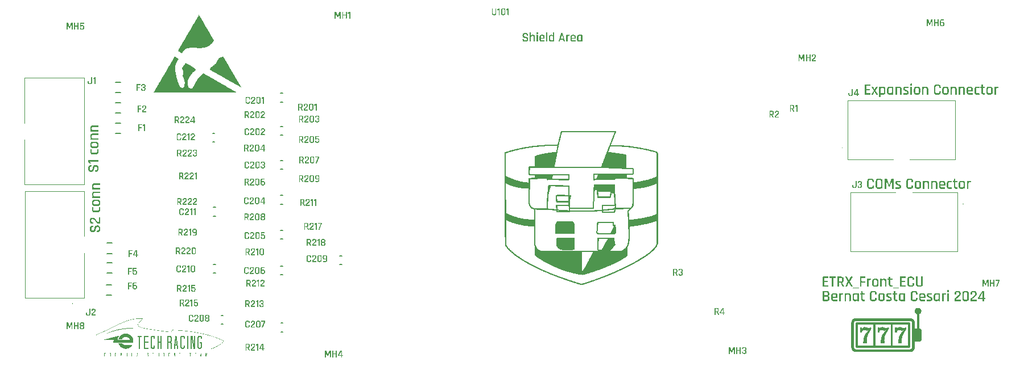
<source format=gto>
G04*
G04 #@! TF.GenerationSoftware,Altium Limited,Altium Designer,24.0.1 (36)*
G04*
G04 Layer_Color=65535*
%FSLAX44Y44*%
%MOMM*%
G71*
G04*
G04 #@! TF.SameCoordinates,BB923111-6D0E-4387-AAE4-9FFB48530C1F*
G04*
G04*
G04 #@! TF.FilePolarity,Positive*
G04*
G01*
G75*
%ADD10C,0.1000*%
%ADD11C,0.2000*%
G36*
X297306Y529464D02*
X297606D01*
Y528863D01*
X297907D01*
Y528262D01*
X298208D01*
Y527961D01*
X298508D01*
Y527360D01*
X298809D01*
Y526758D01*
X299110D01*
Y526157D01*
X299410D01*
Y525856D01*
X299711D01*
Y525255D01*
X300012D01*
Y524653D01*
X300313D01*
Y524052D01*
X300613D01*
Y523751D01*
X300914D01*
Y523149D01*
X301215D01*
Y522548D01*
X301516D01*
Y522247D01*
X301816D01*
Y521646D01*
X302117D01*
Y521045D01*
X302418D01*
Y520443D01*
X302718D01*
Y520142D01*
X303019D01*
Y519541D01*
X303320D01*
Y518940D01*
X303620D01*
Y518338D01*
X303921D01*
Y518037D01*
X304222D01*
Y517436D01*
X304523D01*
Y516834D01*
X304823D01*
Y516534D01*
X305124D01*
Y515932D01*
X305425D01*
Y515331D01*
X305725D01*
Y514730D01*
X306026D01*
Y514429D01*
X306327D01*
Y513827D01*
X306628D01*
Y513226D01*
X306928D01*
Y512625D01*
X307229D01*
Y512324D01*
X307530D01*
Y511722D01*
X307831D01*
Y511121D01*
X308131D01*
Y510820D01*
X308432D01*
Y510219D01*
X308733D01*
Y509617D01*
X309033D01*
Y509016D01*
X309334D01*
Y508715D01*
X309635D01*
Y508114D01*
X309935D01*
Y507512D01*
X310236D01*
Y506911D01*
X310537D01*
Y506610D01*
X310838D01*
Y506009D01*
X311138D01*
Y505407D01*
X311439D01*
Y505107D01*
X311740D01*
Y504505D01*
X312040D01*
Y503904D01*
X312341D01*
Y503302D01*
X312642D01*
Y503002D01*
X312943D01*
Y502400D01*
X313243D01*
Y501799D01*
X313544D01*
Y501198D01*
X313845D01*
Y500897D01*
X314145D01*
Y500295D01*
X314446D01*
Y499694D01*
X314747D01*
Y499393D01*
X315048D01*
Y498792D01*
X315348D01*
Y498190D01*
X315649D01*
Y497589D01*
X315950D01*
Y497288D01*
X316250D01*
Y496687D01*
X316551D01*
Y496085D01*
X316852D01*
Y495484D01*
X317153D01*
Y495183D01*
X317453D01*
Y494582D01*
X317754D01*
Y493980D01*
X318055D01*
Y493680D01*
X318355D01*
Y493078D01*
X318656D01*
Y492477D01*
X318957D01*
Y491274D01*
X318656D01*
Y490672D01*
X318355D01*
Y490372D01*
X318055D01*
Y489770D01*
X317754D01*
Y489470D01*
X317453D01*
Y488868D01*
X317153D01*
Y488568D01*
X316852D01*
Y488267D01*
X316551D01*
Y487665D01*
X316250D01*
Y487365D01*
X315950D01*
Y487064D01*
X315649D01*
Y486763D01*
X315348D01*
Y486463D01*
X315048D01*
Y486162D01*
X314747D01*
Y485861D01*
X314446D01*
Y485560D01*
X314145D01*
Y485260D01*
X313544D01*
Y484959D01*
X313243D01*
Y484658D01*
X312943D01*
Y484358D01*
X312341D01*
Y484057D01*
X312040D01*
Y483756D01*
X311439D01*
Y483455D01*
X311138D01*
Y483155D01*
X310537D01*
Y482854D01*
X309935D01*
Y482553D01*
X309033D01*
Y482253D01*
X308432D01*
Y481952D01*
X307530D01*
Y481651D01*
X306628D01*
Y481350D01*
X305425D01*
Y481050D01*
X303921D01*
Y480749D01*
X301215D01*
Y480448D01*
X293697D01*
Y480749D01*
X282871D01*
Y480448D01*
X281067D01*
Y480148D01*
X279864D01*
Y479847D01*
X278962D01*
Y479546D01*
X278361D01*
Y479245D01*
X277759D01*
Y478945D01*
X277158D01*
Y478644D01*
X276857D01*
Y478343D01*
X276256D01*
Y478043D01*
X275955D01*
Y477742D01*
X275354D01*
Y477441D01*
X275053D01*
Y477141D01*
X274752D01*
Y476840D01*
X274451D01*
Y476539D01*
X274151D01*
Y475938D01*
X273850D01*
Y475637D01*
X273549D01*
Y475336D01*
X273249D01*
Y474735D01*
X272948D01*
Y474133D01*
X272647D01*
Y473833D01*
X272346D01*
Y473231D01*
X272046D01*
Y472630D01*
X271143D01*
Y472930D01*
X270542D01*
Y473231D01*
X270241D01*
Y473532D01*
X269640D01*
Y473833D01*
X269039D01*
Y474133D01*
X268738D01*
Y474434D01*
X268136D01*
Y474735D01*
X267535D01*
Y475036D01*
X266934D01*
Y475336D01*
X266633D01*
Y475637D01*
X266031D01*
Y475938D01*
X265731D01*
Y476840D01*
X266031D01*
Y477141D01*
X266332D01*
Y477742D01*
X266633D01*
Y478343D01*
X266934D01*
Y478945D01*
X267234D01*
Y479245D01*
X267535D01*
Y479847D01*
X267836D01*
Y480448D01*
X268136D01*
Y480749D01*
X268437D01*
Y481350D01*
X268738D01*
Y481952D01*
X269039D01*
Y482253D01*
X269339D01*
Y482854D01*
X269640D01*
Y483455D01*
X269941D01*
Y484057D01*
X270241D01*
Y484358D01*
X270542D01*
Y484959D01*
X270843D01*
Y485560D01*
X271143D01*
Y485861D01*
X271444D01*
Y486463D01*
X271745D01*
Y487064D01*
X272046D01*
Y487665D01*
X272346D01*
Y487966D01*
X272647D01*
Y488568D01*
X272948D01*
Y489169D01*
X273249D01*
Y489470D01*
X273549D01*
Y490071D01*
X273850D01*
Y490672D01*
X274151D01*
Y491274D01*
X274451D01*
Y491575D01*
X274752D01*
Y492176D01*
X275053D01*
Y492777D01*
X275354D01*
Y493078D01*
X275654D01*
Y493680D01*
X275955D01*
Y494281D01*
X276256D01*
Y494582D01*
X276556D01*
Y495183D01*
X276857D01*
Y495785D01*
X277158D01*
Y496386D01*
X277458D01*
Y496687D01*
X277759D01*
Y497288D01*
X278060D01*
Y497890D01*
X278361D01*
Y498190D01*
X278661D01*
Y498792D01*
X278962D01*
Y499393D01*
X279263D01*
Y499995D01*
X279564D01*
Y500295D01*
X279864D01*
Y500897D01*
X280165D01*
Y501498D01*
X280466D01*
Y501799D01*
X280766D01*
Y502400D01*
X281067D01*
Y503002D01*
X281368D01*
Y503603D01*
X281668D01*
Y503904D01*
X281969D01*
Y504505D01*
X282270D01*
Y505107D01*
X282571D01*
Y505407D01*
X282871D01*
Y506009D01*
X283172D01*
Y506610D01*
X283473D01*
Y506911D01*
X283773D01*
Y507512D01*
X284074D01*
Y508114D01*
X284375D01*
Y508715D01*
X284676D01*
Y509016D01*
X284976D01*
Y509617D01*
X285277D01*
Y510219D01*
X285578D01*
Y510520D01*
X285878D01*
Y511121D01*
X286179D01*
Y511722D01*
X286480D01*
Y512324D01*
X286781D01*
Y512625D01*
X287081D01*
Y513226D01*
X287382D01*
Y513827D01*
X287683D01*
Y514128D01*
X287983D01*
Y514730D01*
X288284D01*
Y515331D01*
X288585D01*
Y515632D01*
X288886D01*
Y516233D01*
X289186D01*
Y516834D01*
X289487D01*
Y517436D01*
X289788D01*
Y517737D01*
X290088D01*
Y518338D01*
X290389D01*
Y518940D01*
X290690D01*
Y519240D01*
X290991D01*
Y519842D01*
X291291D01*
Y520443D01*
X291592D01*
Y521045D01*
X291893D01*
Y521345D01*
X292193D01*
Y521947D01*
X292494D01*
Y522548D01*
X292795D01*
Y522849D01*
X293096D01*
Y523450D01*
X293396D01*
Y524052D01*
X293697D01*
Y524653D01*
X293998D01*
Y524954D01*
X294298D01*
Y525555D01*
X294599D01*
Y526157D01*
X294900D01*
Y526457D01*
X295201D01*
Y527059D01*
X295501D01*
Y527660D01*
X295802D01*
Y527961D01*
X296103D01*
Y528562D01*
X296403D01*
Y529164D01*
X296704D01*
Y529765D01*
X297306D01*
Y529464D01*
D02*
G37*
G36*
X333090Y467518D02*
X333391D01*
Y466916D01*
X333692D01*
Y466315D01*
X333993D01*
Y465713D01*
X334293D01*
Y465413D01*
X334594D01*
Y464811D01*
X334895D01*
Y464210D01*
X335195D01*
Y463909D01*
X335496D01*
Y463308D01*
X335797D01*
Y462706D01*
X336097D01*
Y462406D01*
X336398D01*
Y461804D01*
X336699D01*
Y461203D01*
X337000D01*
Y460601D01*
X337300D01*
Y460301D01*
X337601D01*
Y459699D01*
X337902D01*
Y459098D01*
X338202D01*
Y458797D01*
X338503D01*
Y458196D01*
X338804D01*
Y457594D01*
X339105D01*
Y456993D01*
X339405D01*
Y456692D01*
X339706D01*
Y456091D01*
X340007D01*
Y455489D01*
X340307D01*
Y455188D01*
X340608D01*
Y454587D01*
X340909D01*
Y453986D01*
X341210D01*
Y453384D01*
X341510D01*
Y453083D01*
X341811D01*
Y452482D01*
X342112D01*
Y451881D01*
X342412D01*
Y451580D01*
X342713D01*
Y450979D01*
X343014D01*
Y450377D01*
X343315D01*
Y450076D01*
X343615D01*
Y449475D01*
X343916D01*
Y448873D01*
X344217D01*
Y448272D01*
X344517D01*
Y447971D01*
X344818D01*
Y447370D01*
X345119D01*
Y446768D01*
X345420D01*
Y446468D01*
X345720D01*
Y445866D01*
X346021D01*
Y445265D01*
X346322D01*
Y444664D01*
X346622D01*
Y444363D01*
X346923D01*
Y443761D01*
X347224D01*
Y443160D01*
X347525D01*
Y442859D01*
X347825D01*
Y442258D01*
X348126D01*
Y441656D01*
X348427D01*
Y441055D01*
X348727D01*
Y440754D01*
X349028D01*
Y440153D01*
X349329D01*
Y439551D01*
X349630D01*
Y439251D01*
X349930D01*
Y438649D01*
X350231D01*
Y438048D01*
X350532D01*
Y437446D01*
X350832D01*
Y437146D01*
X351133D01*
Y436544D01*
X351434D01*
Y435943D01*
X351735D01*
Y435642D01*
X352035D01*
Y435041D01*
X352336D01*
Y434439D01*
X352637D01*
Y434139D01*
X352937D01*
Y433537D01*
X353238D01*
Y432936D01*
X353539D01*
Y432334D01*
X353839D01*
Y432034D01*
X354140D01*
Y431432D01*
X354441D01*
Y430831D01*
X354742D01*
Y430530D01*
X355042D01*
Y429929D01*
X355343D01*
Y429327D01*
X355644D01*
Y428726D01*
X355945D01*
Y428425D01*
X356245D01*
Y427824D01*
X356546D01*
Y427222D01*
X356847D01*
Y426921D01*
X357147D01*
Y426320D01*
X357448D01*
Y425719D01*
X357749D01*
Y425117D01*
X358050D01*
Y424817D01*
X358350D01*
Y424215D01*
X358651D01*
Y423614D01*
X358952D01*
Y423313D01*
X359252D01*
Y422711D01*
X359553D01*
Y422110D01*
X359854D01*
Y421809D01*
X359252D01*
Y422110D01*
X358651D01*
Y422411D01*
X358350D01*
Y422711D01*
X357749D01*
Y423012D01*
X357147D01*
Y423313D01*
X356546D01*
Y423614D01*
X356245D01*
Y423914D01*
X355644D01*
Y424215D01*
X355042D01*
Y424516D01*
X354441D01*
Y424817D01*
X354140D01*
Y425117D01*
X353539D01*
Y425418D01*
X352937D01*
Y425719D01*
X352336D01*
Y426019D01*
X352035D01*
Y426320D01*
X351434D01*
Y426621D01*
X350832D01*
Y426921D01*
X350231D01*
Y427222D01*
X349930D01*
Y427523D01*
X349329D01*
Y427824D01*
X348727D01*
Y428124D01*
X348126D01*
Y428425D01*
X347525D01*
Y428726D01*
X347224D01*
Y429026D01*
X346622D01*
Y429327D01*
X346021D01*
Y429628D01*
X345420D01*
Y429929D01*
X345119D01*
Y430229D01*
X344517D01*
Y430530D01*
X343916D01*
Y430831D01*
X343315D01*
Y431131D01*
X343014D01*
Y431432D01*
X342412D01*
Y431733D01*
X341811D01*
Y432034D01*
X341210D01*
Y432334D01*
X340909D01*
Y432635D01*
X340307D01*
Y432936D01*
X339706D01*
Y433236D01*
X339105D01*
Y433537D01*
X338804D01*
Y433838D01*
X338202D01*
Y434139D01*
X337601D01*
Y434439D01*
X337000D01*
Y434740D01*
X336398D01*
Y435041D01*
X336097D01*
Y435341D01*
X335496D01*
Y435642D01*
X334895D01*
Y435943D01*
X334293D01*
Y436244D01*
X333993D01*
Y436544D01*
X333391D01*
Y436845D01*
X332790D01*
Y437146D01*
X332188D01*
Y437446D01*
X331888D01*
Y437747D01*
X331286D01*
Y438048D01*
X330685D01*
Y438349D01*
X330083D01*
Y438649D01*
X329782D01*
Y438950D01*
X329181D01*
Y439251D01*
X328580D01*
Y439551D01*
X327978D01*
Y439852D01*
X327677D01*
Y440153D01*
X327076D01*
Y440453D01*
X326475D01*
Y440754D01*
X325873D01*
Y441055D01*
X325573D01*
Y441356D01*
X324971D01*
Y441656D01*
X324370D01*
Y441957D01*
X323768D01*
Y442258D01*
X323167D01*
Y442559D01*
X322866D01*
Y442859D01*
X322265D01*
Y443160D01*
X321663D01*
Y443461D01*
X321062D01*
Y443761D01*
X320761D01*
Y444062D01*
X320160D01*
Y444363D01*
X319558D01*
Y444664D01*
X318957D01*
Y444964D01*
X318656D01*
Y445265D01*
X318055D01*
Y445566D01*
X317453D01*
Y445866D01*
X316852D01*
Y446167D01*
X316551D01*
Y446468D01*
X315950D01*
Y446768D01*
X315348D01*
Y447069D01*
X314747D01*
Y447370D01*
X314446D01*
Y447671D01*
X313845D01*
Y447971D01*
X313243D01*
Y449174D01*
X313544D01*
Y449776D01*
X313845D01*
Y450076D01*
X314145D01*
Y450678D01*
X314446D01*
Y450979D01*
X314747D01*
Y451279D01*
X315048D01*
Y451580D01*
X315348D01*
Y451881D01*
X315649D01*
Y452181D01*
X315950D01*
Y452482D01*
X316250D01*
Y452783D01*
X316551D01*
Y453083D01*
X317153D01*
Y453384D01*
X317453D01*
Y453685D01*
X318055D01*
Y453986D01*
X318355D01*
Y454286D01*
X318656D01*
Y454587D01*
X319258D01*
Y454888D01*
X319558D01*
Y455188D01*
X319859D01*
Y455489D01*
X320160D01*
Y455790D01*
X320460D01*
Y456091D01*
X320761D01*
Y456391D01*
X321062D01*
Y456692D01*
X321363D01*
Y456993D01*
X321663D01*
Y457293D01*
X321964D01*
Y457594D01*
X322265D01*
Y457895D01*
X322565D01*
Y458496D01*
X322866D01*
Y458797D01*
X323167D01*
Y459398D01*
X323467D01*
Y460000D01*
X323768D01*
Y460601D01*
X324069D01*
Y461203D01*
X324370D01*
Y461804D01*
X324670D01*
Y462406D01*
X324971D01*
Y463007D01*
X325272D01*
Y463608D01*
X325573D01*
Y464210D01*
X325873D01*
Y464510D01*
X326174D01*
Y464811D01*
X326475D01*
Y465112D01*
X327076D01*
Y465413D01*
X327377D01*
Y465713D01*
X327978D01*
Y466014D01*
X328580D01*
Y466315D01*
X329181D01*
Y466615D01*
X330083D01*
Y466916D01*
X330985D01*
Y467217D01*
X331587D01*
Y467518D01*
X332489D01*
Y467818D01*
X333090D01*
Y467518D01*
D02*
G37*
G36*
X261220D02*
X261521D01*
Y467217D01*
X262122D01*
Y466916D01*
X262423D01*
Y466615D01*
X263024D01*
Y466315D01*
X263325D01*
Y466014D01*
X263926D01*
Y465713D01*
X264528D01*
Y465413D01*
X264829D01*
Y465112D01*
X265430D01*
Y464811D01*
X265731D01*
Y464510D01*
X266332D01*
Y463608D01*
X266031D01*
Y463007D01*
X265731D01*
Y462406D01*
X265430D01*
Y461804D01*
X265129D01*
Y461203D01*
X264829D01*
Y460902D01*
X264528D01*
Y460301D01*
X264227D01*
Y459699D01*
X263926D01*
Y459098D01*
X263626D01*
Y458496D01*
X263325D01*
Y457895D01*
X263024D01*
Y457293D01*
X262724D01*
Y456391D01*
X262423D01*
Y455790D01*
X262122D01*
Y455188D01*
X261821D01*
Y454286D01*
X261521D01*
Y453083D01*
X261220D01*
Y450076D01*
X261521D01*
Y446768D01*
X261821D01*
Y444664D01*
X262122D01*
Y442859D01*
X262423D01*
Y441356D01*
X262724D01*
Y440153D01*
X263024D01*
Y438950D01*
X263325D01*
Y437747D01*
X263626D01*
Y436544D01*
X263926D01*
Y435341D01*
X264227D01*
Y434439D01*
X264528D01*
Y433537D01*
X264829D01*
Y432334D01*
X265129D01*
Y431432D01*
X265430D01*
Y430530D01*
X265731D01*
Y429628D01*
X266031D01*
Y428726D01*
X266332D01*
Y427824D01*
X266633D01*
Y427222D01*
X266934D01*
Y426320D01*
X267234D01*
Y425418D01*
X267535D01*
Y424817D01*
X267836D01*
Y424215D01*
X268136D01*
Y423614D01*
X268437D01*
Y423313D01*
X268738D01*
Y422711D01*
X269039D01*
Y422411D01*
X269339D01*
Y422110D01*
X269640D01*
Y421809D01*
X270241D01*
Y421509D01*
X270542D01*
Y421208D01*
X271444D01*
Y420907D01*
X273249D01*
Y421208D01*
X273850D01*
Y421509D01*
X274151D01*
Y421809D01*
X274451D01*
Y422411D01*
X274752D01*
Y423012D01*
X275053D01*
Y424215D01*
X275354D01*
Y426921D01*
X275654D01*
Y430530D01*
X275354D01*
Y432635D01*
X275053D01*
Y433537D01*
X274752D01*
Y434439D01*
X274451D01*
Y435341D01*
X274151D01*
Y435943D01*
X273850D01*
Y436544D01*
X273549D01*
Y436845D01*
X273249D01*
Y437446D01*
X272948D01*
Y437747D01*
X272647D01*
Y438349D01*
X272346D01*
Y439251D01*
X272647D01*
Y439852D01*
X272948D01*
Y440754D01*
X273249D01*
Y441957D01*
X273549D01*
Y446167D01*
X273249D01*
Y447069D01*
X272948D01*
Y447671D01*
X272647D01*
Y448272D01*
X272346D01*
Y448873D01*
X272046D01*
Y449174D01*
X271745D01*
Y449475D01*
X271444D01*
Y450076D01*
X271745D01*
Y450678D01*
X272046D01*
Y451279D01*
X272346D01*
Y451580D01*
X272647D01*
Y452181D01*
X272948D01*
Y452482D01*
X273249D01*
Y452783D01*
X273549D01*
Y453384D01*
X273850D01*
Y453685D01*
X274151D01*
Y454286D01*
X274451D01*
Y454587D01*
X274752D01*
Y454888D01*
X275053D01*
Y455489D01*
X275354D01*
Y455790D01*
X275654D01*
Y456091D01*
X275955D01*
Y456692D01*
X276256D01*
Y456993D01*
X276556D01*
Y457293D01*
X276857D01*
Y457594D01*
X277158D01*
Y457895D01*
X277759D01*
Y457594D01*
X278661D01*
Y457293D01*
X279263D01*
Y456993D01*
X279564D01*
Y456692D01*
X280165D01*
Y456391D01*
X280766D01*
Y456091D01*
X281368D01*
Y455790D01*
X281969D01*
Y455489D01*
X282571D01*
Y455188D01*
X282871D01*
Y454888D01*
X283473D01*
Y454587D01*
X284074D01*
Y454286D01*
X284375D01*
Y453986D01*
X284976D01*
Y453685D01*
X285578D01*
Y453384D01*
X285878D01*
Y453083D01*
X286480D01*
Y452783D01*
X286781D01*
Y452482D01*
X287382D01*
Y452181D01*
X287683D01*
Y451881D01*
X288284D01*
Y451580D01*
X288585D01*
Y451279D01*
X288886D01*
Y450979D01*
X289487D01*
Y450678D01*
X289788D01*
Y450377D01*
X290088D01*
Y450076D01*
X290389D01*
Y449776D01*
X290991D01*
Y449475D01*
X291291D01*
Y449174D01*
X291592D01*
Y448873D01*
X291893D01*
Y448272D01*
X292193D01*
Y447671D01*
X292494D01*
Y447370D01*
X292193D01*
Y446768D01*
X291592D01*
Y446468D01*
X290991D01*
Y446167D01*
X290389D01*
Y445866D01*
X290088D01*
Y445566D01*
X289788D01*
Y445265D01*
X289186D01*
Y444964D01*
X288886D01*
Y444664D01*
X288585D01*
Y444363D01*
X288284D01*
Y444062D01*
X287983D01*
Y443761D01*
X287683D01*
Y443461D01*
X287382D01*
Y443160D01*
X287081D01*
Y442559D01*
X286781D01*
Y442258D01*
X286480D01*
Y441957D01*
X286179D01*
Y441656D01*
X285878D01*
Y441356D01*
X285578D01*
Y440754D01*
X285277D01*
Y440453D01*
X284976D01*
Y440153D01*
X284676D01*
Y439551D01*
X284375D01*
Y439251D01*
X284074D01*
Y438649D01*
X283773D01*
Y438349D01*
X283473D01*
Y437747D01*
X283172D01*
Y437446D01*
X282871D01*
Y436845D01*
X282571D01*
Y436244D01*
X282270D01*
Y435943D01*
X281969D01*
Y435341D01*
X281668D01*
Y434740D01*
X281368D01*
Y434139D01*
X281067D01*
Y433236D01*
X280766D01*
Y432635D01*
X280466D01*
Y431432D01*
X280165D01*
Y429929D01*
X279864D01*
Y426621D01*
X280165D01*
Y425117D01*
X280466D01*
Y424215D01*
X280766D01*
Y423313D01*
X281067D01*
Y422711D01*
X281368D01*
Y422110D01*
X281668D01*
Y421509D01*
X281969D01*
Y421208D01*
X282270D01*
Y420907D01*
X282571D01*
Y420606D01*
X283473D01*
Y420306D01*
X286781D01*
Y420606D01*
X287081D01*
Y420907D01*
X287382D01*
Y421208D01*
X287683D01*
Y421509D01*
X287983D01*
Y422110D01*
X288284D01*
Y422411D01*
X288585D01*
Y423012D01*
X288886D01*
Y423614D01*
X289186D01*
Y423914D01*
X289487D01*
Y424516D01*
X289788D01*
Y425117D01*
X290088D01*
Y425719D01*
X290389D01*
Y426019D01*
X290690D01*
Y426621D01*
X290991D01*
Y427222D01*
X291291D01*
Y427824D01*
X291592D01*
Y428425D01*
X291893D01*
Y428726D01*
X292193D01*
Y429327D01*
X292494D01*
Y429929D01*
X292795D01*
Y430530D01*
X293096D01*
Y431131D01*
X293396D01*
Y431733D01*
X293697D01*
Y432034D01*
X293998D01*
Y432635D01*
X294298D01*
Y433236D01*
X294599D01*
Y433537D01*
X294900D01*
Y434139D01*
X295201D01*
Y434439D01*
X295501D01*
Y434740D01*
X295802D01*
Y435041D01*
X296103D01*
Y435642D01*
X296403D01*
Y435943D01*
X296704D01*
Y436244D01*
X297005D01*
Y436544D01*
X297306D01*
Y436845D01*
X297606D01*
Y437146D01*
X297907D01*
Y437446D01*
X298208D01*
Y437747D01*
X298508D01*
Y438048D01*
X298809D01*
Y438349D01*
X299110D01*
Y438649D01*
X299410D01*
Y438950D01*
X299711D01*
Y439251D01*
X300012D01*
Y439551D01*
X300313D01*
Y439852D01*
X300613D01*
Y440153D01*
X300914D01*
Y440453D01*
X301215D01*
Y440754D01*
X301516D01*
Y441055D01*
X301816D01*
Y441356D01*
X302117D01*
Y441656D01*
X302418D01*
Y441957D01*
X303019D01*
Y442258D01*
X303320D01*
Y442559D01*
X303620D01*
Y442859D01*
X303921D01*
Y442559D01*
X304222D01*
Y442258D01*
X304823D01*
Y441957D01*
X305425D01*
Y441656D01*
X305725D01*
Y441356D01*
X306327D01*
Y441055D01*
X306928D01*
Y440754D01*
X307530D01*
Y440453D01*
X307831D01*
Y440153D01*
X308432D01*
Y439852D01*
X309033D01*
Y439551D01*
X309635D01*
Y439251D01*
X309935D01*
Y438950D01*
X310537D01*
Y438649D01*
X311138D01*
Y438349D01*
X311740D01*
Y438048D01*
X312040D01*
Y437747D01*
X312642D01*
Y437446D01*
X313243D01*
Y437146D01*
X313544D01*
Y436845D01*
X314145D01*
Y436544D01*
X314747D01*
Y436244D01*
X315348D01*
Y435943D01*
X315649D01*
Y435642D01*
X316250D01*
Y435341D01*
X316852D01*
Y435041D01*
X317453D01*
Y434740D01*
X317754D01*
Y434439D01*
X318355D01*
Y434139D01*
X318957D01*
Y433838D01*
X319558D01*
Y433537D01*
X319859D01*
Y433236D01*
X320460D01*
Y432936D01*
X321062D01*
Y432635D01*
X321363D01*
Y432334D01*
X321964D01*
Y432034D01*
X322565D01*
Y431733D01*
X323167D01*
Y431432D01*
X323467D01*
Y431131D01*
X324069D01*
Y430831D01*
X324670D01*
Y430530D01*
X325272D01*
Y430229D01*
X325573D01*
Y429929D01*
X326174D01*
Y429628D01*
X326775D01*
Y429327D01*
X327076D01*
Y429026D01*
X327677D01*
Y428726D01*
X328279D01*
Y428425D01*
X328880D01*
Y428124D01*
X329181D01*
Y427824D01*
X329782D01*
Y427523D01*
X330384D01*
Y427222D01*
X330985D01*
Y426921D01*
X331286D01*
Y426621D01*
X331888D01*
Y426320D01*
X332489D01*
Y426019D01*
X333090D01*
Y425719D01*
X333391D01*
Y425418D01*
X333993D01*
Y425117D01*
X334594D01*
Y424817D01*
X334895D01*
Y424516D01*
X335496D01*
Y424215D01*
X336097D01*
Y423914D01*
X336699D01*
Y423614D01*
X337000D01*
Y423313D01*
X337601D01*
Y423012D01*
X338202D01*
Y422711D01*
X338804D01*
Y422411D01*
X339105D01*
Y422110D01*
X339706D01*
Y421809D01*
X340307D01*
Y421509D01*
X340608D01*
Y421208D01*
X341210D01*
Y420907D01*
X341811D01*
Y420606D01*
X342412D01*
Y420306D01*
X342713D01*
Y420005D01*
X343315D01*
Y419704D01*
X343916D01*
Y419404D01*
X344517D01*
Y419103D01*
X344818D01*
Y418802D01*
X345420D01*
Y418502D01*
X346021D01*
Y418201D01*
X346622D01*
Y417900D01*
X346923D01*
Y417599D01*
X347525D01*
Y417299D01*
X348126D01*
Y416998D01*
X348427D01*
Y416697D01*
X349028D01*
Y416396D01*
X349630D01*
Y416096D01*
X350231D01*
Y415795D01*
X350532D01*
Y415494D01*
X351133D01*
Y415194D01*
X351735D01*
Y414893D01*
X352336D01*
Y414592D01*
X352637D01*
Y414291D01*
X229645D01*
Y414592D01*
X229946D01*
Y415194D01*
X230247D01*
Y415494D01*
X230547D01*
Y416096D01*
X230848D01*
Y416697D01*
X231149D01*
Y417299D01*
X231450D01*
Y417599D01*
X231750D01*
Y418201D01*
X232051D01*
Y418802D01*
X232352D01*
Y419103D01*
X232652D01*
Y419704D01*
X232953D01*
Y420306D01*
X233254D01*
Y420907D01*
X233554D01*
Y421208D01*
X233855D01*
Y421809D01*
X234156D01*
Y422411D01*
X234457D01*
Y422711D01*
X234757D01*
Y423313D01*
X235058D01*
Y423914D01*
X235359D01*
Y424516D01*
X235659D01*
Y424817D01*
X235960D01*
Y425418D01*
X236261D01*
Y426019D01*
X236562D01*
Y426320D01*
X236862D01*
Y426921D01*
X237163D01*
Y427523D01*
X237464D01*
Y428124D01*
X237764D01*
Y428425D01*
X238065D01*
Y429026D01*
X238366D01*
Y429628D01*
X238667D01*
Y429929D01*
X238967D01*
Y430530D01*
X239268D01*
Y431131D01*
X239569D01*
Y431733D01*
X239869D01*
Y432034D01*
X240170D01*
Y432635D01*
X240471D01*
Y433236D01*
X240772D01*
Y433537D01*
X241072D01*
Y434139D01*
X241373D01*
Y434740D01*
X241674D01*
Y435041D01*
X241974D01*
Y435642D01*
X242275D01*
Y436244D01*
X242576D01*
Y436845D01*
X242877D01*
Y437146D01*
X243177D01*
Y437747D01*
X243478D01*
Y438349D01*
X243779D01*
Y438649D01*
X244079D01*
Y439251D01*
X244380D01*
Y439852D01*
X244681D01*
Y440453D01*
X244981D01*
Y440754D01*
X245282D01*
Y441356D01*
X245583D01*
Y441957D01*
X245884D01*
Y442258D01*
X246184D01*
Y442859D01*
X246485D01*
Y443461D01*
X246786D01*
Y444062D01*
X247087D01*
Y444363D01*
X247387D01*
Y444964D01*
X247688D01*
Y445566D01*
X247989D01*
Y445866D01*
X248289D01*
Y446468D01*
X248590D01*
Y447069D01*
X248891D01*
Y447671D01*
X249191D01*
Y447971D01*
X249492D01*
Y448573D01*
X249793D01*
Y449174D01*
X250094D01*
Y449475D01*
X250394D01*
Y450076D01*
X250695D01*
Y450678D01*
X250996D01*
Y451279D01*
X251297D01*
Y451580D01*
X251597D01*
Y452181D01*
X251898D01*
Y452783D01*
X252199D01*
Y453083D01*
X252499D01*
Y453685D01*
X252800D01*
Y454286D01*
X253101D01*
Y454587D01*
X253402D01*
Y455188D01*
X253702D01*
Y455790D01*
X254003D01*
Y456391D01*
X254304D01*
Y456692D01*
X254604D01*
Y457293D01*
X254905D01*
Y457895D01*
X255206D01*
Y458196D01*
X255506D01*
Y458797D01*
X255807D01*
Y459398D01*
X256108D01*
Y460000D01*
X256409D01*
Y460301D01*
X256709D01*
Y460902D01*
X257010D01*
Y461503D01*
X257311D01*
Y461804D01*
X257612D01*
Y462406D01*
X257912D01*
Y463007D01*
X258213D01*
Y463608D01*
X258514D01*
Y463909D01*
X258814D01*
Y464510D01*
X259115D01*
Y465112D01*
X259416D01*
Y465413D01*
X259716D01*
Y466014D01*
X260017D01*
Y466615D01*
X260318D01*
Y467217D01*
X260619D01*
Y467518D01*
X260919D01*
Y467818D01*
X261220D01*
Y467518D01*
D02*
G37*
G36*
X918180Y356270D02*
X917947D01*
Y355572D01*
X917715D01*
Y355107D01*
X917482D01*
Y354410D01*
X917250D01*
Y353945D01*
X917017D01*
Y353247D01*
X916785D01*
Y352549D01*
X916552D01*
Y352084D01*
X916320D01*
Y351386D01*
X916087D01*
Y350921D01*
X915854D01*
Y350224D01*
X915622D01*
Y349758D01*
X915389D01*
Y349061D01*
X915157D01*
Y348363D01*
X914924D01*
Y347898D01*
X914692D01*
Y347200D01*
X914459D01*
Y346735D01*
X914227D01*
Y346038D01*
X913994D01*
Y345573D01*
X913762D01*
Y344875D01*
X913529D01*
Y344410D01*
X913296D01*
Y343712D01*
X913064D01*
Y343014D01*
X912831D01*
Y342549D01*
X912599D01*
Y341852D01*
X912366D01*
Y341387D01*
X912134D01*
Y340689D01*
X911901D01*
Y340224D01*
X911668D01*
Y339526D01*
X911436D01*
Y338829D01*
X911203D01*
Y338363D01*
X910971D01*
Y337666D01*
X910738D01*
Y337201D01*
X910506D01*
Y336503D01*
X910273D01*
Y336038D01*
X910041D01*
Y335805D01*
X917250D01*
Y335573D01*
X923064D01*
Y335340D01*
X926785D01*
Y335108D01*
X929808D01*
Y334875D01*
X932366D01*
Y334642D01*
X934459D01*
Y334410D01*
X936552D01*
Y334177D01*
X938645D01*
Y333945D01*
X940505D01*
Y333712D01*
X942133D01*
Y333480D01*
X943761D01*
Y333247D01*
X945389D01*
Y333015D01*
X947017D01*
Y332782D01*
X948412D01*
Y332550D01*
X949807D01*
Y332317D01*
X951203D01*
Y332085D01*
X952598D01*
Y331852D01*
X953761D01*
Y331619D01*
X955156D01*
Y331387D01*
X956319D01*
Y331154D01*
X957482D01*
Y330922D01*
X958644D01*
Y330689D01*
X959807D01*
Y330457D01*
X960970D01*
Y330224D01*
X962133D01*
Y329991D01*
X963295D01*
Y329759D01*
X964226D01*
Y329526D01*
X965388D01*
Y329294D01*
X966319D01*
Y329061D01*
X967249D01*
Y328829D01*
X968411D01*
Y328596D01*
X969342D01*
Y328364D01*
X970272D01*
Y328131D01*
X971202D01*
Y327898D01*
X972132D01*
Y327666D01*
X973063D01*
Y327433D01*
X973993D01*
Y327201D01*
X974923D01*
Y326968D01*
X975621D01*
Y326736D01*
X976551D01*
Y326503D01*
X977481D01*
Y326271D01*
X978179D01*
Y326038D01*
X978411D01*
Y325573D01*
X978644D01*
Y325340D01*
X978876D01*
Y325108D01*
X979109D01*
Y324875D01*
X979342D01*
Y324410D01*
X979574D01*
Y324178D01*
X979807D01*
Y323713D01*
X980039D01*
Y188134D01*
X979807D01*
Y187204D01*
X979574D01*
Y186506D01*
X979342D01*
Y186041D01*
X979109D01*
Y185576D01*
X978876D01*
Y185111D01*
X978644D01*
Y184646D01*
X978411D01*
Y184181D01*
X978179D01*
Y183948D01*
X977946D01*
Y183483D01*
X977714D01*
Y183250D01*
X977481D01*
Y182785D01*
X977249D01*
Y182553D01*
X977016D01*
Y182320D01*
X976783D01*
Y181855D01*
X976551D01*
Y181622D01*
X976318D01*
Y181390D01*
X976086D01*
Y181157D01*
X975853D01*
Y180925D01*
X975621D01*
Y180692D01*
X975388D01*
Y180227D01*
X975156D01*
Y179995D01*
X974923D01*
Y179762D01*
X974690D01*
Y179529D01*
X974458D01*
Y179297D01*
X974225D01*
Y179064D01*
X973993D01*
Y178832D01*
X973760D01*
Y178599D01*
X973528D01*
Y178367D01*
X973295D01*
Y178134D01*
X973063D01*
Y177901D01*
X972830D01*
Y177669D01*
X972598D01*
Y177436D01*
X972132D01*
Y177204D01*
X971900D01*
Y176971D01*
X971667D01*
Y176739D01*
X971435D01*
Y176506D01*
X971202D01*
Y176274D01*
X970970D01*
Y176041D01*
X970737D01*
Y175809D01*
X970505D01*
Y175576D01*
X970039D01*
Y175343D01*
X969807D01*
Y175111D01*
X969574D01*
Y174878D01*
X969342D01*
Y174646D01*
X969109D01*
Y174413D01*
X968644D01*
Y174181D01*
X968411D01*
Y173948D01*
X968179D01*
Y173716D01*
X967946D01*
Y173483D01*
X967481D01*
Y173251D01*
X967249D01*
Y173018D01*
X967016D01*
Y172785D01*
X966551D01*
Y172553D01*
X966319D01*
Y172320D01*
X966086D01*
Y172088D01*
X965621D01*
Y171855D01*
X965388D01*
Y171623D01*
X965156D01*
Y171390D01*
X964691D01*
Y171157D01*
X964458D01*
Y170925D01*
X963993D01*
Y170692D01*
X963761D01*
Y170460D01*
X963528D01*
Y170227D01*
X963063D01*
Y169995D01*
X962830D01*
Y169762D01*
X962365D01*
Y169530D01*
X962133D01*
Y169297D01*
X961667D01*
Y169065D01*
X961435D01*
Y168832D01*
X960970D01*
Y168599D01*
X960737D01*
Y168367D01*
X960272D01*
Y168134D01*
X960040D01*
Y167902D01*
X959575D01*
Y167669D01*
X959342D01*
Y167437D01*
X958877D01*
Y167204D01*
X958644D01*
Y166971D01*
X958179D01*
Y166739D01*
X957947D01*
Y166506D01*
X957482D01*
Y166274D01*
X957249D01*
Y166041D01*
X956784D01*
Y165809D01*
X956319D01*
Y165576D01*
X956086D01*
Y165344D01*
X955621D01*
Y165111D01*
X955156D01*
Y164879D01*
X954923D01*
Y164646D01*
X954458D01*
Y164413D01*
X954226D01*
Y164181D01*
X953761D01*
Y163948D01*
X953296D01*
Y163716D01*
X953063D01*
Y163483D01*
X952598D01*
Y163251D01*
X952133D01*
Y163018D01*
X951900D01*
Y162786D01*
X951435D01*
Y162553D01*
X950970D01*
Y162320D01*
X950505D01*
Y162088D01*
X950272D01*
Y161855D01*
X949807D01*
Y161623D01*
X949342D01*
Y161390D01*
X948877D01*
Y161158D01*
X948644D01*
Y160925D01*
X948179D01*
Y160693D01*
X947714D01*
Y160460D01*
X947249D01*
Y160228D01*
X947017D01*
Y159995D01*
X946552D01*
Y159762D01*
X946086D01*
Y159530D01*
X945621D01*
Y159297D01*
X945156D01*
Y159065D01*
X944924D01*
Y158832D01*
X944458D01*
Y158600D01*
X943993D01*
Y158367D01*
X943528D01*
Y158134D01*
X943063D01*
Y157902D01*
X942598D01*
Y157669D01*
X942133D01*
Y157437D01*
X941900D01*
Y157204D01*
X941435D01*
Y156972D01*
X940970D01*
Y156739D01*
X940505D01*
Y156507D01*
X940040D01*
Y156274D01*
X939575D01*
Y156041D01*
X939110D01*
Y155809D01*
X938645D01*
Y155576D01*
X938180D01*
Y155344D01*
X937714D01*
Y155111D01*
X937249D01*
Y154879D01*
X936784D01*
Y154646D01*
X936319D01*
Y154414D01*
X935854D01*
Y154181D01*
X935389D01*
Y153948D01*
X934924D01*
Y153716D01*
X934459D01*
Y153483D01*
X933994D01*
Y153251D01*
X933529D01*
Y153018D01*
X933063D01*
Y152786D01*
X932598D01*
Y152553D01*
X932133D01*
Y152321D01*
X931668D01*
Y152088D01*
X931203D01*
Y151856D01*
X930738D01*
Y151623D01*
X930273D01*
Y151390D01*
X929808D01*
Y151158D01*
X929343D01*
Y150925D01*
X928877D01*
Y150693D01*
X928412D01*
Y150460D01*
X927947D01*
Y150228D01*
X927482D01*
Y149995D01*
X926785D01*
Y149763D01*
X926319D01*
Y149530D01*
X925854D01*
Y149298D01*
X925389D01*
Y149065D01*
X924924D01*
Y148832D01*
X924459D01*
Y148600D01*
X923994D01*
Y148367D01*
X923296D01*
Y148135D01*
X922831D01*
Y147902D01*
X922366D01*
Y147670D01*
X921901D01*
Y147437D01*
X921436D01*
Y147205D01*
X920738D01*
Y146972D01*
X920273D01*
Y146739D01*
X919808D01*
Y146507D01*
X919343D01*
Y146274D01*
X918645D01*
Y146042D01*
X918180D01*
Y145809D01*
X917715D01*
Y145577D01*
X917250D01*
Y145344D01*
X916552D01*
Y145112D01*
X916087D01*
Y144879D01*
X915622D01*
Y144646D01*
X914924D01*
Y144414D01*
X914459D01*
Y144181D01*
X913994D01*
Y143949D01*
X913529D01*
Y143716D01*
X912831D01*
Y143484D01*
X912366D01*
Y143251D01*
X911901D01*
Y143019D01*
X911203D01*
Y142786D01*
X910738D01*
Y142553D01*
X910041D01*
Y142321D01*
X909576D01*
Y142088D01*
X909110D01*
Y141856D01*
X908413D01*
Y141623D01*
X907948D01*
Y141391D01*
X907250D01*
Y141158D01*
X906785D01*
Y140926D01*
X906087D01*
Y140693D01*
X905622D01*
Y140461D01*
X905157D01*
Y140228D01*
X904459D01*
Y139995D01*
X903994D01*
Y139763D01*
X903297D01*
Y139530D01*
X902831D01*
Y139298D01*
X902134D01*
Y139065D01*
X901669D01*
Y138833D01*
X900971D01*
Y138600D01*
X900506D01*
Y138368D01*
X899808D01*
Y138135D01*
X899111D01*
Y137902D01*
X898645D01*
Y137670D01*
X897948D01*
Y137437D01*
X897483D01*
Y137205D01*
X896785D01*
Y136972D01*
X896087D01*
Y136740D01*
X895622D01*
Y136507D01*
X894925D01*
Y136274D01*
X894460D01*
Y136042D01*
X893762D01*
Y135809D01*
X893064D01*
Y135577D01*
X892367D01*
Y135344D01*
X891901D01*
Y135112D01*
X891204D01*
Y134879D01*
X890506D01*
Y134647D01*
X890041D01*
Y134414D01*
X889343D01*
Y134181D01*
X888646D01*
Y133949D01*
X887948D01*
Y133716D01*
X887483D01*
Y133484D01*
X886785D01*
Y133251D01*
X886088D01*
Y133019D01*
X885390D01*
Y132786D01*
X884692D01*
Y132554D01*
X883995D01*
Y132321D01*
X883530D01*
Y132088D01*
X882832D01*
Y131856D01*
X882134D01*
Y131623D01*
X881436D01*
Y131391D01*
X880739D01*
Y131158D01*
X880041D01*
Y130926D01*
X879344D01*
Y130693D01*
X878646D01*
Y130461D01*
X877948D01*
Y130228D01*
X877251D01*
Y129995D01*
X876553D01*
Y129763D01*
X875855D01*
Y129530D01*
X875158D01*
Y129298D01*
X874460D01*
Y129065D01*
X873762D01*
Y128833D01*
X873065D01*
Y128600D01*
X872134D01*
Y128368D01*
X871437D01*
Y128135D01*
X870739D01*
Y127903D01*
X870041D01*
Y127670D01*
X869344D01*
Y127437D01*
X868414D01*
Y127205D01*
X867716D01*
Y126972D01*
X867018D01*
Y126740D01*
X865623D01*
Y126972D01*
X864925D01*
Y127205D01*
X864228D01*
Y127437D01*
X863530D01*
Y127670D01*
X862600D01*
Y127903D01*
X861902D01*
Y128135D01*
X861204D01*
Y128368D01*
X860507D01*
Y128600D01*
X859576D01*
Y128833D01*
X858879D01*
Y129065D01*
X858181D01*
Y129298D01*
X857484D01*
Y129530D01*
X856786D01*
Y129763D01*
X855856D01*
Y129995D01*
X855158D01*
Y130228D01*
X854460D01*
Y130461D01*
X853763D01*
Y130693D01*
X853065D01*
Y130926D01*
X852367D01*
Y131158D01*
X851670D01*
Y131391D01*
X850972D01*
Y131623D01*
X850274D01*
Y131856D01*
X849577D01*
Y132088D01*
X848879D01*
Y132321D01*
X848181D01*
Y132554D01*
X847484D01*
Y132786D01*
X846786D01*
Y133019D01*
X846088D01*
Y133251D01*
X845391D01*
Y133484D01*
X844693D01*
Y133716D01*
X843995D01*
Y133949D01*
X843298D01*
Y134181D01*
X842600D01*
Y134414D01*
X841902D01*
Y134647D01*
X841437D01*
Y134879D01*
X840740D01*
Y135112D01*
X840042D01*
Y135344D01*
X839344D01*
Y135577D01*
X838647D01*
Y135809D01*
X837949D01*
Y136042D01*
X837484D01*
Y136274D01*
X836786D01*
Y136507D01*
X836089D01*
Y136740D01*
X835391D01*
Y136972D01*
X834926D01*
Y137205D01*
X834228D01*
Y137437D01*
X833531D01*
Y137670D01*
X832833D01*
Y137902D01*
X832368D01*
Y138135D01*
X831670D01*
Y138368D01*
X830973D01*
Y138600D01*
X830507D01*
Y138833D01*
X829810D01*
Y139065D01*
X829112D01*
Y139298D01*
X828647D01*
Y139530D01*
X827949D01*
Y139763D01*
X827252D01*
Y139995D01*
X826786D01*
Y140228D01*
X826089D01*
Y140461D01*
X825624D01*
Y140693D01*
X824926D01*
Y140926D01*
X824461D01*
Y141158D01*
X823763D01*
Y141391D01*
X823298D01*
Y141623D01*
X822600D01*
Y141856D01*
X822135D01*
Y142088D01*
X821438D01*
Y142321D01*
X820973D01*
Y142553D01*
X820275D01*
Y142786D01*
X819810D01*
Y143019D01*
X819112D01*
Y143251D01*
X818647D01*
Y143484D01*
X817950D01*
Y143716D01*
X817484D01*
Y143949D01*
X816787D01*
Y144181D01*
X816322D01*
Y144414D01*
X815856D01*
Y144646D01*
X815159D01*
Y144879D01*
X814694D01*
Y145112D01*
X814229D01*
Y145344D01*
X813531D01*
Y145577D01*
X813066D01*
Y145809D01*
X812601D01*
Y146042D01*
X811903D01*
Y146274D01*
X811438D01*
Y146507D01*
X810973D01*
Y146739D01*
X810275D01*
Y146972D01*
X809810D01*
Y147205D01*
X809345D01*
Y147437D01*
X808880D01*
Y147670D01*
X808182D01*
Y147902D01*
X807717D01*
Y148135D01*
X807252D01*
Y148367D01*
X806787D01*
Y148600D01*
X806089D01*
Y148832D01*
X805624D01*
Y149065D01*
X805159D01*
Y149298D01*
X804694D01*
Y149530D01*
X804229D01*
Y149763D01*
X803764D01*
Y149995D01*
X803066D01*
Y150228D01*
X802601D01*
Y150460D01*
X802136D01*
Y150693D01*
X801671D01*
Y150925D01*
X801206D01*
Y151158D01*
X800741D01*
Y151390D01*
X800275D01*
Y151623D01*
X799810D01*
Y151856D01*
X799345D01*
Y152088D01*
X798880D01*
Y152321D01*
X798415D01*
Y152553D01*
X797950D01*
Y152786D01*
X797485D01*
Y153018D01*
X797020D01*
Y153251D01*
X796555D01*
Y153483D01*
X796089D01*
Y153716D01*
X795624D01*
Y153948D01*
X795159D01*
Y154181D01*
X794694D01*
Y154414D01*
X794229D01*
Y154646D01*
X793764D01*
Y154879D01*
X793299D01*
Y155111D01*
X792834D01*
Y155344D01*
X792369D01*
Y155576D01*
X791904D01*
Y155809D01*
X791438D01*
Y156041D01*
X790973D01*
Y156274D01*
X790508D01*
Y156507D01*
X790043D01*
Y156739D01*
X789810D01*
Y156972D01*
X789345D01*
Y157204D01*
X788880D01*
Y157437D01*
X788415D01*
Y157669D01*
X787950D01*
Y157902D01*
X787485D01*
Y158134D01*
X787252D01*
Y158367D01*
X786787D01*
Y158600D01*
X786322D01*
Y158832D01*
X785857D01*
Y159065D01*
X785392D01*
Y159297D01*
X785159D01*
Y159530D01*
X784694D01*
Y159762D01*
X784229D01*
Y159995D01*
X783764D01*
Y160228D01*
X783532D01*
Y160460D01*
X783066D01*
Y160693D01*
X782601D01*
Y160925D01*
X782369D01*
Y161158D01*
X781904D01*
Y161390D01*
X781439D01*
Y161623D01*
X781206D01*
Y161855D01*
X780741D01*
Y162088D01*
X780276D01*
Y162320D01*
X780043D01*
Y162553D01*
X779578D01*
Y162786D01*
X779113D01*
Y163018D01*
X778880D01*
Y163251D01*
X778415D01*
Y163483D01*
X778183D01*
Y163716D01*
X777718D01*
Y163948D01*
X777253D01*
Y164181D01*
X777020D01*
Y164413D01*
X776555D01*
Y164646D01*
X776322D01*
Y164879D01*
X775857D01*
Y165111D01*
X775625D01*
Y165344D01*
X775160D01*
Y165576D01*
X774927D01*
Y165809D01*
X774462D01*
Y166041D01*
X774229D01*
Y166274D01*
X773764D01*
Y166506D01*
X773532D01*
Y166739D01*
X773067D01*
Y166971D01*
X772834D01*
Y167204D01*
X772369D01*
Y167437D01*
X772137D01*
Y167669D01*
X771671D01*
Y167902D01*
X771439D01*
Y168134D01*
X770974D01*
Y168367D01*
X770741D01*
Y168599D01*
X770509D01*
Y168832D01*
X770043D01*
Y169065D01*
X769811D01*
Y169297D01*
X769346D01*
Y169530D01*
X769113D01*
Y169762D01*
X768881D01*
Y169995D01*
X768416D01*
Y170227D01*
X768183D01*
Y170460D01*
X767951D01*
Y170692D01*
X767485D01*
Y170925D01*
X767253D01*
Y171157D01*
X767020D01*
Y171390D01*
X766555D01*
Y171623D01*
X766323D01*
Y171855D01*
X766090D01*
Y172088D01*
X765857D01*
Y172320D01*
X765392D01*
Y172553D01*
X765160D01*
Y172785D01*
X764927D01*
Y173018D01*
X764695D01*
Y173251D01*
X764230D01*
Y173483D01*
X763997D01*
Y173716D01*
X763764D01*
Y173948D01*
X763532D01*
Y174181D01*
X763299D01*
Y174413D01*
X762834D01*
Y174646D01*
X762602D01*
Y174878D01*
X762369D01*
Y175111D01*
X762137D01*
Y175343D01*
X761904D01*
Y175576D01*
X761672D01*
Y175809D01*
X761439D01*
Y176041D01*
X761206D01*
Y176274D01*
X760741D01*
Y176506D01*
X760509D01*
Y176739D01*
X760276D01*
Y176971D01*
X760044D01*
Y177204D01*
X759811D01*
Y177436D01*
X759579D01*
Y177669D01*
X759346D01*
Y177901D01*
X759113D01*
Y178134D01*
X758881D01*
Y178367D01*
X758648D01*
Y178599D01*
X758416D01*
Y178832D01*
X758183D01*
Y179064D01*
X757951D01*
Y179297D01*
X757718D01*
Y179529D01*
X757486D01*
Y179762D01*
X757253D01*
Y179995D01*
X757020D01*
Y180227D01*
X756788D01*
Y180460D01*
X756555D01*
Y180692D01*
X756323D01*
Y181157D01*
X756090D01*
Y181390D01*
X755858D01*
Y181622D01*
X755625D01*
Y181855D01*
X755393D01*
Y182087D01*
X755160D01*
Y182320D01*
X754928D01*
Y182785D01*
X754695D01*
Y183018D01*
X754462D01*
Y183250D01*
X754230D01*
Y183715D01*
X753997D01*
Y183948D01*
X753765D01*
Y184181D01*
X753532D01*
Y184646D01*
X753300D01*
Y184878D01*
X753067D01*
Y185343D01*
X752834D01*
Y185576D01*
X752602D01*
Y186041D01*
X752369D01*
Y198134D01*
X752137D01*
Y223017D01*
Y223249D01*
Y253946D01*
X751904D01*
Y279760D01*
X751672D01*
Y290457D01*
X751904D01*
Y309759D01*
X751672D01*
Y324643D01*
X752137D01*
Y324875D01*
X752834D01*
Y325108D01*
X753532D01*
Y325340D01*
X753997D01*
Y325573D01*
X754695D01*
Y325806D01*
X755393D01*
Y326038D01*
X756090D01*
Y326271D01*
X756788D01*
Y326503D01*
X757486D01*
Y326736D01*
X758416D01*
Y326968D01*
X759113D01*
Y327201D01*
X759811D01*
Y327433D01*
X760741D01*
Y327666D01*
X761439D01*
Y327898D01*
X762369D01*
Y328131D01*
X763067D01*
Y328364D01*
X763997D01*
Y328596D01*
X764927D01*
Y328829D01*
X765857D01*
Y329061D01*
X766555D01*
Y329294D01*
X767485D01*
Y329526D01*
X768648D01*
Y329759D01*
X769578D01*
Y329991D01*
X770509D01*
Y330224D01*
X771439D01*
Y330457D01*
X772602D01*
Y330689D01*
X773532D01*
Y330922D01*
X774695D01*
Y331154D01*
X775857D01*
Y331387D01*
X777020D01*
Y331619D01*
X778183D01*
Y331852D01*
X779346D01*
Y332085D01*
X780508D01*
Y332317D01*
X781904D01*
Y332550D01*
X783299D01*
Y332782D01*
X784694D01*
Y333015D01*
X786090D01*
Y333247D01*
X787485D01*
Y333480D01*
X789113D01*
Y333712D01*
X790741D01*
Y333945D01*
X792369D01*
Y334177D01*
X794229D01*
Y334410D01*
X796089D01*
Y334642D01*
X797950D01*
Y334875D01*
X800275D01*
Y335108D01*
X802601D01*
Y335340D01*
X805159D01*
Y335573D01*
X807950D01*
Y335805D01*
X811438D01*
Y336038D01*
X815624D01*
Y336270D01*
X822368D01*
Y336503D01*
X830740D01*
Y336968D01*
X830973D01*
Y337898D01*
X831205D01*
Y338829D01*
X831438D01*
Y339759D01*
X831670D01*
Y340689D01*
X831903D01*
Y341619D01*
X832135D01*
Y342549D01*
X832368D01*
Y343480D01*
X832600D01*
Y344410D01*
X832833D01*
Y345340D01*
X833065D01*
Y346270D01*
X833298D01*
Y347200D01*
X833531D01*
Y348131D01*
X833763D01*
Y349061D01*
X833996D01*
Y349991D01*
X834228D01*
Y350921D01*
X834461D01*
Y351852D01*
X834693D01*
Y352782D01*
X834926D01*
Y353712D01*
X835158D01*
Y354642D01*
X835391D01*
Y355572D01*
X835623D01*
Y356503D01*
X918180D01*
Y356270D01*
D02*
G37*
G36*
X1368237Y92679D02*
X1368730D01*
Y92556D01*
X1368976D01*
Y92432D01*
X1369346D01*
Y92309D01*
X1369592D01*
Y92186D01*
X1369715D01*
Y92063D01*
X1369962D01*
Y91940D01*
X1370085D01*
Y91817D01*
X1370331D01*
Y91693D01*
X1370455D01*
Y91570D01*
X1370578D01*
Y91447D01*
X1370701D01*
Y91324D01*
X1370824D01*
Y91201D01*
X1370947D01*
Y90954D01*
X1371070D01*
Y90831D01*
X1371194D01*
Y90708D01*
X1371317D01*
Y90462D01*
X1371440D01*
Y90215D01*
X1371563D01*
Y89969D01*
X1371686D01*
Y89722D01*
X1371810D01*
Y89353D01*
X1371933D01*
Y88860D01*
X1372056D01*
Y87135D01*
X1371933D01*
Y86519D01*
X1371810D01*
Y86150D01*
X1371686D01*
Y85903D01*
X1371563D01*
Y85657D01*
X1371440D01*
Y85411D01*
X1371317D01*
Y85288D01*
X1371194D01*
Y85041D01*
X1371070D01*
Y84918D01*
X1370947D01*
Y84795D01*
X1370824D01*
Y84671D01*
X1370701D01*
Y84548D01*
X1370578D01*
Y84425D01*
X1370455D01*
Y84302D01*
X1370331D01*
Y84179D01*
X1370208D01*
Y84056D01*
X1370085D01*
Y83932D01*
X1369839D01*
Y83809D01*
X1369715D01*
Y83686D01*
X1369469D01*
Y83563D01*
X1369223D01*
Y83440D01*
X1368853D01*
Y61881D01*
X1370331D01*
Y61758D01*
X1370701D01*
Y61635D01*
X1370824D01*
Y61512D01*
X1371070D01*
Y61389D01*
X1371194D01*
Y61265D01*
X1371317D01*
Y61142D01*
X1371440D01*
Y61019D01*
X1371563D01*
Y60896D01*
X1371686D01*
Y60649D01*
X1371810D01*
Y60403D01*
X1371933D01*
Y60033D01*
X1372056D01*
Y44142D01*
X1371933D01*
Y43896D01*
X1371810D01*
Y43649D01*
X1371686D01*
Y43403D01*
X1371563D01*
Y43280D01*
X1371440D01*
Y43156D01*
X1371317D01*
Y43033D01*
X1371194D01*
Y42910D01*
X1371070D01*
Y42787D01*
X1370947D01*
Y42664D01*
X1370701D01*
Y42541D01*
X1370331D01*
Y42417D01*
X1362324D01*
Y38968D01*
Y38845D01*
Y33055D01*
X1362201D01*
Y32316D01*
X1362077D01*
Y31823D01*
X1361954D01*
Y31453D01*
X1361831D01*
Y31207D01*
X1361708D01*
Y30838D01*
X1361585D01*
Y30591D01*
X1361462D01*
Y30468D01*
X1361338D01*
Y30222D01*
X1361215D01*
Y29975D01*
X1361092D01*
Y29852D01*
X1360969D01*
Y29606D01*
X1360846D01*
Y29482D01*
X1360723D01*
Y29359D01*
X1360599D01*
Y29236D01*
X1360476D01*
Y29113D01*
X1360353D01*
Y28990D01*
X1360230D01*
Y28867D01*
X1360107D01*
Y28743D01*
X1359983D01*
Y28620D01*
X1359860D01*
Y28497D01*
X1359737D01*
Y28374D01*
X1359614D01*
Y28251D01*
X1359367D01*
Y28127D01*
X1359244D01*
Y28004D01*
X1358998D01*
Y27881D01*
X1358875D01*
Y27758D01*
X1358628D01*
Y27635D01*
X1358382D01*
Y27511D01*
X1358136D01*
Y27388D01*
X1357766D01*
Y27265D01*
X1357396D01*
Y27142D01*
X1356904D01*
Y27019D01*
X1356288D01*
Y26895D01*
X1273874D01*
Y27019D01*
X1273134D01*
Y27142D01*
X1272765D01*
Y27265D01*
X1272395D01*
Y27388D01*
X1272026D01*
Y27511D01*
X1271779D01*
Y27635D01*
X1271533D01*
Y27758D01*
X1271286D01*
Y27881D01*
X1271040D01*
Y28004D01*
X1270917D01*
Y28127D01*
X1270671D01*
Y28251D01*
X1270547D01*
Y28374D01*
X1270424D01*
Y28497D01*
X1270301D01*
Y28620D01*
X1270055D01*
Y28743D01*
X1269931D01*
Y28867D01*
X1269808D01*
Y28990D01*
X1269685D01*
Y29113D01*
X1269562D01*
Y29359D01*
X1269439D01*
Y29482D01*
X1269315D01*
Y29606D01*
X1269192D01*
Y29729D01*
X1269069D01*
Y29975D01*
X1268946D01*
Y30098D01*
X1268823D01*
Y30345D01*
X1268699D01*
Y30591D01*
X1268576D01*
Y30838D01*
X1268453D01*
Y31084D01*
X1268330D01*
Y31330D01*
X1268207D01*
Y31700D01*
X1268084D01*
Y32193D01*
X1267960D01*
Y32808D01*
X1267837D01*
Y71490D01*
X1267960D01*
Y72106D01*
X1268084D01*
Y72599D01*
X1268207D01*
Y72845D01*
X1268330D01*
Y73215D01*
X1268453D01*
Y73461D01*
X1268576D01*
Y73708D01*
X1268699D01*
Y73954D01*
X1268823D01*
Y74200D01*
X1268946D01*
Y74324D01*
X1269069D01*
Y74570D01*
X1269192D01*
Y74693D01*
X1269315D01*
Y74816D01*
X1269439D01*
Y74939D01*
X1269562D01*
Y75063D01*
X1269685D01*
Y75186D01*
X1269808D01*
Y75309D01*
X1269931D01*
Y75432D01*
X1270055D01*
Y75556D01*
X1270178D01*
Y75679D01*
X1270301D01*
Y75802D01*
X1270424D01*
Y75925D01*
X1270547D01*
Y76048D01*
X1270794D01*
Y76171D01*
X1270917D01*
Y76295D01*
X1271163D01*
Y76418D01*
X1271286D01*
Y76541D01*
X1271533D01*
Y76664D01*
X1271779D01*
Y76787D01*
X1272026D01*
Y76911D01*
X1272395D01*
Y77034D01*
X1272765D01*
Y77157D01*
X1273258D01*
Y77280D01*
X1273997D01*
Y77403D01*
X1356164D01*
Y77280D01*
X1356904D01*
Y77157D01*
X1357396D01*
Y77034D01*
X1357766D01*
Y76911D01*
X1358012D01*
Y76787D01*
X1358382D01*
Y76664D01*
X1358628D01*
Y76541D01*
X1358751D01*
Y76418D01*
X1358998D01*
Y76295D01*
X1359244D01*
Y76171D01*
X1359367D01*
Y76048D01*
X1359491D01*
Y75925D01*
X1359737D01*
Y75802D01*
X1359860D01*
Y75679D01*
X1359983D01*
Y75556D01*
X1360107D01*
Y75432D01*
X1360230D01*
Y75309D01*
X1360353D01*
Y75186D01*
X1360476D01*
Y75063D01*
X1360599D01*
Y74939D01*
X1360723D01*
Y74816D01*
X1360846D01*
Y74570D01*
X1360969D01*
Y74447D01*
X1361092D01*
Y74324D01*
X1361215D01*
Y74077D01*
X1361338D01*
Y73831D01*
X1361462D01*
Y73584D01*
X1361585D01*
Y73338D01*
X1361708D01*
Y73092D01*
X1361831D01*
Y72845D01*
X1361954D01*
Y72476D01*
X1362077D01*
Y71983D01*
X1362201D01*
Y71244D01*
X1362324D01*
Y61881D01*
X1365527D01*
Y83440D01*
X1365157D01*
Y83563D01*
X1364911D01*
Y83686D01*
X1364664D01*
Y83809D01*
X1364541D01*
Y83932D01*
X1364295D01*
Y84056D01*
X1364172D01*
Y84179D01*
X1364049D01*
Y84302D01*
X1363925D01*
Y84425D01*
X1363802D01*
Y84548D01*
X1363679D01*
Y84671D01*
X1363556D01*
Y84795D01*
X1363433D01*
Y84918D01*
X1363309D01*
Y85041D01*
X1363186D01*
Y85164D01*
X1363063D01*
Y85411D01*
X1362940D01*
Y85657D01*
X1362817D01*
Y85903D01*
X1362693D01*
Y86150D01*
X1362570D01*
Y86519D01*
X1362447D01*
Y87012D01*
X1362324D01*
Y88983D01*
X1362447D01*
Y89476D01*
X1362570D01*
Y89722D01*
X1362693D01*
Y90092D01*
X1362817D01*
Y90338D01*
X1362940D01*
Y90462D01*
X1363063D01*
Y90708D01*
X1363186D01*
Y90831D01*
X1363309D01*
Y91077D01*
X1363433D01*
Y91201D01*
X1363556D01*
Y91324D01*
X1363679D01*
Y91447D01*
X1363802D01*
Y91570D01*
X1363925D01*
Y91693D01*
X1364049D01*
Y91817D01*
X1364295D01*
Y91940D01*
X1364418D01*
Y92063D01*
X1364664D01*
Y92186D01*
X1364788D01*
Y92309D01*
X1365034D01*
Y92432D01*
X1365280D01*
Y92556D01*
X1365650D01*
Y92679D01*
X1366143D01*
Y92802D01*
X1368237D01*
Y92679D01*
D02*
G37*
G36*
X197870Y62630D02*
X200003D01*
Y62574D01*
X200508D01*
Y62517D01*
X201014D01*
Y62461D01*
X200508D01*
Y62405D01*
X199386D01*
Y62349D01*
X198263D01*
Y62293D01*
X197140D01*
Y62237D01*
X196129D01*
Y62181D01*
X195231D01*
Y62124D01*
X194389D01*
Y62068D01*
X193603D01*
Y62012D01*
X192929D01*
Y61956D01*
X192255D01*
Y61900D01*
X191637D01*
Y61844D01*
X191020D01*
Y61788D01*
X190458D01*
Y61731D01*
X189897D01*
Y61675D01*
X189392D01*
Y61619D01*
X188886D01*
Y61563D01*
X188437D01*
Y61507D01*
X187932D01*
Y61451D01*
X187483D01*
Y61395D01*
X187034D01*
Y61338D01*
X186584D01*
Y61282D01*
X186191D01*
Y61226D01*
X185798D01*
Y61170D01*
X185349D01*
Y61114D01*
X185012D01*
Y61058D01*
X184619D01*
Y61002D01*
X184226D01*
Y60945D01*
X183890D01*
Y60889D01*
X183496D01*
Y60833D01*
X183160D01*
Y60777D01*
X182823D01*
Y60721D01*
X182486D01*
Y60665D01*
X182149D01*
Y60609D01*
X181812D01*
Y60552D01*
X181475D01*
Y60496D01*
X181138D01*
Y60440D01*
X180858D01*
Y60384D01*
X180521D01*
Y60328D01*
X180240D01*
Y60272D01*
X179959D01*
Y60216D01*
X179622D01*
Y60159D01*
X179342D01*
Y60103D01*
X179061D01*
Y60047D01*
X178780D01*
Y59991D01*
X178500D01*
Y59935D01*
X178219D01*
Y59879D01*
X177938D01*
Y59823D01*
X177714D01*
Y59766D01*
X177433D01*
Y59710D01*
X177152D01*
Y59654D01*
X176871D01*
Y59598D01*
X176647D01*
Y59542D01*
X176366D01*
Y59486D01*
X176141D01*
Y59429D01*
X175861D01*
Y59373D01*
X175636D01*
Y59317D01*
X175412D01*
Y59261D01*
X175131D01*
Y59205D01*
X174906D01*
Y59149D01*
X174682D01*
Y59093D01*
X174457D01*
Y59036D01*
X174233D01*
Y58980D01*
X173952D01*
Y58924D01*
X173727D01*
Y58868D01*
X173503D01*
Y58812D01*
X173278D01*
Y58756D01*
X173053D01*
Y58700D01*
X172885D01*
Y58643D01*
X172661D01*
Y58587D01*
X172436D01*
Y58531D01*
X172211D01*
Y58475D01*
X171987D01*
Y58419D01*
X171762D01*
Y58363D01*
X171594D01*
Y58307D01*
X171369D01*
Y58250D01*
X171145D01*
Y58194D01*
X170976D01*
Y58138D01*
X170752D01*
Y58082D01*
X170527D01*
Y58026D01*
X170359D01*
Y57970D01*
X170134D01*
Y57914D01*
X169965D01*
Y57857D01*
X169741D01*
Y57801D01*
X169573D01*
Y57745D01*
X169348D01*
Y57689D01*
X169179D01*
Y57633D01*
X169011D01*
Y57577D01*
X168787D01*
Y57521D01*
X168618D01*
Y57464D01*
X168450D01*
Y57408D01*
X168225D01*
Y57352D01*
X168057D01*
Y57296D01*
X167888D01*
Y57240D01*
X167720D01*
Y57184D01*
X167495D01*
Y57127D01*
X167327D01*
Y57071D01*
X167158D01*
Y57015D01*
X166990D01*
Y56959D01*
X166821D01*
Y56903D01*
X166653D01*
Y56847D01*
X166485D01*
Y56791D01*
X166316D01*
Y56734D01*
X166148D01*
Y56678D01*
X165979D01*
Y56622D01*
X165811D01*
Y56566D01*
X165642D01*
Y56510D01*
X165474D01*
Y56454D01*
X165306D01*
Y56398D01*
X165137D01*
Y56342D01*
X164969D01*
Y56285D01*
X164800D01*
Y56229D01*
X164632D01*
Y56173D01*
X164463D01*
Y56117D01*
X164351D01*
Y56061D01*
X164183D01*
Y56005D01*
X164014D01*
Y55949D01*
X163846D01*
Y55892D01*
X163677D01*
Y55836D01*
X163565D01*
Y55780D01*
X163397D01*
Y55724D01*
X163228D01*
Y55668D01*
X163060D01*
Y55612D01*
X162947D01*
Y55556D01*
X162779D01*
Y55499D01*
X162610D01*
Y55443D01*
X162498D01*
Y55387D01*
X162330D01*
Y55331D01*
X162161D01*
Y55275D01*
X162049D01*
Y55219D01*
X161881D01*
Y55162D01*
X161768D01*
Y55106D01*
X161600D01*
Y55050D01*
X161432D01*
Y54994D01*
X161319D01*
Y54938D01*
X161151D01*
Y54882D01*
X161038D01*
Y54826D01*
X160870D01*
Y54769D01*
X160758D01*
Y54713D01*
X160589D01*
Y54657D01*
X160477D01*
Y54601D01*
X160309D01*
Y54545D01*
X160196D01*
Y54489D01*
X160028D01*
Y54433D01*
X159859D01*
Y54376D01*
X159747D01*
Y54320D01*
X159635D01*
Y54376D01*
X159579D01*
Y54433D01*
X159523D01*
Y54489D01*
X159579D01*
Y54545D01*
X159691D01*
Y54601D01*
X159803D01*
Y54657D01*
X159916D01*
Y54713D01*
X160028D01*
Y54769D01*
X160140D01*
Y54826D01*
X160252D01*
Y54882D01*
X160365D01*
Y54938D01*
X160477D01*
Y54994D01*
X160589D01*
Y55050D01*
X160702D01*
Y55106D01*
X160814D01*
Y55162D01*
X160926D01*
Y55219D01*
X161038D01*
Y55275D01*
X161151D01*
Y55331D01*
X161263D01*
Y55387D01*
X161375D01*
Y55443D01*
X161488D01*
Y55499D01*
X161600D01*
Y55556D01*
X161712D01*
Y55612D01*
X161824D01*
Y55668D01*
X161937D01*
Y55724D01*
X162105D01*
Y55780D01*
X162218D01*
Y55836D01*
X162330D01*
Y55892D01*
X162442D01*
Y55949D01*
X162610D01*
Y56005D01*
X162723D01*
Y56061D01*
X162835D01*
Y56117D01*
X162947D01*
Y56173D01*
X163116D01*
Y56229D01*
X163228D01*
Y56285D01*
X163340D01*
Y56342D01*
X163509D01*
Y56398D01*
X163621D01*
Y56454D01*
X163733D01*
Y56510D01*
X163902D01*
Y56566D01*
X164014D01*
Y56622D01*
X164183D01*
Y56678D01*
X164295D01*
Y56734D01*
X164463D01*
Y56791D01*
X164576D01*
Y56847D01*
X164744D01*
Y56903D01*
X164856D01*
Y56959D01*
X165025D01*
Y57015D01*
X165137D01*
Y57071D01*
X165306D01*
Y57127D01*
X165418D01*
Y57184D01*
X165586D01*
Y57240D01*
X165755D01*
Y57296D01*
X165867D01*
Y57352D01*
X166035D01*
Y57408D01*
X166148D01*
Y57464D01*
X166316D01*
Y57521D01*
X166485D01*
Y57577D01*
X166653D01*
Y57633D01*
X166765D01*
Y57689D01*
X166934D01*
Y57745D01*
X167102D01*
Y57801D01*
X167271D01*
Y57857D01*
X167383D01*
Y57914D01*
X167551D01*
Y57970D01*
X167720D01*
Y58026D01*
X167888D01*
Y58082D01*
X168057D01*
Y58138D01*
X168225D01*
Y58194D01*
X168393D01*
Y58250D01*
X168562D01*
Y58307D01*
X168730D01*
Y58363D01*
X168899D01*
Y58419D01*
X169067D01*
Y58475D01*
X169236D01*
Y58531D01*
X169404D01*
Y58587D01*
X169573D01*
Y58643D01*
X169741D01*
Y58700D01*
X169909D01*
Y58756D01*
X170078D01*
Y58812D01*
X170246D01*
Y58868D01*
X170471D01*
Y58924D01*
X170639D01*
Y58980D01*
X170808D01*
Y59036D01*
X170976D01*
Y59093D01*
X171201D01*
Y59149D01*
X171369D01*
Y59205D01*
X171538D01*
Y59261D01*
X171762D01*
Y59317D01*
X171931D01*
Y59373D01*
X172155D01*
Y59429D01*
X172324D01*
Y59486D01*
X172548D01*
Y59542D01*
X172717D01*
Y59598D01*
X172941D01*
Y59654D01*
X173166D01*
Y59710D01*
X173334D01*
Y59766D01*
X173559D01*
Y59823D01*
X173783D01*
Y59879D01*
X173952D01*
Y59935D01*
X174176D01*
Y59991D01*
X174401D01*
Y60047D01*
X174626D01*
Y60103D01*
X174850D01*
Y60159D01*
X175075D01*
Y60216D01*
X175299D01*
Y60272D01*
X175524D01*
Y60328D01*
X175805D01*
Y60384D01*
X176029D01*
Y60440D01*
X176254D01*
Y60496D01*
X176478D01*
Y60552D01*
X176759D01*
Y60609D01*
X176984D01*
Y60665D01*
X177264D01*
Y60721D01*
X177545D01*
Y60777D01*
X177770D01*
Y60833D01*
X178050D01*
Y60889D01*
X178331D01*
Y60945D01*
X178612D01*
Y61002D01*
X178893D01*
Y61058D01*
X179173D01*
Y61114D01*
X179454D01*
Y61170D01*
X179791D01*
Y61226D01*
X180072D01*
Y61282D01*
X180408D01*
Y61338D01*
X180689D01*
Y61395D01*
X181026D01*
Y61451D01*
X181363D01*
Y61507D01*
X181700D01*
Y61563D01*
X182037D01*
Y61619D01*
X182430D01*
Y61675D01*
X182767D01*
Y61731D01*
X183160D01*
Y61788D01*
X183553D01*
Y61844D01*
X183946D01*
Y61900D01*
X184395D01*
Y61956D01*
X184844D01*
Y62012D01*
X185293D01*
Y62068D01*
X185798D01*
Y62124D01*
X186304D01*
Y62181D01*
X186809D01*
Y62237D01*
X187370D01*
Y62293D01*
X187988D01*
Y62349D01*
X188662D01*
Y62405D01*
X189336D01*
Y62461D01*
X190178D01*
Y62517D01*
X191076D01*
Y62574D01*
X192199D01*
Y62630D01*
X193771D01*
Y62686D01*
X197870D01*
Y62630D01*
D02*
G37*
G36*
X299492Y51120D02*
X299717D01*
Y51064D01*
X299885D01*
Y51008D01*
X299997D01*
Y50952D01*
X300110D01*
Y50896D01*
X300222D01*
Y50839D01*
X300334D01*
Y50783D01*
X300390D01*
Y50727D01*
X300503D01*
Y50671D01*
X300559D01*
Y50615D01*
X300615D01*
Y50559D01*
X300671D01*
Y50502D01*
X300727D01*
Y50446D01*
X300783D01*
Y50390D01*
X300840D01*
Y50334D01*
X300896D01*
Y50278D01*
X300952D01*
Y50166D01*
X301008D01*
Y50109D01*
X301064D01*
Y50053D01*
X301120D01*
Y49941D01*
X301176D01*
Y49829D01*
X301232D01*
Y49716D01*
X301289D01*
Y49548D01*
X301345D01*
Y49323D01*
X301401D01*
Y48987D01*
X301457D01*
Y46348D01*
X301401D01*
Y46292D01*
X299829D01*
Y48088D01*
X299773D01*
Y48369D01*
X299717D01*
Y48537D01*
X299660D01*
Y48650D01*
X299604D01*
Y48762D01*
X299548D01*
Y48874D01*
X299492D01*
Y48930D01*
X299436D01*
Y48987D01*
X299380D01*
Y49099D01*
X299324D01*
Y49155D01*
X299211D01*
Y49211D01*
X299155D01*
Y49267D01*
X299099D01*
Y49323D01*
X298987D01*
Y49380D01*
X298874D01*
Y49436D01*
X298762D01*
Y49492D01*
X298538D01*
Y49548D01*
X297864D01*
Y49492D01*
X297695D01*
Y49436D01*
X297527D01*
Y49380D01*
X297415D01*
Y49323D01*
X297358D01*
Y49267D01*
X297246D01*
Y49211D01*
X297190D01*
Y49155D01*
X297078D01*
Y49099D01*
X297022D01*
Y48987D01*
X296966D01*
Y48930D01*
X296909D01*
Y48874D01*
X296853D01*
Y48762D01*
X296797D01*
Y48650D01*
X296741D01*
Y48537D01*
X296685D01*
Y48425D01*
X296629D01*
Y48144D01*
X296572D01*
Y34782D01*
X296629D01*
Y34501D01*
X296685D01*
Y34389D01*
X296741D01*
Y34276D01*
X296797D01*
Y34164D01*
X296853D01*
Y34052D01*
X296909D01*
Y33996D01*
X296966D01*
Y33940D01*
X297022D01*
Y33827D01*
X297078D01*
Y33771D01*
X297190D01*
Y33715D01*
X297246D01*
Y33659D01*
X297358D01*
Y33603D01*
X297415D01*
Y33547D01*
X297527D01*
Y33491D01*
X297695D01*
Y33434D01*
X297864D01*
Y33378D01*
X298538D01*
Y33434D01*
X298762D01*
Y33491D01*
X298874D01*
Y33547D01*
X298987D01*
Y33603D01*
X299099D01*
Y33659D01*
X299155D01*
Y33715D01*
X299211D01*
Y33771D01*
X299324D01*
Y33827D01*
X299380D01*
Y33940D01*
X299436D01*
Y33996D01*
X299492D01*
Y34052D01*
X299548D01*
Y34164D01*
X299604D01*
Y34276D01*
X299660D01*
Y34389D01*
X299717D01*
Y34557D01*
X299773D01*
Y34838D01*
X299829D01*
Y39835D01*
X298201D01*
Y41463D01*
X301457D01*
Y33884D01*
X301401D01*
Y33547D01*
X301345D01*
Y33378D01*
X301289D01*
Y33210D01*
X301232D01*
Y33098D01*
X301176D01*
Y32985D01*
X301120D01*
Y32873D01*
X301064D01*
Y32817D01*
X301008D01*
Y32761D01*
X300952D01*
Y32648D01*
X300896D01*
Y32592D01*
X300840D01*
Y32536D01*
X300783D01*
Y32480D01*
X300727D01*
Y32424D01*
X300671D01*
Y32368D01*
X300615D01*
Y32311D01*
X300559D01*
Y32255D01*
X300503D01*
Y32199D01*
X300390D01*
Y32143D01*
X300334D01*
Y32087D01*
X300222D01*
Y32031D01*
X300110D01*
Y31975D01*
X299997D01*
Y31918D01*
X299885D01*
Y31862D01*
X299717D01*
Y31806D01*
X299492D01*
Y31750D01*
X296966D01*
Y31806D01*
X296685D01*
Y31862D01*
X296516D01*
Y31918D01*
X296404D01*
Y31975D01*
X296292D01*
Y32031D01*
X296180D01*
Y32087D01*
X296123D01*
Y32143D01*
X296011D01*
Y32199D01*
X295955D01*
Y32255D01*
X295899D01*
Y32311D01*
X295786D01*
Y32368D01*
X295730D01*
Y32424D01*
X295674D01*
Y32480D01*
X295618D01*
Y32536D01*
X295562D01*
Y32648D01*
X295506D01*
Y32705D01*
X295450D01*
Y32761D01*
X295394D01*
Y32817D01*
X295337D01*
Y32929D01*
X295281D01*
Y33041D01*
X295225D01*
Y33098D01*
X295169D01*
Y33266D01*
X295113D01*
Y33378D01*
X295057D01*
Y33547D01*
X295000D01*
Y33884D01*
X294944D01*
Y49043D01*
X295000D01*
Y49323D01*
X295057D01*
Y49548D01*
X295113D01*
Y49660D01*
X295169D01*
Y49829D01*
X295225D01*
Y49885D01*
X295281D01*
Y49997D01*
X295337D01*
Y50109D01*
X295394D01*
Y50166D01*
X295450D01*
Y50222D01*
X295506D01*
Y50278D01*
X295562D01*
Y50390D01*
X295618D01*
Y50446D01*
X295674D01*
Y50502D01*
X295730D01*
Y50559D01*
X295786D01*
Y50615D01*
X295899D01*
Y50671D01*
X295955D01*
Y50727D01*
X296011D01*
Y50783D01*
X296123D01*
Y50839D01*
X296180D01*
Y50896D01*
X296292D01*
Y50952D01*
X296404D01*
Y51008D01*
X296516D01*
Y51064D01*
X296685D01*
Y51120D01*
X296966D01*
Y51176D01*
X299492D01*
Y51120D01*
D02*
G37*
G36*
X273946D02*
X274171D01*
Y51064D01*
X274339D01*
Y51008D01*
X274451D01*
Y50952D01*
X274564D01*
Y50896D01*
X274676D01*
Y50839D01*
X274788D01*
Y50783D01*
X274844D01*
Y50727D01*
X274957D01*
Y50671D01*
X275013D01*
Y50615D01*
X275069D01*
Y50559D01*
X275125D01*
Y50502D01*
X275181D01*
Y50446D01*
X275237D01*
Y50390D01*
X275294D01*
Y50334D01*
X275350D01*
Y50278D01*
X275406D01*
Y50166D01*
X275462D01*
Y50109D01*
X275518D01*
Y50053D01*
X275574D01*
Y49941D01*
X275630D01*
Y49829D01*
X275687D01*
Y49716D01*
X275743D01*
Y49548D01*
X275799D01*
Y49323D01*
X275855D01*
Y48987D01*
X275911D01*
Y46348D01*
X275855D01*
Y46292D01*
X274283D01*
Y48088D01*
X274227D01*
Y48369D01*
X274171D01*
Y48537D01*
X274114D01*
Y48650D01*
X274058D01*
Y48762D01*
X274002D01*
Y48874D01*
X273946D01*
Y48930D01*
X273890D01*
Y48987D01*
X273834D01*
Y49099D01*
X273778D01*
Y49155D01*
X273665D01*
Y49211D01*
X273609D01*
Y49267D01*
X273553D01*
Y49323D01*
X273441D01*
Y49380D01*
X273328D01*
Y49436D01*
X273216D01*
Y49492D01*
X272992D01*
Y49548D01*
X272318D01*
Y49492D01*
X272149D01*
Y49436D01*
X271981D01*
Y49380D01*
X271869D01*
Y49323D01*
X271813D01*
Y49267D01*
X271700D01*
Y49211D01*
X271644D01*
Y49155D01*
X271532D01*
Y49099D01*
X271476D01*
Y48987D01*
X271420D01*
Y48930D01*
X271363D01*
Y48874D01*
X271307D01*
Y48762D01*
X271251D01*
Y48650D01*
X271195D01*
Y48537D01*
X271139D01*
Y48425D01*
X271083D01*
Y48144D01*
X271026D01*
Y34782D01*
X271083D01*
Y34501D01*
X271139D01*
Y34389D01*
X271195D01*
Y34276D01*
X271251D01*
Y34164D01*
X271307D01*
Y34052D01*
X271363D01*
Y33996D01*
X271420D01*
Y33940D01*
X271476D01*
Y33827D01*
X271532D01*
Y33771D01*
X271644D01*
Y33715D01*
X271700D01*
Y33659D01*
X271813D01*
Y33603D01*
X271869D01*
Y33547D01*
X271981D01*
Y33491D01*
X272149D01*
Y33434D01*
X272318D01*
Y33378D01*
X272992D01*
Y33434D01*
X273216D01*
Y33491D01*
X273328D01*
Y33547D01*
X273441D01*
Y33603D01*
X273553D01*
Y33659D01*
X273609D01*
Y33715D01*
X273665D01*
Y33771D01*
X273778D01*
Y33827D01*
X273834D01*
Y33940D01*
X273890D01*
Y33996D01*
X273946D01*
Y34052D01*
X274002D01*
Y34164D01*
X274058D01*
Y34276D01*
X274114D01*
Y34389D01*
X274171D01*
Y34557D01*
X274227D01*
Y34838D01*
X274283D01*
Y36635D01*
X275855D01*
Y36579D01*
X275911D01*
Y33884D01*
X275855D01*
Y33547D01*
X275799D01*
Y33378D01*
X275743D01*
Y33210D01*
X275687D01*
Y33098D01*
X275630D01*
Y32985D01*
X275574D01*
Y32873D01*
X275518D01*
Y32817D01*
X275462D01*
Y32761D01*
X275406D01*
Y32648D01*
X275350D01*
Y32592D01*
X275294D01*
Y32536D01*
X275237D01*
Y32480D01*
X275181D01*
Y32424D01*
X275125D01*
Y32368D01*
X275069D01*
Y32311D01*
X275013D01*
Y32255D01*
X274957D01*
Y32199D01*
X274844D01*
Y32143D01*
X274788D01*
Y32087D01*
X274676D01*
Y32031D01*
X274564D01*
Y31975D01*
X274451D01*
Y31918D01*
X274339D01*
Y31862D01*
X274171D01*
Y31806D01*
X273946D01*
Y31750D01*
X271420D01*
Y31806D01*
X271139D01*
Y31862D01*
X270970D01*
Y31918D01*
X270858D01*
Y31975D01*
X270746D01*
Y32031D01*
X270634D01*
Y32087D01*
X270577D01*
Y32143D01*
X270465D01*
Y32199D01*
X270409D01*
Y32255D01*
X270353D01*
Y32311D01*
X270240D01*
Y32368D01*
X270184D01*
Y32424D01*
X270128D01*
Y32480D01*
X270072D01*
Y32536D01*
X270016D01*
Y32648D01*
X269960D01*
Y32705D01*
X269904D01*
Y32761D01*
X269848D01*
Y32817D01*
X269791D01*
Y32929D01*
X269735D01*
Y33041D01*
X269679D01*
Y33098D01*
X269623D01*
Y33266D01*
X269567D01*
Y33378D01*
X269511D01*
Y33547D01*
X269454D01*
Y33884D01*
X269398D01*
Y44214D01*
Y44270D01*
Y49043D01*
X269454D01*
Y49323D01*
X269511D01*
Y49548D01*
X269567D01*
Y49660D01*
X269623D01*
Y49829D01*
X269679D01*
Y49885D01*
X269735D01*
Y49997D01*
X269791D01*
Y50109D01*
X269848D01*
Y50166D01*
X269904D01*
Y50222D01*
X269960D01*
Y50278D01*
X270016D01*
Y50390D01*
X270072D01*
Y50446D01*
X270128D01*
Y50502D01*
X270184D01*
Y50559D01*
X270240D01*
Y50615D01*
X270353D01*
Y50671D01*
X270409D01*
Y50727D01*
X270465D01*
Y50783D01*
X270577D01*
Y50839D01*
X270634D01*
Y50896D01*
X270746D01*
Y50952D01*
X270858D01*
Y51008D01*
X270970D01*
Y51064D01*
X271139D01*
Y51120D01*
X271420D01*
Y51176D01*
X273946D01*
Y51120D01*
D02*
G37*
G36*
X229535D02*
X229760D01*
Y51064D01*
X229928D01*
Y51008D01*
X230041D01*
Y50952D01*
X230153D01*
Y50896D01*
X230265D01*
Y50839D01*
X230378D01*
Y50783D01*
X230434D01*
Y50727D01*
X230546D01*
Y50671D01*
X230602D01*
Y50615D01*
X230658D01*
Y50559D01*
X230714D01*
Y50502D01*
X230771D01*
Y50446D01*
X230827D01*
Y50390D01*
X230883D01*
Y50334D01*
X230939D01*
Y50278D01*
X230995D01*
Y50166D01*
X231051D01*
Y50109D01*
X231107D01*
Y50053D01*
X231164D01*
Y49941D01*
X231220D01*
Y49829D01*
X231276D01*
Y49716D01*
X231332D01*
Y49548D01*
X231388D01*
Y49323D01*
X231444D01*
Y48987D01*
X231500D01*
Y46348D01*
X231444D01*
Y46292D01*
X229872D01*
Y48088D01*
X229816D01*
Y48369D01*
X229760D01*
Y48537D01*
X229704D01*
Y48650D01*
X229648D01*
Y48762D01*
X229592D01*
Y48874D01*
X229535D01*
Y48930D01*
X229479D01*
Y48987D01*
X229423D01*
Y49099D01*
X229367D01*
Y49155D01*
X229255D01*
Y49211D01*
X229198D01*
Y49267D01*
X229142D01*
Y49323D01*
X229030D01*
Y49380D01*
X228918D01*
Y49436D01*
X228806D01*
Y49492D01*
X228581D01*
Y49548D01*
X227907D01*
Y49492D01*
X227739D01*
Y49436D01*
X227570D01*
Y49380D01*
X227458D01*
Y49323D01*
X227402D01*
Y49267D01*
X227290D01*
Y49211D01*
X227233D01*
Y49155D01*
X227121D01*
Y49099D01*
X227065D01*
Y48987D01*
X227009D01*
Y48930D01*
X226953D01*
Y48874D01*
X226897D01*
Y48762D01*
X226840D01*
Y48650D01*
X226784D01*
Y48537D01*
X226728D01*
Y48425D01*
X226672D01*
Y48144D01*
X226616D01*
Y34782D01*
X226672D01*
Y34501D01*
X226728D01*
Y34389D01*
X226784D01*
Y34276D01*
X226840D01*
Y34164D01*
X226897D01*
Y34052D01*
X226953D01*
Y33996D01*
X227009D01*
Y33940D01*
X227065D01*
Y33827D01*
X227121D01*
Y33771D01*
X227233D01*
Y33715D01*
X227290D01*
Y33659D01*
X227402D01*
Y33603D01*
X227458D01*
Y33547D01*
X227570D01*
Y33491D01*
X227739D01*
Y33434D01*
X227907D01*
Y33378D01*
X228581D01*
Y33434D01*
X228806D01*
Y33491D01*
X228918D01*
Y33547D01*
X229030D01*
Y33603D01*
X229142D01*
Y33659D01*
X229198D01*
Y33715D01*
X229255D01*
Y33771D01*
X229367D01*
Y33827D01*
X229423D01*
Y33940D01*
X229479D01*
Y33996D01*
X229535D01*
Y34052D01*
X229592D01*
Y34164D01*
X229648D01*
Y34276D01*
X229704D01*
Y34389D01*
X229760D01*
Y34557D01*
X229816D01*
Y34838D01*
X229872D01*
Y36635D01*
X231444D01*
Y36579D01*
X231500D01*
Y33884D01*
X231444D01*
Y33547D01*
X231388D01*
Y33378D01*
X231332D01*
Y33210D01*
X231276D01*
Y33098D01*
X231220D01*
Y32985D01*
X231164D01*
Y32873D01*
X231107D01*
Y32817D01*
X231051D01*
Y32761D01*
X230995D01*
Y32648D01*
X230939D01*
Y32592D01*
X230883D01*
Y32536D01*
X230827D01*
Y32480D01*
X230771D01*
Y32424D01*
X230714D01*
Y32368D01*
X230658D01*
Y32311D01*
X230602D01*
Y32255D01*
X230546D01*
Y32199D01*
X230434D01*
Y32143D01*
X230378D01*
Y32087D01*
X230265D01*
Y32031D01*
X230153D01*
Y31975D01*
X230041D01*
Y31918D01*
X229928D01*
Y31862D01*
X229760D01*
Y31806D01*
X229535D01*
Y31750D01*
X227009D01*
Y31806D01*
X226728D01*
Y31862D01*
X226560D01*
Y31918D01*
X226447D01*
Y31975D01*
X226335D01*
Y32031D01*
X226223D01*
Y32087D01*
X226167D01*
Y32143D01*
X226054D01*
Y32199D01*
X225998D01*
Y32255D01*
X225942D01*
Y32311D01*
X225830D01*
Y32368D01*
X225774D01*
Y32424D01*
X225718D01*
Y32480D01*
X225661D01*
Y32536D01*
X225605D01*
Y32648D01*
X225549D01*
Y32705D01*
X225493D01*
Y32761D01*
X225437D01*
Y32817D01*
X225381D01*
Y32929D01*
X225324D01*
Y33041D01*
X225268D01*
Y33098D01*
X225212D01*
Y33266D01*
X225156D01*
Y33378D01*
X225100D01*
Y33547D01*
X225044D01*
Y33884D01*
X224988D01*
Y49043D01*
X225044D01*
Y49323D01*
X225100D01*
Y49548D01*
X225156D01*
Y49660D01*
X225212D01*
Y49829D01*
X225268D01*
Y49885D01*
X225324D01*
Y49997D01*
X225381D01*
Y50109D01*
X225437D01*
Y50166D01*
X225493D01*
Y50222D01*
X225549D01*
Y50278D01*
X225605D01*
Y50390D01*
X225661D01*
Y50446D01*
X225718D01*
Y50502D01*
X225774D01*
Y50559D01*
X225830D01*
Y50615D01*
X225942D01*
Y50671D01*
X225998D01*
Y50727D01*
X226054D01*
Y50783D01*
X226167D01*
Y50839D01*
X226223D01*
Y50896D01*
X226335D01*
Y50952D01*
X226447D01*
Y51008D01*
X226560D01*
Y51064D01*
X226728D01*
Y51120D01*
X227009D01*
Y51176D01*
X229535D01*
Y51120D01*
D02*
G37*
G36*
X188943Y54320D02*
X189504D01*
Y54264D01*
X189897D01*
Y54208D01*
X190234D01*
Y54152D01*
X190515D01*
Y54096D01*
X190739D01*
Y54040D01*
X190964D01*
Y53983D01*
X191132D01*
Y53927D01*
X191357D01*
Y53871D01*
X191525D01*
Y53815D01*
X191694D01*
Y53759D01*
X191862D01*
Y53703D01*
X191974D01*
Y53647D01*
X192143D01*
Y53590D01*
X192255D01*
Y53534D01*
X192423D01*
Y53478D01*
X192536D01*
Y53422D01*
X192648D01*
Y53366D01*
X192760D01*
Y53310D01*
X192873D01*
Y53253D01*
X192985D01*
Y53197D01*
X193097D01*
Y53141D01*
X193210D01*
Y53085D01*
X193322D01*
Y53029D01*
X193434D01*
Y52973D01*
X193546D01*
Y52917D01*
X193603D01*
Y52860D01*
X193715D01*
Y52804D01*
X193827D01*
Y52748D01*
X193883D01*
Y52692D01*
X193996D01*
Y52636D01*
X194108D01*
Y52580D01*
X194164D01*
Y52524D01*
X194276D01*
Y52467D01*
X194333D01*
Y52411D01*
X194445D01*
Y52355D01*
X194501D01*
Y52299D01*
X194557D01*
Y52243D01*
X194669D01*
Y52187D01*
X194725D01*
Y52131D01*
X194838D01*
Y52074D01*
X194894D01*
Y52018D01*
X194950D01*
Y51962D01*
X195062D01*
Y51906D01*
X195119D01*
Y51850D01*
X195175D01*
Y51794D01*
X195231D01*
Y51738D01*
X195343D01*
Y51681D01*
X195399D01*
Y51625D01*
X195455D01*
Y51569D01*
X195511D01*
Y51513D01*
X195568D01*
Y51457D01*
X195624D01*
Y51401D01*
X195680D01*
Y51345D01*
X195792D01*
Y51288D01*
X195848D01*
Y51232D01*
X195905D01*
Y51176D01*
X195961D01*
Y51120D01*
X196017D01*
Y51064D01*
X196073D01*
Y51008D01*
X196129D01*
Y50952D01*
X196185D01*
Y50896D01*
X196241D01*
Y50839D01*
X196297D01*
Y50783D01*
X196354D01*
Y50671D01*
X196410D01*
Y50615D01*
X196466D01*
Y50559D01*
X196522D01*
Y50502D01*
X196578D01*
Y50446D01*
X196634D01*
Y50390D01*
X196691D01*
Y50334D01*
X196747D01*
Y50222D01*
X196803D01*
Y50166D01*
X196859D01*
Y50109D01*
X196915D01*
Y50053D01*
X196971D01*
Y49941D01*
X197027D01*
Y49885D01*
X197084D01*
Y49829D01*
X197140D01*
Y49716D01*
X197196D01*
Y49660D01*
X197252D01*
Y49548D01*
X197308D01*
Y49492D01*
X197364D01*
Y49380D01*
X197420D01*
Y49323D01*
X197477D01*
Y49211D01*
X197533D01*
Y49155D01*
X197589D01*
Y49043D01*
X197645D01*
Y48987D01*
X197701D01*
Y48874D01*
X197757D01*
Y48762D01*
X197813D01*
Y48706D01*
X197870D01*
Y48594D01*
X197926D01*
Y48481D01*
X197982D01*
Y48369D01*
X198038D01*
Y48257D01*
X198094D01*
Y48200D01*
X198150D01*
Y48088D01*
X198207D01*
Y47976D01*
X198263D01*
Y47864D01*
X198319D01*
Y47751D01*
X198375D01*
Y47639D01*
X198431D01*
Y47527D01*
X198487D01*
Y47358D01*
X198543D01*
Y47246D01*
X198599D01*
Y47134D01*
X198656D01*
Y46965D01*
X198712D01*
Y46797D01*
X198768D01*
Y46685D01*
X198824D01*
Y46516D01*
X198880D01*
Y46348D01*
X198936D01*
Y46123D01*
X198993D01*
Y45955D01*
X199049D01*
Y45730D01*
X199105D01*
Y45449D01*
X199161D01*
Y45225D01*
X199217D01*
Y44888D01*
X199273D01*
Y44495D01*
X199329D01*
Y43934D01*
X199386D01*
Y41856D01*
X199329D01*
Y41407D01*
X199273D01*
Y41126D01*
X199217D01*
Y40789D01*
X199161D01*
Y40621D01*
X199105D01*
Y40565D01*
X198712D01*
Y40509D01*
X169685D01*
Y40565D01*
X169573D01*
Y40621D01*
X169516D01*
Y40733D01*
X169460D01*
Y40958D01*
X169516D01*
Y41631D01*
X169573D01*
Y42137D01*
X169629D01*
Y42586D01*
X169685D01*
Y42979D01*
X169741D01*
Y43316D01*
X169797D01*
Y43653D01*
X169853D01*
Y43934D01*
X169909D01*
Y44214D01*
X169965D01*
Y44439D01*
X170022D01*
Y44663D01*
X170078D01*
Y45000D01*
X170134D01*
Y45113D01*
X154975D01*
Y45225D01*
X155087D01*
Y45281D01*
X155312D01*
Y45337D01*
X155536D01*
Y45393D01*
X155705D01*
Y45449D01*
X155929D01*
Y45505D01*
X156154D01*
Y45562D01*
X156378D01*
Y45618D01*
X156603D01*
Y45674D01*
X156828D01*
Y45730D01*
X157052D01*
Y45786D01*
X157277D01*
Y45842D01*
X157445D01*
Y45898D01*
X157670D01*
Y45955D01*
X157894D01*
Y46011D01*
X158119D01*
Y46067D01*
X158343D01*
Y46123D01*
X158568D01*
Y46179D01*
X158793D01*
Y46235D01*
X158961D01*
Y46292D01*
X159186D01*
Y46348D01*
X159410D01*
Y46404D01*
X159635D01*
Y46460D01*
X159859D01*
Y46516D01*
X160084D01*
Y46572D01*
X160309D01*
Y46628D01*
X160477D01*
Y46685D01*
X160702D01*
Y46741D01*
X160926D01*
Y46797D01*
X161151D01*
Y46853D01*
X161375D01*
Y46909D01*
X161600D01*
Y46965D01*
X161824D01*
Y47021D01*
X162049D01*
Y47078D01*
X162218D01*
Y47134D01*
X162442D01*
Y47190D01*
X162667D01*
Y47246D01*
X162891D01*
Y47302D01*
X163116D01*
Y47358D01*
X163340D01*
Y47414D01*
X163565D01*
Y47471D01*
X163733D01*
Y47527D01*
X163958D01*
Y47583D01*
X164183D01*
Y47639D01*
X164407D01*
Y47695D01*
X164632D01*
Y47751D01*
X164856D01*
Y47807D01*
X165081D01*
Y47864D01*
X165306D01*
Y47920D01*
X165474D01*
Y47976D01*
X165699D01*
Y48032D01*
X165923D01*
Y48088D01*
X166148D01*
Y48144D01*
X166372D01*
Y48200D01*
X166597D01*
Y48257D01*
X166821D01*
Y48313D01*
X166990D01*
Y48369D01*
X167214D01*
Y48425D01*
X167439D01*
Y48481D01*
X167664D01*
Y48537D01*
X167888D01*
Y48594D01*
X168113D01*
Y48650D01*
X168337D01*
Y48706D01*
X168562D01*
Y48762D01*
X168730D01*
Y48818D01*
X168955D01*
Y48874D01*
X169179D01*
Y48930D01*
X169404D01*
Y48987D01*
X169629D01*
Y49043D01*
X169853D01*
Y49099D01*
X170078D01*
Y49155D01*
X170246D01*
Y49211D01*
X170471D01*
Y49267D01*
X170695D01*
Y49323D01*
X170920D01*
Y49380D01*
X171145D01*
Y49436D01*
X171369D01*
Y49492D01*
X171594D01*
Y49548D01*
X171762D01*
Y49604D01*
X171987D01*
Y49660D01*
X172211D01*
Y49716D01*
X172436D01*
Y49773D01*
X172661D01*
Y49829D01*
X172885D01*
Y49885D01*
X173110D01*
Y49941D01*
X173334D01*
Y49997D01*
X173503D01*
Y50053D01*
X173727D01*
Y50109D01*
X173952D01*
Y50166D01*
X174176D01*
Y50222D01*
X174401D01*
Y50278D01*
X174626D01*
Y50334D01*
X174850D01*
Y50390D01*
X175019D01*
Y50446D01*
X175243D01*
Y50502D01*
X175468D01*
Y50559D01*
X175692D01*
Y50615D01*
X175917D01*
Y50671D01*
X176141D01*
Y50727D01*
X176366D01*
Y50783D01*
X176591D01*
Y50839D01*
X176759D01*
Y50896D01*
X176984D01*
Y50952D01*
X177208D01*
Y51008D01*
X177433D01*
Y51064D01*
X177657D01*
Y51120D01*
X177882D01*
Y51176D01*
X178107D01*
Y51232D01*
X178275D01*
Y51288D01*
X178443D01*
Y51176D01*
X178387D01*
Y51120D01*
X178331D01*
Y51008D01*
X178275D01*
Y50896D01*
X178219D01*
Y50839D01*
X178163D01*
Y50727D01*
X178107D01*
Y50615D01*
X178050D01*
Y50559D01*
X177994D01*
Y50446D01*
X177938D01*
Y50390D01*
X177882D01*
Y50278D01*
X177826D01*
Y50166D01*
X177770D01*
Y50109D01*
X177714D01*
Y49997D01*
X177657D01*
Y49885D01*
X177601D01*
Y49829D01*
X177545D01*
Y49716D01*
X177489D01*
Y49604D01*
X177433D01*
Y49548D01*
X177377D01*
Y49436D01*
X177320D01*
Y49323D01*
X177264D01*
Y49267D01*
X177208D01*
Y49155D01*
X177152D01*
Y49043D01*
X177096D01*
Y48987D01*
X177040D01*
Y48874D01*
X176984D01*
Y48762D01*
X176928D01*
Y48650D01*
X176871D01*
Y48594D01*
X176815D01*
Y48481D01*
X176759D01*
Y48369D01*
X176703D01*
Y48257D01*
X176647D01*
Y48144D01*
X176591D01*
Y48032D01*
X176535D01*
Y47920D01*
X176478D01*
Y47751D01*
X176422D01*
Y47639D01*
X176366D01*
Y47527D01*
X176310D01*
Y47358D01*
X176254D01*
Y47190D01*
X176198D01*
Y47021D01*
X176141D01*
Y46853D01*
X176085D01*
Y46685D01*
X176029D01*
Y46460D01*
X175973D01*
Y46292D01*
X175917D01*
Y46011D01*
X175861D01*
Y45786D01*
X175805D01*
Y45505D01*
X175749D01*
Y45281D01*
X193939D01*
Y45449D01*
X193883D01*
Y45562D01*
X193827D01*
Y45730D01*
X193771D01*
Y45842D01*
X193715D01*
Y45955D01*
X193659D01*
Y46067D01*
X193603D01*
Y46179D01*
X193546D01*
Y46292D01*
X193490D01*
Y46348D01*
X193434D01*
Y46460D01*
X193378D01*
Y46572D01*
X193322D01*
Y46628D01*
X193266D01*
Y46741D01*
X193210D01*
Y46797D01*
X193153D01*
Y46909D01*
X193097D01*
Y46965D01*
X193041D01*
Y47021D01*
X192985D01*
Y47134D01*
X192929D01*
Y47190D01*
X192873D01*
Y47246D01*
X192817D01*
Y47302D01*
X192760D01*
Y47358D01*
X192704D01*
Y47471D01*
X192648D01*
Y47527D01*
X192592D01*
Y47583D01*
X192536D01*
Y47639D01*
X192480D01*
Y47695D01*
X192423D01*
Y47751D01*
X192367D01*
Y47807D01*
X192311D01*
Y47864D01*
X192199D01*
Y47920D01*
X192143D01*
Y47976D01*
X192087D01*
Y48032D01*
X192031D01*
Y48088D01*
X191974D01*
Y48144D01*
X191862D01*
Y48200D01*
X191806D01*
Y48257D01*
X191750D01*
Y48313D01*
X191637D01*
Y48369D01*
X191581D01*
Y48425D01*
X191469D01*
Y48481D01*
X191357D01*
Y48537D01*
X191301D01*
Y48594D01*
X191188D01*
Y48650D01*
X191076D01*
Y48706D01*
X190964D01*
Y48762D01*
X190851D01*
Y48818D01*
X190739D01*
Y48874D01*
X190627D01*
Y48930D01*
X190458D01*
Y48987D01*
X190346D01*
Y49043D01*
X190178D01*
Y49099D01*
X190009D01*
Y49155D01*
X189785D01*
Y49211D01*
X189616D01*
Y49267D01*
X189336D01*
Y49323D01*
X189055D01*
Y49380D01*
X188606D01*
Y49436D01*
X187595D01*
Y49380D01*
X187146D01*
Y49323D01*
X186809D01*
Y49267D01*
X186584D01*
Y49211D01*
X186360D01*
Y49155D01*
X186191D01*
Y49099D01*
X186023D01*
Y49043D01*
X185855D01*
Y48987D01*
X185742D01*
Y48930D01*
X185630D01*
Y48874D01*
X185518D01*
Y48818D01*
X185349D01*
Y48762D01*
X185293D01*
Y48706D01*
X185181D01*
Y48650D01*
X185068D01*
Y48594D01*
X184956D01*
Y48537D01*
X184844D01*
Y48481D01*
X184788D01*
Y48425D01*
X184676D01*
Y48369D01*
X184619D01*
Y48313D01*
X184507D01*
Y48257D01*
X184451D01*
Y48200D01*
X184395D01*
Y48144D01*
X184282D01*
Y48088D01*
X184226D01*
Y48032D01*
X184170D01*
Y47976D01*
X184114D01*
Y47920D01*
X184002D01*
Y47864D01*
X183946D01*
Y47807D01*
X183890D01*
Y47751D01*
X183833D01*
Y47695D01*
X183777D01*
Y47639D01*
X183721D01*
Y47583D01*
X183665D01*
Y47527D01*
X183609D01*
Y47471D01*
X183553D01*
Y47414D01*
X183496D01*
Y47358D01*
X183440D01*
Y47302D01*
X183384D01*
Y47190D01*
X183328D01*
Y47134D01*
X183272D01*
Y47078D01*
X183216D01*
Y47021D01*
X183160D01*
Y46909D01*
X183104D01*
Y46853D01*
X183047D01*
Y46797D01*
X182991D01*
Y46685D01*
X182935D01*
Y46628D01*
X182879D01*
Y46516D01*
X182823D01*
Y46460D01*
X182767D01*
Y46348D01*
X182654D01*
Y46292D01*
X182542D01*
Y46235D01*
X177264D01*
Y46292D01*
X177208D01*
Y46348D01*
X177264D01*
Y46572D01*
X177320D01*
Y46741D01*
X177377D01*
Y46909D01*
X177433D01*
Y47021D01*
X177489D01*
Y47190D01*
X177545D01*
Y47358D01*
X177601D01*
Y47471D01*
X177657D01*
Y47583D01*
X177714D01*
Y47751D01*
X177770D01*
Y47864D01*
X177826D01*
Y47976D01*
X177882D01*
Y48088D01*
X177938D01*
Y48200D01*
X177994D01*
Y48313D01*
X178050D01*
Y48425D01*
X178107D01*
Y48481D01*
X178163D01*
Y48594D01*
X178219D01*
Y48706D01*
X178275D01*
Y48818D01*
X178331D01*
Y48874D01*
X178387D01*
Y48987D01*
X178443D01*
Y49043D01*
X178500D01*
Y49155D01*
X178556D01*
Y49211D01*
X178612D01*
Y49323D01*
X178668D01*
Y49380D01*
X178724D01*
Y49492D01*
X178780D01*
Y49548D01*
X178836D01*
Y49660D01*
X178893D01*
Y49716D01*
X178949D01*
Y49829D01*
X179005D01*
Y49885D01*
X179061D01*
Y49941D01*
X179117D01*
Y50053D01*
X179173D01*
Y50109D01*
X179230D01*
Y50166D01*
X179286D01*
Y50222D01*
X179342D01*
Y50334D01*
X179398D01*
Y50390D01*
X179454D01*
Y50446D01*
X179510D01*
Y50502D01*
X179566D01*
Y50559D01*
X179622D01*
Y50615D01*
X179679D01*
Y50727D01*
X179735D01*
Y50783D01*
X179791D01*
Y50839D01*
X179847D01*
Y50896D01*
X179903D01*
Y50952D01*
X179959D01*
Y51008D01*
X180016D01*
Y51064D01*
X180072D01*
Y51120D01*
X180128D01*
Y51176D01*
X180184D01*
Y51232D01*
X180240D01*
Y51288D01*
X180296D01*
Y51345D01*
X180352D01*
Y51401D01*
X180408D01*
Y51457D01*
X180465D01*
Y51513D01*
X180521D01*
Y51569D01*
X180577D01*
Y51625D01*
X180689D01*
Y51681D01*
X180745D01*
Y51738D01*
X180802D01*
Y51794D01*
X180858D01*
Y51850D01*
X180914D01*
Y51906D01*
X181026D01*
Y51962D01*
X181082D01*
Y52018D01*
X181138D01*
Y52074D01*
X181194D01*
Y52131D01*
X181307D01*
Y52187D01*
X181363D01*
Y52243D01*
X181419D01*
Y52299D01*
X181531D01*
Y52355D01*
X181588D01*
Y52411D01*
X181700D01*
Y52467D01*
X181756D01*
Y52524D01*
X181868D01*
Y52580D01*
X181924D01*
Y52636D01*
X182037D01*
Y52692D01*
X182093D01*
Y52748D01*
X182205D01*
Y52804D01*
X182317D01*
Y52860D01*
X182430D01*
Y52917D01*
X182486D01*
Y52973D01*
X182598D01*
Y53029D01*
X182710D01*
Y53085D01*
X182823D01*
Y53141D01*
X182935D01*
Y53197D01*
X183047D01*
Y53253D01*
X183160D01*
Y53310D01*
X183272D01*
Y53366D01*
X183440D01*
Y53422D01*
X183553D01*
Y53478D01*
X183721D01*
Y53534D01*
X183833D01*
Y53590D01*
X184002D01*
Y53647D01*
X184170D01*
Y53703D01*
X184282D01*
Y53759D01*
X184507D01*
Y53815D01*
X184676D01*
Y53871D01*
X184844D01*
Y53927D01*
X185068D01*
Y53983D01*
X185293D01*
Y54040D01*
X185518D01*
Y54096D01*
X185798D01*
Y54152D01*
X186079D01*
Y54208D01*
X186416D01*
Y54264D01*
X186809D01*
Y54320D01*
X187370D01*
Y54376D01*
X188943D01*
Y54320D01*
D02*
G37*
G36*
X241550Y31750D02*
X239922D01*
Y40621D01*
X236722D01*
Y31750D01*
X235094D01*
Y51176D01*
X236722D01*
Y47246D01*
Y47190D01*
Y42249D01*
X239922D01*
Y51176D01*
X241550D01*
Y31750D01*
D02*
G37*
G36*
X291295D02*
X288768D01*
Y32031D01*
X288712D01*
Y32368D01*
X288656D01*
Y32705D01*
X288600D01*
Y33041D01*
X288544D01*
Y33434D01*
X288488D01*
Y33771D01*
X288431D01*
Y34108D01*
X288375D01*
Y34445D01*
X288319D01*
Y34782D01*
X288263D01*
Y35119D01*
X288207D01*
Y35456D01*
X288151D01*
Y35792D01*
X288095D01*
Y36185D01*
X288039D01*
Y36522D01*
X287982D01*
Y36859D01*
X287926D01*
Y37196D01*
X287870D01*
Y37533D01*
X287814D01*
Y37870D01*
X287758D01*
Y38207D01*
X287702D01*
Y38600D01*
X287645D01*
Y38937D01*
X287589D01*
Y39273D01*
X287533D01*
Y39610D01*
X287477D01*
Y39947D01*
X287421D01*
Y40284D01*
X287365D01*
Y40621D01*
X287309D01*
Y40958D01*
X287252D01*
Y41351D01*
X287196D01*
Y41688D01*
X287140D01*
Y42024D01*
X287084D01*
Y42361D01*
X287028D01*
Y42698D01*
X286972D01*
Y43035D01*
X286916D01*
Y43372D01*
X286859D01*
Y43765D01*
X286803D01*
Y44102D01*
X286747D01*
Y44439D01*
X286691D01*
Y44776D01*
X286635D01*
Y45113D01*
X286579D01*
Y45449D01*
X286523D01*
Y45786D01*
X286466D01*
Y33884D01*
Y33827D01*
Y31750D01*
X284838D01*
Y51176D01*
X287365D01*
Y50839D01*
X287421D01*
Y50502D01*
X287477D01*
Y50166D01*
X287533D01*
Y49829D01*
X287589D01*
Y49492D01*
X287645D01*
Y49155D01*
X287702D01*
Y48818D01*
X287758D01*
Y48425D01*
X287814D01*
Y48088D01*
X287870D01*
Y47751D01*
X287926D01*
Y47414D01*
X287982D01*
Y47078D01*
X288039D01*
Y46741D01*
X288095D01*
Y46404D01*
X288151D01*
Y46067D01*
X288207D01*
Y45730D01*
X288263D01*
Y45337D01*
X288319D01*
Y45000D01*
X288375D01*
Y44663D01*
X288431D01*
Y44327D01*
X288488D01*
Y43990D01*
X288544D01*
Y43653D01*
X288600D01*
Y43316D01*
X288656D01*
Y42979D01*
X288712D01*
Y42642D01*
X288768D01*
Y42249D01*
X288825D01*
Y41912D01*
X288881D01*
Y41575D01*
X288937D01*
Y41238D01*
X288993D01*
Y40902D01*
X289049D01*
Y40565D01*
X289105D01*
Y40228D01*
X289161D01*
Y39891D01*
X289217D01*
Y39498D01*
X289274D01*
Y39161D01*
X289330D01*
Y38824D01*
X289386D01*
Y38487D01*
X289442D01*
Y38150D01*
X289498D01*
Y37814D01*
X289554D01*
Y37477D01*
X289611D01*
Y37140D01*
X289667D01*
Y51176D01*
X291295D01*
Y31750D01*
D02*
G37*
G36*
X281133D02*
X279504D01*
Y36522D01*
Y36579D01*
Y51176D01*
X281133D01*
Y31750D01*
D02*
G37*
G36*
X263615Y50839D02*
X263671D01*
Y50390D01*
X263728D01*
Y49941D01*
X263784D01*
Y49492D01*
X263840D01*
Y49043D01*
X263896D01*
Y48594D01*
X263952D01*
Y48144D01*
X264008D01*
Y47695D01*
X264065D01*
Y47246D01*
X264121D01*
Y46797D01*
X264177D01*
Y46348D01*
X264233D01*
Y45898D01*
X264289D01*
Y45449D01*
X264345D01*
Y45000D01*
X264401D01*
Y44551D01*
X264458D01*
Y44102D01*
X264514D01*
Y43653D01*
X264570D01*
Y43147D01*
X264626D01*
Y42698D01*
X264682D01*
Y42249D01*
X264738D01*
Y41800D01*
X264794D01*
Y41351D01*
X264851D01*
Y40902D01*
X264907D01*
Y40452D01*
X264963D01*
Y40003D01*
X265019D01*
Y39554D01*
X265075D01*
Y39105D01*
X265131D01*
Y38656D01*
X265187D01*
Y38207D01*
X265244D01*
Y37757D01*
X265300D01*
Y37308D01*
X265356D01*
Y36859D01*
X265412D01*
Y36410D01*
X265468D01*
Y35961D01*
X265524D01*
Y35512D01*
X265581D01*
Y35062D01*
X265637D01*
Y34613D01*
X265693D01*
Y34108D01*
X265749D01*
Y33659D01*
X265805D01*
Y33210D01*
X265861D01*
Y32761D01*
X265917D01*
Y32311D01*
X265973D01*
Y31862D01*
X266030D01*
Y31750D01*
X264233D01*
Y31862D01*
X264177D01*
Y32424D01*
X264121D01*
Y32985D01*
X264065D01*
Y33491D01*
X264008D01*
Y34052D01*
X263952D01*
Y34613D01*
X263896D01*
Y35119D01*
X263840D01*
Y35680D01*
X263784D01*
Y36242D01*
X263728D01*
Y36579D01*
X261875D01*
Y36522D01*
X261819D01*
Y36017D01*
X261763D01*
Y35456D01*
X261707D01*
Y34950D01*
X261650D01*
Y34445D01*
X261594D01*
Y33940D01*
X261538D01*
Y33378D01*
X261482D01*
Y32873D01*
X261426D01*
Y32368D01*
X261370D01*
Y31862D01*
X261313D01*
Y31750D01*
X259517D01*
Y31862D01*
X259573D01*
Y32311D01*
X259629D01*
Y32761D01*
X259685D01*
Y33210D01*
X259741D01*
Y33659D01*
X259797D01*
Y34108D01*
X259854D01*
Y34557D01*
X259910D01*
Y35006D01*
X259966D01*
Y35512D01*
X260022D01*
Y35961D01*
X260078D01*
Y36410D01*
X260134D01*
Y36859D01*
X260191D01*
Y37308D01*
X260247D01*
Y37757D01*
X260303D01*
Y38207D01*
X260359D01*
Y38656D01*
X260415D01*
Y39105D01*
X260471D01*
Y39554D01*
X260527D01*
Y40003D01*
X260584D01*
Y40452D01*
X260640D01*
Y40902D01*
X260696D01*
Y41351D01*
X260752D01*
Y41800D01*
X260808D01*
Y42249D01*
X260864D01*
Y42698D01*
X260920D01*
Y43147D01*
X260977D01*
Y43597D01*
X261033D01*
Y44046D01*
X261089D01*
Y44551D01*
X261145D01*
Y45000D01*
X261201D01*
Y45449D01*
X261257D01*
Y45898D01*
X261313D01*
Y46348D01*
X261370D01*
Y46797D01*
X261426D01*
Y47246D01*
X261482D01*
Y47695D01*
X261538D01*
Y48144D01*
X261594D01*
Y48594D01*
X261650D01*
Y49043D01*
X261707D01*
Y49492D01*
X261763D01*
Y49941D01*
X261819D01*
Y50390D01*
X261875D01*
Y50839D01*
X261931D01*
Y51176D01*
X263615D01*
Y50839D01*
D02*
G37*
G36*
X254183Y51120D02*
X254408D01*
Y51064D01*
X254576D01*
Y51008D01*
X254744D01*
Y50952D01*
X254857D01*
Y50896D01*
X254969D01*
Y50839D01*
X255025D01*
Y50783D01*
X255138D01*
Y50727D01*
X255194D01*
Y50671D01*
X255250D01*
Y50615D01*
X255306D01*
Y50559D01*
X255362D01*
Y50502D01*
X255474D01*
Y50446D01*
X255530D01*
Y50334D01*
X255587D01*
Y50278D01*
X255643D01*
Y50222D01*
X255699D01*
Y50166D01*
X255755D01*
Y50053D01*
X255811D01*
Y49997D01*
X255867D01*
Y49885D01*
X255924D01*
Y49773D01*
X255980D01*
Y49604D01*
X256036D01*
Y49436D01*
X256092D01*
Y49211D01*
X256148D01*
Y42361D01*
X256092D01*
Y42193D01*
X256036D01*
Y42081D01*
X255980D01*
Y41968D01*
X255924D01*
Y41912D01*
X255867D01*
Y41856D01*
X255811D01*
Y41800D01*
X255755D01*
Y41744D01*
X255699D01*
Y41688D01*
X255643D01*
Y41631D01*
X255530D01*
Y41575D01*
X255418D01*
Y41519D01*
X255250D01*
Y41463D01*
X255306D01*
Y41407D01*
X255474D01*
Y41351D01*
X255587D01*
Y41295D01*
X255643D01*
Y41238D01*
X255699D01*
Y41182D01*
X255755D01*
Y41126D01*
X255811D01*
Y41070D01*
X255867D01*
Y41014D01*
X255924D01*
Y40958D01*
X255980D01*
Y40845D01*
X256036D01*
Y40733D01*
X256092D01*
Y40565D01*
X256148D01*
Y38937D01*
Y38880D01*
Y31750D01*
X254520D01*
Y39330D01*
X254464D01*
Y39554D01*
X254408D01*
Y39666D01*
X254352D01*
Y39779D01*
X254295D01*
Y39891D01*
X254239D01*
Y39947D01*
X254183D01*
Y40003D01*
X254127D01*
Y40116D01*
X254071D01*
Y40172D01*
X254015D01*
Y40228D01*
X253958D01*
Y40284D01*
X253846D01*
Y40340D01*
X253790D01*
Y40396D01*
X253678D01*
Y40452D01*
X253565D01*
Y40509D01*
X253453D01*
Y40565D01*
X253172D01*
Y40621D01*
X251320D01*
Y31750D01*
X249691D01*
Y51176D01*
X254183D01*
Y51120D01*
D02*
G37*
G36*
X221731Y49548D02*
X216903D01*
Y42249D01*
X221731D01*
Y40621D01*
X216903D01*
Y33378D01*
X221731D01*
Y31750D01*
X215275D01*
Y47639D01*
Y47695D01*
Y51176D01*
X221731D01*
Y49548D01*
D02*
G37*
G36*
X211906D02*
X209492D01*
Y31750D01*
X207863D01*
Y49548D01*
X205449D01*
Y49660D01*
Y49716D01*
Y51176D01*
X211906D01*
Y49548D01*
D02*
G37*
G36*
X182935Y39666D02*
X182991D01*
Y39610D01*
X183104D01*
Y39498D01*
X183160D01*
Y39442D01*
X183216D01*
Y39386D01*
X183272D01*
Y39330D01*
X183328D01*
Y39217D01*
X183384D01*
Y39161D01*
X183440D01*
Y39105D01*
X183496D01*
Y39049D01*
X183553D01*
Y38993D01*
X183609D01*
Y38937D01*
X183665D01*
Y38880D01*
X183721D01*
Y38824D01*
X183777D01*
Y38768D01*
X183833D01*
Y38712D01*
X183890D01*
Y38656D01*
X183946D01*
Y38600D01*
X184002D01*
Y38544D01*
X184058D01*
Y38487D01*
X184114D01*
Y38431D01*
X184226D01*
Y38375D01*
X184282D01*
Y38319D01*
X184339D01*
Y38263D01*
X184395D01*
Y38207D01*
X184507D01*
Y38150D01*
X184563D01*
Y38094D01*
X184676D01*
Y38038D01*
X184732D01*
Y37982D01*
X184844D01*
Y37926D01*
X184900D01*
Y37870D01*
X185012D01*
Y37814D01*
X185125D01*
Y37757D01*
X185237D01*
Y37701D01*
X185293D01*
Y37645D01*
X185405D01*
Y37589D01*
X185574D01*
Y37533D01*
X185686D01*
Y37477D01*
X185798D01*
Y37421D01*
X185967D01*
Y37364D01*
X186135D01*
Y37308D01*
X186304D01*
Y37252D01*
X186528D01*
Y37196D01*
X186753D01*
Y37140D01*
X187090D01*
Y37084D01*
X187539D01*
Y37028D01*
X193771D01*
Y37084D01*
X197420D01*
Y37028D01*
X197589D01*
Y36915D01*
X197533D01*
Y36859D01*
X197477D01*
Y36747D01*
X197420D01*
Y36691D01*
X197364D01*
Y36579D01*
X197308D01*
Y36522D01*
X197252D01*
Y36410D01*
X197196D01*
Y36354D01*
X197140D01*
Y36298D01*
X197084D01*
Y36185D01*
X197027D01*
Y36129D01*
X196971D01*
Y36073D01*
X196915D01*
Y35961D01*
X196859D01*
Y35905D01*
X196803D01*
Y35849D01*
X196747D01*
Y35792D01*
X196691D01*
Y35736D01*
X196634D01*
Y35624D01*
X196578D01*
Y35568D01*
X196522D01*
Y35512D01*
X196466D01*
Y35456D01*
X196410D01*
Y35399D01*
X196354D01*
Y35343D01*
X196297D01*
Y35287D01*
X196241D01*
Y35231D01*
X196185D01*
Y35175D01*
X196129D01*
Y35119D01*
X196073D01*
Y35062D01*
X196017D01*
Y35006D01*
X195961D01*
Y34950D01*
X195905D01*
Y34894D01*
X195848D01*
Y34838D01*
X195792D01*
Y34782D01*
X195736D01*
Y34726D01*
X195680D01*
Y34669D01*
X195624D01*
Y34613D01*
X195568D01*
Y34557D01*
X195511D01*
Y34501D01*
X195399D01*
Y34445D01*
X195343D01*
Y34389D01*
X195287D01*
Y34333D01*
X195231D01*
Y34276D01*
X195175D01*
Y34220D01*
X195062D01*
Y34164D01*
X195006D01*
Y34108D01*
X194950D01*
Y34052D01*
X194838D01*
Y33996D01*
X194782D01*
Y33940D01*
X194725D01*
Y33884D01*
X194613D01*
Y33827D01*
X194557D01*
Y33771D01*
X194501D01*
Y33715D01*
X194389D01*
Y33659D01*
X194333D01*
Y33603D01*
X194220D01*
Y33547D01*
X194164D01*
Y33491D01*
X194052D01*
Y33434D01*
X193939D01*
Y33378D01*
X193883D01*
Y33322D01*
X193771D01*
Y33266D01*
X193659D01*
Y33210D01*
X193603D01*
Y33154D01*
X193490D01*
Y33098D01*
X193378D01*
Y33041D01*
X193266D01*
Y32985D01*
X193153D01*
Y32929D01*
X193041D01*
Y32873D01*
X192929D01*
Y32817D01*
X192817D01*
Y32761D01*
X192704D01*
Y32705D01*
X192536D01*
Y32648D01*
X192423D01*
Y32592D01*
X192311D01*
Y32536D01*
X192143D01*
Y32480D01*
X191974D01*
Y32424D01*
X191862D01*
Y32368D01*
X191694D01*
Y32311D01*
X191525D01*
Y32255D01*
X191301D01*
Y32199D01*
X191132D01*
Y32143D01*
X190908D01*
Y32087D01*
X190683D01*
Y32031D01*
X190458D01*
Y31975D01*
X190122D01*
Y31918D01*
X189841D01*
Y31862D01*
X189448D01*
Y31806D01*
X188886D01*
Y31750D01*
X187034D01*
Y31806D01*
X186528D01*
Y31862D01*
X186135D01*
Y31918D01*
X185855D01*
Y31975D01*
X185574D01*
Y32031D01*
X185349D01*
Y32087D01*
X185125D01*
Y32143D01*
X184900D01*
Y32199D01*
X184732D01*
Y32255D01*
X184563D01*
Y32311D01*
X184395D01*
Y32368D01*
X184226D01*
Y32424D01*
X184058D01*
Y32480D01*
X183946D01*
Y32536D01*
X183777D01*
Y32592D01*
X183665D01*
Y32648D01*
X183553D01*
Y32705D01*
X183440D01*
Y32761D01*
X183272D01*
Y32817D01*
X183160D01*
Y32873D01*
X183047D01*
Y32929D01*
X182935D01*
Y32985D01*
X182823D01*
Y33041D01*
X182767D01*
Y33098D01*
X182654D01*
Y33154D01*
X182542D01*
Y33210D01*
X182430D01*
Y33266D01*
X182317D01*
Y33322D01*
X182261D01*
Y33378D01*
X182149D01*
Y33434D01*
X182093D01*
Y33491D01*
X181981D01*
Y33547D01*
X181868D01*
Y33603D01*
X181812D01*
Y33659D01*
X181700D01*
Y33715D01*
X181644D01*
Y33771D01*
X181531D01*
Y33827D01*
X181475D01*
Y33884D01*
X181419D01*
Y33940D01*
X181307D01*
Y33996D01*
X181251D01*
Y34052D01*
X181194D01*
Y34108D01*
X181082D01*
Y34164D01*
X181026D01*
Y34220D01*
X180970D01*
Y34276D01*
X180858D01*
Y34333D01*
X180802D01*
Y34389D01*
X180745D01*
Y34445D01*
X180689D01*
Y34501D01*
X180633D01*
Y34557D01*
X180521D01*
Y34613D01*
X180465D01*
Y34669D01*
X180408D01*
Y34726D01*
X180352D01*
Y34782D01*
X180296D01*
Y34838D01*
X180240D01*
Y34894D01*
X180184D01*
Y34950D01*
X180128D01*
Y35006D01*
X180072D01*
Y35062D01*
X180016D01*
Y35119D01*
X179959D01*
Y35175D01*
X179903D01*
Y35231D01*
X179847D01*
Y35287D01*
X179791D01*
Y35343D01*
X179735D01*
Y35399D01*
X179679D01*
Y35456D01*
X179622D01*
Y35512D01*
X179566D01*
Y35568D01*
X179510D01*
Y35624D01*
X179454D01*
Y35736D01*
X179398D01*
Y35792D01*
X179342D01*
Y35849D01*
X179286D01*
Y35905D01*
X179230D01*
Y35961D01*
X179173D01*
Y36073D01*
X179117D01*
Y36129D01*
X179061D01*
Y36185D01*
X179005D01*
Y36298D01*
X178949D01*
Y36354D01*
X178893D01*
Y36410D01*
X178836D01*
Y36522D01*
X178780D01*
Y36579D01*
X178724D01*
Y36691D01*
X178668D01*
Y36747D01*
X178612D01*
Y36859D01*
X178556D01*
Y36915D01*
X178500D01*
Y37028D01*
X178443D01*
Y37084D01*
X178387D01*
Y37196D01*
X178331D01*
Y37308D01*
X178275D01*
Y37364D01*
X178219D01*
Y37477D01*
X178163D01*
Y37589D01*
X178107D01*
Y37701D01*
X178050D01*
Y37814D01*
X177994D01*
Y37926D01*
X177938D01*
Y38038D01*
X177882D01*
Y38150D01*
X177826D01*
Y38263D01*
X177770D01*
Y38375D01*
X177714D01*
Y38544D01*
X177657D01*
Y38656D01*
X177601D01*
Y38768D01*
X177545D01*
Y38937D01*
X177489D01*
Y39049D01*
X177433D01*
Y39217D01*
X177377D01*
Y39386D01*
X177320D01*
Y39554D01*
X177264D01*
Y39666D01*
X177320D01*
Y39723D01*
X182935D01*
Y39666D01*
D02*
G37*
G36*
X209828Y77115D02*
X211064D01*
Y77059D01*
X211850D01*
Y77003D01*
X212467D01*
Y76947D01*
X212748D01*
Y76891D01*
X212860D01*
Y76834D01*
X212973D01*
Y76722D01*
X213029D01*
Y76385D01*
X212973D01*
Y76273D01*
X212917D01*
Y76217D01*
X212860D01*
Y76104D01*
X212804D01*
Y76048D01*
X212748D01*
Y75992D01*
X212692D01*
Y75936D01*
X212636D01*
Y75880D01*
X212580D01*
Y75768D01*
X212523D01*
Y75711D01*
X212467D01*
Y75655D01*
X212411D01*
Y75599D01*
X212355D01*
Y75543D01*
X212299D01*
Y75431D01*
X212243D01*
Y75375D01*
X212187D01*
Y75318D01*
X212130D01*
Y75262D01*
X212074D01*
Y75150D01*
X212018D01*
Y75094D01*
X211962D01*
Y75038D01*
X211906D01*
Y74982D01*
X211850D01*
Y74925D01*
X211794D01*
Y74813D01*
X211737D01*
Y74757D01*
X211681D01*
Y74701D01*
X211625D01*
Y74645D01*
X211569D01*
Y74532D01*
X211513D01*
Y74476D01*
X211457D01*
Y74420D01*
X211401D01*
Y74364D01*
X211344D01*
Y74252D01*
X211288D01*
Y74196D01*
X211232D01*
Y74139D01*
X211176D01*
Y74083D01*
X211120D01*
Y73971D01*
X211064D01*
Y73915D01*
X211007D01*
Y73859D01*
X210951D01*
Y73803D01*
X210895D01*
Y73747D01*
X210839D01*
Y73634D01*
X210783D01*
Y73578D01*
X210727D01*
Y73522D01*
X210671D01*
Y73466D01*
X210614D01*
Y73353D01*
X210558D01*
Y73297D01*
X210502D01*
Y73241D01*
X210446D01*
Y73185D01*
X210390D01*
Y73129D01*
X210334D01*
Y73017D01*
X210278D01*
Y72960D01*
X210222D01*
Y72904D01*
X210165D01*
Y72848D01*
X210109D01*
Y72792D01*
X210053D01*
Y72680D01*
X209997D01*
Y72624D01*
X209941D01*
Y72567D01*
X209885D01*
Y72511D01*
X209828D01*
Y72455D01*
X209772D01*
Y72399D01*
X209716D01*
Y72287D01*
X209660D01*
Y72231D01*
X209604D01*
Y72174D01*
X209548D01*
Y72118D01*
X209492D01*
Y72062D01*
X209436D01*
Y71950D01*
X209379D01*
Y71894D01*
X209323D01*
Y71838D01*
X209267D01*
Y71781D01*
X209211D01*
Y71725D01*
X209155D01*
Y71669D01*
X209099D01*
Y71557D01*
X209042D01*
Y71501D01*
X208986D01*
Y71445D01*
X208930D01*
Y71388D01*
X208874D01*
Y71332D01*
X208818D01*
Y71220D01*
X208762D01*
Y71164D01*
X208706D01*
Y71108D01*
X208649D01*
Y71052D01*
X208593D01*
Y70995D01*
X208537D01*
Y70939D01*
X208481D01*
Y70827D01*
X208425D01*
Y70771D01*
X208369D01*
Y70715D01*
X208313D01*
Y70658D01*
X208256D01*
Y70602D01*
X208200D01*
Y70490D01*
X208144D01*
Y70434D01*
X208088D01*
Y70378D01*
X208032D01*
Y70322D01*
X207976D01*
Y70265D01*
X207920D01*
Y70153D01*
X207863D01*
Y70097D01*
X207807D01*
Y70041D01*
X207751D01*
Y69985D01*
X207695D01*
Y69929D01*
X207639D01*
Y69816D01*
X207583D01*
Y69760D01*
X207526D01*
Y69704D01*
X207470D01*
Y69648D01*
X207414D01*
Y69592D01*
X207358D01*
Y69479D01*
X207302D01*
Y69423D01*
X207246D01*
Y69367D01*
X207190D01*
Y69311D01*
X207134D01*
Y69199D01*
X207077D01*
Y69143D01*
X207021D01*
Y69030D01*
X206965D01*
Y68974D01*
X206909D01*
Y68862D01*
X206853D01*
Y68749D01*
X206797D01*
Y68637D01*
X206740D01*
Y68469D01*
X206684D01*
Y68356D01*
X206628D01*
Y68132D01*
X206572D01*
Y67795D01*
X206516D01*
Y67458D01*
X206572D01*
Y67121D01*
X206628D01*
Y66897D01*
X206684D01*
Y66785D01*
X206740D01*
Y66672D01*
X206797D01*
Y66560D01*
X206853D01*
Y66448D01*
X206909D01*
Y66392D01*
X206965D01*
Y66279D01*
X207021D01*
Y66223D01*
X207077D01*
Y66167D01*
X207134D01*
Y66055D01*
X207190D01*
Y65998D01*
X207246D01*
Y65942D01*
X207302D01*
Y65886D01*
X207358D01*
Y65830D01*
X207414D01*
Y65774D01*
X207470D01*
Y65718D01*
X207526D01*
Y65662D01*
X207583D01*
Y65605D01*
X207639D01*
Y65549D01*
X207751D01*
Y65493D01*
X207807D01*
Y65437D01*
X207863D01*
Y65381D01*
X207920D01*
Y65325D01*
X208032D01*
Y65269D01*
X208088D01*
Y65212D01*
X208200D01*
Y65156D01*
X208256D01*
Y65100D01*
X208369D01*
Y65044D01*
X208425D01*
Y64988D01*
X208537D01*
Y64932D01*
X208649D01*
Y64875D01*
X208706D01*
Y64819D01*
X208818D01*
Y64763D01*
X208930D01*
Y64707D01*
X209042D01*
Y64651D01*
X209155D01*
Y64595D01*
X209267D01*
Y64539D01*
X209379D01*
Y64482D01*
X209492D01*
Y64426D01*
X209604D01*
Y64370D01*
X209716D01*
Y64314D01*
X209828D01*
Y64258D01*
X209997D01*
Y64202D01*
X210109D01*
Y64146D01*
X210222D01*
Y64089D01*
X210390D01*
Y64033D01*
X210502D01*
Y63977D01*
X210671D01*
Y63921D01*
X210783D01*
Y63865D01*
X210951D01*
Y63809D01*
X211120D01*
Y63753D01*
X211288D01*
Y63696D01*
X211401D01*
Y63640D01*
X211569D01*
Y63584D01*
X211737D01*
Y63528D01*
X211906D01*
Y63472D01*
X212130D01*
Y63416D01*
X212299D01*
Y63360D01*
X212467D01*
Y63303D01*
X212692D01*
Y63247D01*
X212917D01*
Y63191D01*
X213085D01*
Y63135D01*
X213309D01*
Y63079D01*
X213590D01*
Y63023D01*
X213815D01*
Y62967D01*
X214039D01*
Y62910D01*
X214320D01*
Y62854D01*
X214601D01*
Y62798D01*
X214825D01*
Y62742D01*
X215106D01*
Y62686D01*
X215387D01*
Y62630D01*
X215668D01*
Y62574D01*
X215948D01*
Y62517D01*
X216229D01*
Y62461D01*
X216510D01*
Y62405D01*
X216791D01*
Y62349D01*
X217071D01*
Y62293D01*
X217352D01*
Y62237D01*
X217633D01*
Y62181D01*
X217913D01*
Y62124D01*
X218194D01*
Y62068D01*
X218531D01*
Y62012D01*
X218812D01*
Y61956D01*
X219092D01*
Y61900D01*
X219429D01*
Y61844D01*
X219710D01*
Y61788D01*
X220047D01*
Y61731D01*
X220328D01*
Y61675D01*
X220665D01*
Y61619D01*
X221001D01*
Y61563D01*
X221282D01*
Y61507D01*
X221619D01*
Y61451D01*
X221956D01*
Y61395D01*
X222293D01*
Y61338D01*
X222630D01*
Y61282D01*
X222910D01*
Y61226D01*
X223247D01*
Y61170D01*
X223584D01*
Y61114D01*
X223977D01*
Y61058D01*
X224314D01*
Y61002D01*
X224651D01*
Y60945D01*
X224988D01*
Y60889D01*
X225324D01*
Y60833D01*
X225661D01*
Y60777D01*
X226054D01*
Y60721D01*
X226391D01*
Y60665D01*
X226728D01*
Y60609D01*
X227121D01*
Y60552D01*
X227458D01*
Y60496D01*
X227851D01*
Y60440D01*
X228188D01*
Y60384D01*
X228581D01*
Y60328D01*
X228918D01*
Y60272D01*
X229311D01*
Y60216D01*
X229704D01*
Y60159D01*
X230041D01*
Y60103D01*
X230434D01*
Y60047D01*
X230771D01*
Y59991D01*
X231164D01*
Y59935D01*
X231557D01*
Y59879D01*
X231894D01*
Y59823D01*
X232286D01*
Y59766D01*
X232680D01*
Y59710D01*
X233016D01*
Y59654D01*
X233409D01*
Y59598D01*
X233802D01*
Y59542D01*
X234139D01*
Y59486D01*
X234532D01*
Y59429D01*
X234925D01*
Y59373D01*
X235318D01*
Y59317D01*
X235711D01*
Y59261D01*
X236048D01*
Y59205D01*
X236441D01*
Y59149D01*
X236834D01*
Y59093D01*
X237227D01*
Y59036D01*
X237620D01*
Y58980D01*
X238013D01*
Y58924D01*
X238406D01*
Y58868D01*
X238855D01*
Y58812D01*
X239249D01*
Y58756D01*
X239641D01*
Y58700D01*
X240035D01*
Y58643D01*
X240484D01*
Y58587D01*
X240877D01*
Y58531D01*
X241326D01*
Y58475D01*
X241719D01*
Y58419D01*
X242168D01*
Y58363D01*
X242617D01*
Y58307D01*
X243066D01*
Y58250D01*
X243515D01*
Y58194D01*
X243965D01*
Y58138D01*
X244414D01*
Y58082D01*
X244863D01*
Y58026D01*
X245312D01*
Y57970D01*
X245761D01*
Y57914D01*
X246267D01*
Y57857D01*
X246716D01*
Y57801D01*
X247165D01*
Y57745D01*
X247670D01*
Y57689D01*
X248119D01*
Y57633D01*
X248625D01*
Y57577D01*
X249130D01*
Y57521D01*
X249579D01*
Y57464D01*
X250084D01*
Y57408D01*
X250590D01*
Y57352D01*
X251039D01*
Y57296D01*
X251544D01*
Y57240D01*
X252050D01*
Y57184D01*
X252499D01*
Y57127D01*
X253004D01*
Y57071D01*
X253678D01*
Y57015D01*
X254464D01*
Y57071D01*
X254913D01*
Y57127D01*
X255138D01*
Y57184D01*
X255306D01*
Y57240D01*
X255418D01*
Y57296D01*
X255530D01*
Y57352D01*
X255643D01*
Y57408D01*
X255699D01*
Y57464D01*
X255755D01*
Y57521D01*
X255867D01*
Y57577D01*
X255924D01*
Y57633D01*
X255980D01*
Y57689D01*
X256036D01*
Y57801D01*
X256092D01*
Y57857D01*
X256148D01*
Y57914D01*
X256204D01*
Y57970D01*
X256260D01*
Y58082D01*
X256317D01*
Y58194D01*
X256373D01*
Y58250D01*
X256429D01*
Y58363D01*
X256485D01*
Y58475D01*
X256541D01*
Y58587D01*
X256597D01*
Y58700D01*
X256653D01*
Y58812D01*
X256710D01*
Y58924D01*
X256766D01*
Y59036D01*
X256822D01*
Y59149D01*
X256878D01*
Y59317D01*
X256934D01*
Y59429D01*
X256990D01*
Y59486D01*
X257046D01*
Y59598D01*
X257103D01*
Y59654D01*
X257159D01*
Y59710D01*
X257271D01*
Y59766D01*
X257383D01*
Y59823D01*
X257552D01*
Y59879D01*
X258225D01*
Y59823D01*
X259236D01*
Y59766D01*
X260303D01*
Y59710D01*
X261426D01*
Y59654D01*
X262493D01*
Y59598D01*
X263559D01*
Y59542D01*
X264626D01*
Y59486D01*
X265581D01*
Y59429D01*
X266535D01*
Y59373D01*
X267377D01*
Y59317D01*
X268219D01*
Y59261D01*
X269005D01*
Y59205D01*
X269735D01*
Y59149D01*
X270409D01*
Y59093D01*
X271083D01*
Y59036D01*
X271756D01*
Y58980D01*
X272430D01*
Y58924D01*
X273048D01*
Y58868D01*
X273665D01*
Y58812D01*
X274227D01*
Y58756D01*
X274844D01*
Y58700D01*
X275406D01*
Y58643D01*
X275967D01*
Y58587D01*
X276529D01*
Y58531D01*
X277034D01*
Y58475D01*
X277596D01*
Y58419D01*
X278101D01*
Y58363D01*
X278606D01*
Y58307D01*
X279111D01*
Y58250D01*
X279561D01*
Y58194D01*
X280066D01*
Y58138D01*
X280515D01*
Y58082D01*
X281020D01*
Y58026D01*
X281469D01*
Y57970D01*
X281919D01*
Y57914D01*
X282368D01*
Y57857D01*
X282817D01*
Y57801D01*
X283210D01*
Y57745D01*
X283659D01*
Y57689D01*
X284052D01*
Y57633D01*
X284501D01*
Y57577D01*
X284894D01*
Y57521D01*
X285287D01*
Y57464D01*
X285680D01*
Y57408D01*
X286073D01*
Y57352D01*
X286466D01*
Y57296D01*
X286859D01*
Y57240D01*
X287252D01*
Y57184D01*
X287645D01*
Y57127D01*
X287982D01*
Y57071D01*
X288375D01*
Y57015D01*
X288712D01*
Y56959D01*
X289105D01*
Y56903D01*
X289442D01*
Y56847D01*
X289779D01*
Y56791D01*
X290172D01*
Y56734D01*
X290509D01*
Y56678D01*
X290846D01*
Y56622D01*
X291183D01*
Y56566D01*
X291520D01*
Y56510D01*
X291856D01*
Y56454D01*
X292193D01*
Y56398D01*
X292474D01*
Y56342D01*
X292811D01*
Y56285D01*
X293148D01*
Y56229D01*
X293428D01*
Y56173D01*
X293765D01*
Y56117D01*
X294102D01*
Y56061D01*
X294383D01*
Y56005D01*
X294720D01*
Y55949D01*
X295000D01*
Y55892D01*
X295281D01*
Y55836D01*
X295618D01*
Y55780D01*
X295899D01*
Y55724D01*
X296180D01*
Y55668D01*
X296460D01*
Y55612D01*
X296741D01*
Y55556D01*
X297078D01*
Y55499D01*
X297358D01*
Y55443D01*
X297639D01*
Y55387D01*
X297920D01*
Y55331D01*
X298201D01*
Y55275D01*
X298481D01*
Y55219D01*
X298762D01*
Y55162D01*
X298987D01*
Y55106D01*
X299268D01*
Y55050D01*
X299548D01*
Y54994D01*
X299829D01*
Y54938D01*
X300110D01*
Y54882D01*
X300334D01*
Y54826D01*
X300615D01*
Y54769D01*
X300896D01*
Y54713D01*
X301120D01*
Y54657D01*
X301401D01*
Y54601D01*
X301626D01*
Y54545D01*
X301906D01*
Y54489D01*
X302131D01*
Y54433D01*
X302412D01*
Y54376D01*
X302636D01*
Y54320D01*
X302917D01*
Y54264D01*
X303141D01*
Y54208D01*
X303422D01*
Y54152D01*
X303647D01*
Y54096D01*
X303871D01*
Y54040D01*
X304152D01*
Y53983D01*
X304377D01*
Y53927D01*
X304601D01*
Y53871D01*
X304826D01*
Y53815D01*
X305107D01*
Y53759D01*
X305331D01*
Y53703D01*
X305556D01*
Y53647D01*
X305780D01*
Y53590D01*
X306005D01*
Y53534D01*
X306229D01*
Y53478D01*
X306454D01*
Y53422D01*
X306679D01*
Y53366D01*
X306903D01*
Y53310D01*
X307128D01*
Y53253D01*
X307352D01*
Y53197D01*
X307577D01*
Y53141D01*
X307801D01*
Y53085D01*
X308026D01*
Y53029D01*
X308251D01*
Y52973D01*
X308475D01*
Y52917D01*
X308700D01*
Y52860D01*
X308924D01*
Y52804D01*
X309093D01*
Y52748D01*
X309317D01*
Y52692D01*
X309542D01*
Y52636D01*
X309767D01*
Y52580D01*
X309991D01*
Y52524D01*
X310160D01*
Y52467D01*
X310384D01*
Y52411D01*
X310609D01*
Y52355D01*
X310777D01*
Y52299D01*
X311002D01*
Y52243D01*
X311226D01*
Y52187D01*
X311395D01*
Y52131D01*
X311619D01*
Y52074D01*
X311788D01*
Y52018D01*
X312012D01*
Y51962D01*
X312181D01*
Y51906D01*
X312405D01*
Y51850D01*
X312574D01*
Y51794D01*
X312798D01*
Y51738D01*
X312967D01*
Y51681D01*
X313191D01*
Y51625D01*
X313360D01*
Y51569D01*
X313584D01*
Y51513D01*
X313753D01*
Y51457D01*
X313978D01*
Y51401D01*
X314146D01*
Y51345D01*
X314314D01*
Y51288D01*
X314539D01*
Y51232D01*
X314707D01*
Y51176D01*
X314876D01*
Y51120D01*
X315100D01*
Y51064D01*
X315269D01*
Y51008D01*
X315437D01*
Y50952D01*
X315606D01*
Y50896D01*
X315830D01*
Y50839D01*
X315999D01*
Y50783D01*
X316167D01*
Y50727D01*
X316336D01*
Y50671D01*
X316504D01*
Y50615D01*
X316672D01*
Y50559D01*
X316897D01*
Y50502D01*
X317065D01*
Y50446D01*
X317234D01*
Y50390D01*
X317402D01*
Y50334D01*
X317571D01*
Y50278D01*
X317739D01*
Y50222D01*
X317908D01*
Y50166D01*
X318076D01*
Y50109D01*
X318244D01*
Y50053D01*
X318413D01*
Y49997D01*
X318581D01*
Y49941D01*
X318750D01*
Y49885D01*
X318918D01*
Y49829D01*
X319087D01*
Y49773D01*
X319255D01*
Y49716D01*
X319424D01*
Y49660D01*
X319592D01*
Y49604D01*
X319760D01*
Y49548D01*
X319929D01*
Y49492D01*
X320097D01*
Y49436D01*
X320266D01*
Y49380D01*
X320434D01*
Y49323D01*
X320603D01*
Y49267D01*
X320715D01*
Y49211D01*
X320883D01*
Y49155D01*
X321052D01*
Y49099D01*
X321220D01*
Y49043D01*
X321389D01*
Y48987D01*
X321557D01*
Y48930D01*
X321669D01*
Y48874D01*
X321838D01*
Y48818D01*
X322006D01*
Y48762D01*
X322175D01*
Y48706D01*
X322287D01*
Y48650D01*
X322455D01*
Y48594D01*
X322624D01*
Y48537D01*
X322792D01*
Y48481D01*
X322905D01*
Y48425D01*
X323073D01*
Y48369D01*
X323241D01*
Y48313D01*
X323354D01*
Y48257D01*
X323522D01*
Y48200D01*
X323691D01*
Y48144D01*
X323803D01*
Y48088D01*
X323971D01*
Y48032D01*
X324140D01*
Y47976D01*
X324252D01*
Y47920D01*
X324420D01*
Y47864D01*
X324533D01*
Y47807D01*
X324701D01*
Y47751D01*
X324813D01*
Y47695D01*
X324982D01*
Y47639D01*
X325150D01*
Y47583D01*
X325263D01*
Y47527D01*
X325431D01*
Y47471D01*
X325543D01*
Y47414D01*
X325712D01*
Y47358D01*
X325824D01*
Y47302D01*
X325993D01*
Y47246D01*
X326105D01*
Y47190D01*
X326273D01*
Y47134D01*
X326385D01*
Y47078D01*
X326554D01*
Y47021D01*
X326666D01*
Y46965D01*
X326778D01*
Y46909D01*
X326947D01*
Y46853D01*
X327059D01*
Y46797D01*
X327228D01*
Y46741D01*
X327340D01*
Y46685D01*
X327452D01*
Y46628D01*
X327621D01*
Y46572D01*
X327733D01*
Y46516D01*
X327845D01*
Y46460D01*
X328014D01*
Y46404D01*
X328126D01*
Y46348D01*
X328238D01*
Y46292D01*
X328351D01*
Y46235D01*
X328519D01*
Y46179D01*
X328631D01*
Y46123D01*
X328744D01*
Y46067D01*
X328912D01*
Y46011D01*
X329024D01*
Y45955D01*
X329137D01*
Y45898D01*
X329249D01*
Y45842D01*
X329361D01*
Y45786D01*
X329530D01*
Y45730D01*
X329642D01*
Y45674D01*
X329754D01*
Y45618D01*
X329866D01*
Y45562D01*
X329979D01*
Y45505D01*
X330091D01*
Y45449D01*
X330260D01*
Y45393D01*
X330372D01*
Y45337D01*
X330484D01*
Y45281D01*
X330596D01*
Y45225D01*
X330709D01*
Y45169D01*
X330821D01*
Y45113D01*
X330933D01*
Y45056D01*
X331045D01*
Y45000D01*
X331214D01*
Y44944D01*
X331326D01*
Y44888D01*
X331439D01*
Y44832D01*
X331551D01*
Y44776D01*
X331663D01*
Y44720D01*
X331775D01*
Y44663D01*
X331888D01*
Y44607D01*
X332000D01*
Y44551D01*
X332112D01*
Y44495D01*
X332225D01*
Y44439D01*
X332337D01*
Y44383D01*
X332449D01*
Y44327D01*
X332561D01*
Y44270D01*
X332674D01*
Y44214D01*
X332786D01*
Y44158D01*
X332898D01*
Y44102D01*
X332954D01*
Y44046D01*
X333067D01*
Y43990D01*
X333123D01*
Y43934D01*
X333179D01*
Y43877D01*
X333235D01*
Y43821D01*
X333291D01*
Y43765D01*
X333348D01*
Y43709D01*
X333404D01*
Y43541D01*
X333460D01*
Y43316D01*
X333516D01*
Y43147D01*
X333460D01*
Y42923D01*
X333404D01*
Y42754D01*
X333348D01*
Y42586D01*
X333291D01*
Y42474D01*
X333235D01*
Y42361D01*
X333179D01*
Y42249D01*
X333123D01*
Y42137D01*
X333067D01*
Y42081D01*
X333011D01*
Y41968D01*
X332954D01*
Y41856D01*
X332898D01*
Y41800D01*
X332842D01*
Y41688D01*
X332786D01*
Y41631D01*
X332730D01*
Y41575D01*
X332674D01*
Y41463D01*
X332618D01*
Y41407D01*
X332561D01*
Y41351D01*
X332505D01*
Y41295D01*
X332449D01*
Y41182D01*
X332393D01*
Y41126D01*
X332337D01*
Y41070D01*
X332281D01*
Y41014D01*
X332225D01*
Y40958D01*
X332168D01*
Y40902D01*
X332112D01*
Y40845D01*
X332056D01*
Y40789D01*
X332000D01*
Y40733D01*
X331944D01*
Y40677D01*
X331888D01*
Y40621D01*
X331832D01*
Y40565D01*
X331775D01*
Y40509D01*
X331719D01*
Y40452D01*
X331663D01*
Y40396D01*
X331607D01*
Y40340D01*
X331551D01*
Y40284D01*
X331495D01*
Y40228D01*
X331439D01*
Y40172D01*
X331382D01*
Y40116D01*
X331326D01*
Y40059D01*
X331270D01*
Y40003D01*
X331214D01*
Y39947D01*
X331158D01*
Y39891D01*
X331102D01*
Y39835D01*
X330989D01*
Y39779D01*
X330933D01*
Y39723D01*
X330877D01*
Y39666D01*
X330821D01*
Y39610D01*
X330765D01*
Y39554D01*
X330709D01*
Y39498D01*
X330596D01*
Y39442D01*
X330540D01*
Y39386D01*
X330484D01*
Y39330D01*
X330428D01*
Y39273D01*
X330316D01*
Y39217D01*
X330260D01*
Y39161D01*
X330203D01*
Y39105D01*
X330091D01*
Y39049D01*
X330035D01*
Y38993D01*
X329979D01*
Y38937D01*
X329866D01*
Y38880D01*
X329810D01*
Y38824D01*
X329754D01*
Y38768D01*
X329642D01*
Y38712D01*
X329586D01*
Y38656D01*
X329530D01*
Y38600D01*
X329417D01*
Y38544D01*
X329361D01*
Y38487D01*
X329249D01*
Y38431D01*
X329193D01*
Y38375D01*
X329081D01*
Y38319D01*
X329024D01*
Y38263D01*
X328912D01*
Y38207D01*
X328856D01*
Y38150D01*
X328800D01*
Y38094D01*
X328688D01*
Y38038D01*
X328631D01*
Y37982D01*
X328519D01*
Y37926D01*
X328463D01*
Y37870D01*
X328351D01*
Y37814D01*
X328294D01*
Y37757D01*
X328182D01*
Y37701D01*
X328070D01*
Y37645D01*
X328014D01*
Y37589D01*
X327901D01*
Y37533D01*
X327845D01*
Y37477D01*
X327733D01*
Y37421D01*
X327677D01*
Y37364D01*
X327565D01*
Y37308D01*
X327508D01*
Y37252D01*
X327396D01*
Y37196D01*
X327284D01*
Y37140D01*
X327228D01*
Y37084D01*
X327115D01*
Y37028D01*
X327003D01*
Y36971D01*
X326947D01*
Y36915D01*
X326835D01*
Y36859D01*
X326778D01*
Y36803D01*
X326666D01*
Y36747D01*
X326554D01*
Y36691D01*
X326498D01*
Y36635D01*
X326385D01*
Y36579D01*
X326273D01*
Y36522D01*
X326217D01*
Y36466D01*
X326105D01*
Y36410D01*
X325993D01*
Y36354D01*
X325880D01*
Y36298D01*
X325824D01*
Y36242D01*
X325712D01*
Y36185D01*
X325600D01*
Y36129D01*
X325487D01*
Y36073D01*
X325431D01*
Y36017D01*
X325319D01*
Y35961D01*
X325206D01*
Y35905D01*
X325094D01*
Y35849D01*
X325038D01*
Y35792D01*
X324926D01*
Y35736D01*
X324813D01*
Y35680D01*
X324701D01*
Y35624D01*
X324589D01*
Y35568D01*
X324533D01*
Y35512D01*
X324420D01*
Y35456D01*
X324308D01*
Y35399D01*
X324196D01*
Y35343D01*
X324084D01*
Y35287D01*
X323971D01*
Y35231D01*
X323915D01*
Y35175D01*
X323803D01*
Y35119D01*
X323691D01*
Y35062D01*
X323578D01*
Y35006D01*
X323466D01*
Y34950D01*
X323354D01*
Y34894D01*
X323241D01*
Y34838D01*
X323129D01*
Y34782D01*
X323017D01*
Y34726D01*
X322905D01*
Y34669D01*
X322792D01*
Y34613D01*
X322680D01*
Y34557D01*
X322624D01*
Y34501D01*
X322511D01*
Y34445D01*
X322399D01*
Y34389D01*
X322287D01*
Y34333D01*
X322175D01*
Y34276D01*
X322062D01*
Y34220D01*
X321950D01*
Y34164D01*
X321838D01*
Y34108D01*
X321726D01*
Y34052D01*
X321613D01*
Y33996D01*
X321501D01*
Y33940D01*
X321333D01*
Y33884D01*
X321220D01*
Y33827D01*
X321108D01*
Y33771D01*
X320996D01*
Y33715D01*
X320883D01*
Y33659D01*
X320771D01*
Y33603D01*
X320659D01*
Y33547D01*
X320546D01*
Y33491D01*
X320434D01*
Y33434D01*
X320322D01*
Y33378D01*
X320210D01*
Y33322D01*
X320097D01*
Y33266D01*
X319929D01*
Y33210D01*
X319817D01*
Y33154D01*
X319704D01*
Y33098D01*
X319592D01*
Y33041D01*
X319480D01*
Y32985D01*
X319367D01*
Y32929D01*
X319255D01*
Y32873D01*
X319143D01*
Y32817D01*
X318974D01*
Y32761D01*
X318862D01*
Y32705D01*
X318750D01*
Y32648D01*
X318638D01*
Y32592D01*
X318525D01*
Y32536D01*
X318357D01*
Y32480D01*
X318244D01*
Y32424D01*
X318132D01*
Y32368D01*
X318020D01*
Y32311D01*
X317908D01*
Y32255D01*
X317739D01*
Y32199D01*
X317627D01*
Y32143D01*
X317515D01*
Y32087D01*
X317402D01*
Y32031D01*
X317290D01*
Y31975D01*
X317122D01*
Y31918D01*
X317009D01*
Y31862D01*
X316897D01*
Y31806D01*
X316785D01*
Y31750D01*
X316616D01*
Y31694D01*
X316448D01*
Y31638D01*
X316223D01*
Y31582D01*
X315886D01*
Y31525D01*
X315325D01*
Y31975D01*
X315606D01*
Y32031D01*
X316055D01*
Y32087D01*
X316336D01*
Y32143D01*
X316504D01*
Y32199D01*
X316616D01*
Y32255D01*
X316729D01*
Y32311D01*
X316841D01*
Y32368D01*
X317009D01*
Y32424D01*
X317122D01*
Y32480D01*
X317234D01*
Y32536D01*
X317346D01*
Y32592D01*
X317515D01*
Y32648D01*
X317627D01*
Y32705D01*
X317739D01*
Y32761D01*
X317852D01*
Y32817D01*
X317964D01*
Y32873D01*
X318132D01*
Y32929D01*
X318244D01*
Y32985D01*
X318357D01*
Y33041D01*
X318469D01*
Y33098D01*
X318581D01*
Y33154D01*
X318694D01*
Y33210D01*
X318862D01*
Y33266D01*
X318974D01*
Y33322D01*
X319087D01*
Y33378D01*
X319199D01*
Y33434D01*
X319311D01*
Y33491D01*
X319424D01*
Y33547D01*
X319536D01*
Y33603D01*
X319704D01*
Y33659D01*
X319817D01*
Y33715D01*
X319929D01*
Y33771D01*
X320041D01*
Y33827D01*
X320153D01*
Y33884D01*
X320266D01*
Y33940D01*
X320378D01*
Y33996D01*
X320490D01*
Y34052D01*
X320603D01*
Y34108D01*
X320715D01*
Y34164D01*
X320827D01*
Y34220D01*
X320996D01*
Y34276D01*
X321108D01*
Y34333D01*
X321220D01*
Y34389D01*
X321333D01*
Y34445D01*
X321445D01*
Y34501D01*
X321557D01*
Y34557D01*
X321669D01*
Y34613D01*
X321782D01*
Y34669D01*
X321894D01*
Y34726D01*
X322006D01*
Y34782D01*
X322118D01*
Y34838D01*
X322231D01*
Y34894D01*
X322343D01*
Y34950D01*
X322455D01*
Y35006D01*
X322568D01*
Y35062D01*
X322680D01*
Y35119D01*
X322736D01*
Y35175D01*
X322848D01*
Y35231D01*
X322961D01*
Y35287D01*
X323073D01*
Y35343D01*
X323185D01*
Y35399D01*
X323298D01*
Y35456D01*
X323410D01*
Y35512D01*
X323522D01*
Y35568D01*
X323634D01*
Y35624D01*
X323747D01*
Y35680D01*
X323803D01*
Y35736D01*
X323915D01*
Y35792D01*
X324027D01*
Y35849D01*
X324140D01*
Y35905D01*
X324252D01*
Y35961D01*
X324364D01*
Y36017D01*
X324420D01*
Y36073D01*
X324533D01*
Y36129D01*
X324645D01*
Y36185D01*
X324757D01*
Y36242D01*
X324870D01*
Y36298D01*
X324926D01*
Y36354D01*
X325038D01*
Y36410D01*
X325150D01*
Y36466D01*
X325263D01*
Y36522D01*
X325319D01*
Y36579D01*
X325431D01*
Y36635D01*
X325543D01*
Y36691D01*
X325656D01*
Y36747D01*
X325712D01*
Y36803D01*
X325824D01*
Y36859D01*
X325936D01*
Y36915D01*
X326049D01*
Y36971D01*
X326105D01*
Y37028D01*
X326217D01*
Y37084D01*
X326329D01*
Y37140D01*
X326385D01*
Y37196D01*
X326498D01*
Y37252D01*
X326610D01*
Y37308D01*
X326666D01*
Y37364D01*
X326778D01*
Y37421D01*
X326835D01*
Y37477D01*
X326947D01*
Y37533D01*
X327059D01*
Y37589D01*
X327115D01*
Y37645D01*
X327228D01*
Y37701D01*
X327284D01*
Y37757D01*
X327396D01*
Y37814D01*
X327508D01*
Y37870D01*
X327565D01*
Y37926D01*
X327677D01*
Y37982D01*
X327733D01*
Y38038D01*
X327845D01*
Y38094D01*
X327901D01*
Y38150D01*
X328014D01*
Y38207D01*
X328070D01*
Y38263D01*
X328182D01*
Y38319D01*
X328238D01*
Y38375D01*
X328351D01*
Y38431D01*
X328407D01*
Y38487D01*
X328519D01*
Y38544D01*
X328575D01*
Y38600D01*
X328688D01*
Y38656D01*
X328744D01*
Y38712D01*
X328856D01*
Y38768D01*
X328912D01*
Y38824D01*
X329024D01*
Y38880D01*
X329081D01*
Y38937D01*
X329137D01*
Y38993D01*
X329249D01*
Y39049D01*
X329305D01*
Y39105D01*
X329417D01*
Y39161D01*
X329473D01*
Y39217D01*
X329530D01*
Y39273D01*
X329642D01*
Y39330D01*
X329698D01*
Y39386D01*
X329754D01*
Y39442D01*
X329866D01*
Y39498D01*
X329923D01*
Y39554D01*
X329979D01*
Y39610D01*
X330091D01*
Y39666D01*
X330147D01*
Y39723D01*
X330203D01*
Y39779D01*
X330260D01*
Y39835D01*
X330372D01*
Y39891D01*
X330428D01*
Y39947D01*
X330484D01*
Y40003D01*
X330540D01*
Y40059D01*
X330596D01*
Y40116D01*
X330709D01*
Y40172D01*
X330765D01*
Y40228D01*
X330821D01*
Y40284D01*
X330877D01*
Y40340D01*
X330933D01*
Y40396D01*
X330989D01*
Y40452D01*
X331045D01*
Y40509D01*
X331102D01*
Y40565D01*
X331214D01*
Y40621D01*
X331270D01*
Y40677D01*
X331326D01*
Y40733D01*
X331382D01*
Y40789D01*
X331439D01*
Y40845D01*
X331495D01*
Y40902D01*
X331551D01*
Y40958D01*
X331607D01*
Y41014D01*
X331663D01*
Y41070D01*
X331719D01*
Y41182D01*
X331775D01*
Y41238D01*
X331832D01*
Y41295D01*
X331888D01*
Y41351D01*
X331944D01*
Y41407D01*
X332000D01*
Y41463D01*
X332056D01*
Y41519D01*
X332112D01*
Y41575D01*
X332168D01*
Y41688D01*
X332225D01*
Y41744D01*
X332281D01*
Y41800D01*
X332337D01*
Y41912D01*
X332393D01*
Y41968D01*
X332449D01*
Y42081D01*
X332505D01*
Y42137D01*
X332561D01*
Y42249D01*
X332618D01*
Y42305D01*
X332674D01*
Y42417D01*
X332730D01*
Y42530D01*
X332786D01*
Y42642D01*
X332842D01*
Y42754D01*
X332898D01*
Y42867D01*
X332954D01*
Y43035D01*
X333011D01*
Y43428D01*
X332954D01*
Y43484D01*
X332898D01*
Y43541D01*
X332842D01*
Y43597D01*
X332786D01*
Y43653D01*
X332730D01*
Y43709D01*
X332618D01*
Y43765D01*
X332505D01*
Y43821D01*
X332393D01*
Y43877D01*
X332281D01*
Y43934D01*
X332168D01*
Y43990D01*
X332056D01*
Y44046D01*
X331944D01*
Y44102D01*
X331832D01*
Y44158D01*
X331719D01*
Y44214D01*
X331607D01*
Y44270D01*
X331495D01*
Y44327D01*
X331382D01*
Y44383D01*
X331270D01*
Y44439D01*
X331158D01*
Y44495D01*
X331045D01*
Y44551D01*
X330933D01*
Y44607D01*
X330821D01*
Y44663D01*
X330653D01*
Y44720D01*
X330540D01*
Y44776D01*
X330428D01*
Y44832D01*
X330316D01*
Y44888D01*
X330203D01*
Y44944D01*
X330091D01*
Y45000D01*
X329979D01*
Y45056D01*
X329866D01*
Y45113D01*
X329698D01*
Y45169D01*
X329586D01*
Y45225D01*
X329473D01*
Y45281D01*
X329361D01*
Y45337D01*
X329249D01*
Y45393D01*
X329081D01*
Y45449D01*
X328968D01*
Y45505D01*
X328856D01*
Y45562D01*
X328744D01*
Y45618D01*
X328631D01*
Y45674D01*
X328463D01*
Y45730D01*
X328351D01*
Y45786D01*
X328238D01*
Y45842D01*
X328126D01*
Y45898D01*
X327958D01*
Y45955D01*
X327845D01*
Y46011D01*
X327733D01*
Y46067D01*
X327565D01*
Y46123D01*
X327452D01*
Y46179D01*
X327340D01*
Y46235D01*
X327172D01*
Y46292D01*
X327059D01*
Y46348D01*
X326947D01*
Y46404D01*
X326778D01*
Y46460D01*
X326666D01*
Y46516D01*
X326498D01*
Y46572D01*
X326385D01*
Y46628D01*
X326273D01*
Y46685D01*
X326105D01*
Y46741D01*
X325993D01*
Y46797D01*
X325824D01*
Y46853D01*
X325712D01*
Y46909D01*
X325543D01*
Y46965D01*
X325431D01*
Y47021D01*
X325263D01*
Y47078D01*
X325150D01*
Y47134D01*
X324982D01*
Y47190D01*
X324870D01*
Y47246D01*
X324701D01*
Y47302D01*
X324533D01*
Y47358D01*
X324420D01*
Y47414D01*
X324252D01*
Y47471D01*
X324140D01*
Y47527D01*
X323971D01*
Y47583D01*
X323803D01*
Y47639D01*
X323691D01*
Y47695D01*
X323522D01*
Y47751D01*
X323410D01*
Y47807D01*
X323241D01*
Y47864D01*
X323073D01*
Y47920D01*
X322961D01*
Y47976D01*
X322792D01*
Y48032D01*
X322624D01*
Y48088D01*
X322455D01*
Y48144D01*
X322343D01*
Y48200D01*
X322175D01*
Y48257D01*
X322006D01*
Y48313D01*
X321838D01*
Y48369D01*
X321726D01*
Y48425D01*
X321557D01*
Y48481D01*
X321389D01*
Y48537D01*
X321220D01*
Y48594D01*
X321108D01*
Y48650D01*
X320939D01*
Y48706D01*
X320771D01*
Y48762D01*
X320603D01*
Y48818D01*
X320434D01*
Y48874D01*
X320266D01*
Y48930D01*
X320097D01*
Y48987D01*
X319985D01*
Y49043D01*
X319817D01*
Y49099D01*
X319648D01*
Y49155D01*
X319480D01*
Y49211D01*
X319311D01*
Y49267D01*
X319143D01*
Y49323D01*
X318974D01*
Y49380D01*
X318806D01*
Y49436D01*
X318638D01*
Y49492D01*
X318469D01*
Y49548D01*
X318301D01*
Y49604D01*
X318132D01*
Y49660D01*
X317964D01*
Y49716D01*
X317795D01*
Y49773D01*
X317627D01*
Y49829D01*
X317458D01*
Y49885D01*
X317290D01*
Y49941D01*
X317122D01*
Y49997D01*
X316897D01*
Y50053D01*
X316729D01*
Y50109D01*
X316560D01*
Y50166D01*
X316392D01*
Y50222D01*
X316223D01*
Y50278D01*
X316055D01*
Y50334D01*
X315830D01*
Y50390D01*
X315662D01*
Y50446D01*
X315493D01*
Y50502D01*
X315325D01*
Y50559D01*
X315100D01*
Y50615D01*
X314932D01*
Y50671D01*
X314764D01*
Y50727D01*
X314595D01*
Y50783D01*
X314370D01*
Y50839D01*
X314202D01*
Y50896D01*
X314034D01*
Y50952D01*
X313809D01*
Y51008D01*
X313641D01*
Y51064D01*
X313416D01*
Y51120D01*
X313248D01*
Y51176D01*
X313079D01*
Y51232D01*
X312855D01*
Y51288D01*
X312686D01*
Y51345D01*
X312462D01*
Y51401D01*
X312293D01*
Y51457D01*
X312069D01*
Y51513D01*
X311900D01*
Y51569D01*
X311675D01*
Y51625D01*
X311451D01*
Y51681D01*
X311283D01*
Y51738D01*
X311058D01*
Y51794D01*
X310889D01*
Y51850D01*
X310665D01*
Y51906D01*
X310440D01*
Y51962D01*
X310272D01*
Y52018D01*
X310047D01*
Y52074D01*
X309823D01*
Y52131D01*
X309598D01*
Y52187D01*
X309430D01*
Y52243D01*
X309205D01*
Y52299D01*
X308981D01*
Y52355D01*
X308756D01*
Y52411D01*
X308531D01*
Y52467D01*
X308307D01*
Y52524D01*
X308138D01*
Y52580D01*
X307914D01*
Y52636D01*
X307689D01*
Y52692D01*
X307465D01*
Y52748D01*
X307240D01*
Y52804D01*
X307015D01*
Y52860D01*
X306791D01*
Y52917D01*
X306566D01*
Y52973D01*
X306342D01*
Y53029D01*
X306117D01*
Y53085D01*
X305893D01*
Y53141D01*
X305612D01*
Y53197D01*
X305387D01*
Y53253D01*
X305163D01*
Y53310D01*
X304938D01*
Y53366D01*
X304713D01*
Y53422D01*
X304489D01*
Y53478D01*
X304208D01*
Y53534D01*
X303984D01*
Y53590D01*
X303759D01*
Y53647D01*
X303478D01*
Y53703D01*
X303254D01*
Y53759D01*
X303029D01*
Y53815D01*
X302749D01*
Y53871D01*
X302524D01*
Y53927D01*
X302243D01*
Y53983D01*
X302019D01*
Y54040D01*
X301738D01*
Y54096D01*
X301513D01*
Y54152D01*
X301232D01*
Y54208D01*
X301008D01*
Y54264D01*
X300727D01*
Y54320D01*
X300446D01*
Y54376D01*
X300222D01*
Y54433D01*
X299941D01*
Y54489D01*
X299660D01*
Y54545D01*
X299380D01*
Y54601D01*
X299155D01*
Y54657D01*
X298874D01*
Y54713D01*
X298594D01*
Y54769D01*
X298313D01*
Y54826D01*
X298032D01*
Y54882D01*
X297752D01*
Y54938D01*
X297471D01*
Y54994D01*
X297190D01*
Y55050D01*
X296909D01*
Y55106D01*
X296629D01*
Y55162D01*
X296292D01*
Y55219D01*
X296011D01*
Y55275D01*
X295730D01*
Y55331D01*
X295450D01*
Y55387D01*
X295113D01*
Y55443D01*
X294832D01*
Y55499D01*
X294551D01*
Y55556D01*
X294214D01*
Y55612D01*
X293934D01*
Y55668D01*
X293597D01*
Y55724D01*
X293260D01*
Y55780D01*
X292979D01*
Y55836D01*
X292642D01*
Y55892D01*
X292306D01*
Y55949D01*
X291969D01*
Y56005D01*
X291688D01*
Y56061D01*
X291351D01*
Y56117D01*
X291014D01*
Y56173D01*
X290677D01*
Y56229D01*
X290284D01*
Y56285D01*
X289947D01*
Y56342D01*
X289611D01*
Y56398D01*
X289274D01*
Y56454D01*
X288881D01*
Y56510D01*
X288544D01*
Y56566D01*
X288151D01*
Y56622D01*
X287814D01*
Y56678D01*
X287421D01*
Y56734D01*
X287084D01*
Y56791D01*
X286691D01*
Y56847D01*
X286298D01*
Y56903D01*
X285905D01*
Y56959D01*
X285512D01*
Y57015D01*
X285119D01*
Y57071D01*
X284670D01*
Y57127D01*
X284277D01*
Y57184D01*
X283884D01*
Y57240D01*
X283435D01*
Y57296D01*
X283042D01*
Y57352D01*
X282592D01*
Y57408D01*
X282143D01*
Y57464D01*
X281694D01*
Y57521D01*
X281245D01*
Y57577D01*
X280796D01*
Y57633D01*
X280291D01*
Y57689D01*
X279841D01*
Y57745D01*
X279336D01*
Y57801D01*
X278831D01*
Y57857D01*
X278325D01*
Y57914D01*
X277820D01*
Y57970D01*
X277315D01*
Y58026D01*
X276810D01*
Y58082D01*
X276248D01*
Y58138D01*
X275687D01*
Y58194D01*
X275125D01*
Y58250D01*
X274564D01*
Y58307D01*
X273946D01*
Y58363D01*
X273328D01*
Y58419D01*
X272711D01*
Y58475D01*
X272093D01*
Y58531D01*
X271420D01*
Y58587D01*
X270746D01*
Y58643D01*
X270072D01*
Y58700D01*
X269342D01*
Y58756D01*
X268612D01*
Y58812D01*
X267826D01*
Y58868D01*
X266984D01*
Y58924D01*
X266086D01*
Y58980D01*
X265131D01*
Y59036D01*
X264121D01*
Y59093D01*
X263054D01*
Y59149D01*
X261987D01*
Y59205D01*
X260864D01*
Y59261D01*
X259797D01*
Y59317D01*
X258731D01*
Y59373D01*
X257496D01*
Y59317D01*
X257439D01*
Y59261D01*
X257383D01*
Y59149D01*
X257327D01*
Y59036D01*
X257271D01*
Y58868D01*
X257215D01*
Y58756D01*
X257159D01*
Y58643D01*
X257103D01*
Y58531D01*
X257046D01*
Y58419D01*
X256990D01*
Y58307D01*
X256934D01*
Y58194D01*
X256878D01*
Y58082D01*
X256822D01*
Y57970D01*
X256766D01*
Y57914D01*
X256710D01*
Y57801D01*
X256653D01*
Y57745D01*
X256597D01*
Y57633D01*
X256541D01*
Y57577D01*
X256485D01*
Y57521D01*
X256429D01*
Y57464D01*
X256373D01*
Y57408D01*
X256317D01*
Y57352D01*
X256260D01*
Y57296D01*
X256204D01*
Y57240D01*
X256148D01*
Y57184D01*
X256092D01*
Y57127D01*
X256036D01*
Y57071D01*
X255980D01*
Y57015D01*
X255867D01*
Y56959D01*
X255811D01*
Y56903D01*
X255699D01*
Y56847D01*
X255587D01*
Y56791D01*
X255418D01*
Y56734D01*
X255250D01*
Y56678D01*
X255081D01*
Y56622D01*
X254744D01*
Y56566D01*
X253341D01*
Y56622D01*
X252779D01*
Y56678D01*
X252274D01*
Y56734D01*
X251769D01*
Y56791D01*
X251320D01*
Y56847D01*
X250814D01*
Y56903D01*
X250309D01*
Y56959D01*
X249860D01*
Y57015D01*
X249355D01*
Y57071D01*
X248849D01*
Y57127D01*
X248400D01*
Y57184D01*
X247895D01*
Y57240D01*
X247446D01*
Y57296D01*
X246940D01*
Y57352D01*
X246491D01*
Y57408D01*
X245986D01*
Y57464D01*
X245537D01*
Y57521D01*
X245088D01*
Y57577D01*
X244638D01*
Y57633D01*
X244189D01*
Y57689D01*
X243740D01*
Y57745D01*
X243291D01*
Y57801D01*
X242842D01*
Y57857D01*
X242393D01*
Y57914D01*
X241943D01*
Y57970D01*
X241550D01*
Y58026D01*
X241101D01*
Y58082D01*
X240652D01*
Y58138D01*
X240259D01*
Y58194D01*
X239866D01*
Y58250D01*
X239417D01*
Y58307D01*
X239024D01*
Y58363D01*
X238631D01*
Y58419D01*
X238238D01*
Y58475D01*
X237845D01*
Y58531D01*
X237452D01*
Y58587D01*
X237059D01*
Y58643D01*
X236666D01*
Y58700D01*
X236273D01*
Y58756D01*
X235880D01*
Y58812D01*
X235487D01*
Y58868D01*
X235094D01*
Y58924D01*
X234701D01*
Y58980D01*
X234364D01*
Y59036D01*
X233971D01*
Y59093D01*
X233578D01*
Y59149D01*
X233185D01*
Y59205D01*
X232848D01*
Y59261D01*
X232455D01*
Y59317D01*
X232062D01*
Y59373D01*
X231725D01*
Y59429D01*
X231332D01*
Y59486D01*
X230995D01*
Y59542D01*
X230602D01*
Y59598D01*
X230209D01*
Y59654D01*
X229872D01*
Y59710D01*
X229479D01*
Y59766D01*
X229142D01*
Y59823D01*
X228749D01*
Y59879D01*
X228356D01*
Y59935D01*
X228020D01*
Y59991D01*
X227626D01*
Y60047D01*
X227290D01*
Y60103D01*
X226953D01*
Y60159D01*
X226560D01*
Y60216D01*
X226223D01*
Y60272D01*
X225830D01*
Y60328D01*
X225493D01*
Y60384D01*
X225156D01*
Y60440D01*
X224819D01*
Y60496D01*
X224482D01*
Y60552D01*
X224089D01*
Y60609D01*
X223752D01*
Y60665D01*
X223416D01*
Y60721D01*
X223079D01*
Y60777D01*
X222742D01*
Y60833D01*
X222405D01*
Y60889D01*
X222124D01*
Y60945D01*
X221787D01*
Y61002D01*
X221451D01*
Y61058D01*
X221114D01*
Y61114D01*
X220833D01*
Y61170D01*
X220496D01*
Y61226D01*
X220159D01*
Y61282D01*
X219878D01*
Y61338D01*
X219542D01*
Y61395D01*
X219261D01*
Y61451D01*
X218924D01*
Y61507D01*
X218643D01*
Y61563D01*
X218363D01*
Y61619D01*
X218026D01*
Y61675D01*
X217745D01*
Y61731D01*
X217464D01*
Y61788D01*
X217183D01*
Y61844D01*
X216903D01*
Y61900D01*
X216622D01*
Y61956D01*
X216341D01*
Y62012D01*
X216061D01*
Y62068D01*
X215780D01*
Y62124D01*
X215499D01*
Y62181D01*
X215218D01*
Y62237D01*
X214938D01*
Y62293D01*
X214713D01*
Y62349D01*
X214432D01*
Y62405D01*
X214152D01*
Y62461D01*
X213927D01*
Y62517D01*
X213646D01*
Y62574D01*
X213422D01*
Y62630D01*
X213197D01*
Y62686D01*
X212973D01*
Y62742D01*
X212748D01*
Y62798D01*
X212580D01*
Y62854D01*
X212355D01*
Y62910D01*
X212187D01*
Y62967D01*
X211962D01*
Y63023D01*
X211794D01*
Y63079D01*
X211625D01*
Y63135D01*
X211457D01*
Y63191D01*
X211288D01*
Y63247D01*
X211120D01*
Y63303D01*
X210951D01*
Y63360D01*
X210839D01*
Y63416D01*
X210671D01*
Y63472D01*
X210502D01*
Y63528D01*
X210390D01*
Y63584D01*
X210222D01*
Y63640D01*
X210109D01*
Y63696D01*
X209941D01*
Y63753D01*
X209828D01*
Y63809D01*
X209716D01*
Y63865D01*
X209548D01*
Y63921D01*
X209436D01*
Y63977D01*
X209323D01*
Y64033D01*
X209211D01*
Y64089D01*
X209099D01*
Y64146D01*
X208986D01*
Y64202D01*
X208874D01*
Y64258D01*
X208762D01*
Y64314D01*
X208649D01*
Y64370D01*
X208537D01*
Y64426D01*
X208481D01*
Y64482D01*
X208369D01*
Y64539D01*
X208256D01*
Y64595D01*
X208200D01*
Y64651D01*
X208088D01*
Y64707D01*
X208032D01*
Y64763D01*
X207920D01*
Y64819D01*
X207863D01*
Y64875D01*
X207751D01*
Y64932D01*
X207695D01*
Y64988D01*
X207583D01*
Y65044D01*
X207526D01*
Y65100D01*
X207470D01*
Y65156D01*
X207414D01*
Y65212D01*
X207358D01*
Y65269D01*
X207246D01*
Y65325D01*
X207190D01*
Y65381D01*
X207134D01*
Y65437D01*
X207077D01*
Y65493D01*
X207021D01*
Y65549D01*
X206965D01*
Y65605D01*
X206909D01*
Y65662D01*
X206853D01*
Y65718D01*
X206797D01*
Y65830D01*
X206740D01*
Y65886D01*
X206684D01*
Y65942D01*
X206628D01*
Y66055D01*
X206572D01*
Y66111D01*
X206516D01*
Y66223D01*
X206460D01*
Y66279D01*
X206404D01*
Y66392D01*
X206348D01*
Y66504D01*
X206291D01*
Y66616D01*
X206235D01*
Y66785D01*
X206179D01*
Y66953D01*
X206123D01*
Y67234D01*
X206067D01*
Y68020D01*
X206123D01*
Y68300D01*
X206179D01*
Y68469D01*
X206235D01*
Y68637D01*
X206291D01*
Y68749D01*
X206348D01*
Y68918D01*
X206404D01*
Y69030D01*
X206460D01*
Y69143D01*
X206516D01*
Y69199D01*
X206572D01*
Y69311D01*
X206628D01*
Y69367D01*
X206684D01*
Y69479D01*
X206740D01*
Y69536D01*
X206797D01*
Y69648D01*
X206853D01*
Y69704D01*
X206909D01*
Y69760D01*
X206965D01*
Y69816D01*
X207021D01*
Y69929D01*
X207077D01*
Y69985D01*
X207134D01*
Y70041D01*
X207190D01*
Y70097D01*
X207246D01*
Y70153D01*
X207302D01*
Y70265D01*
X207358D01*
Y70322D01*
X207414D01*
Y70378D01*
X207470D01*
Y70434D01*
X207526D01*
Y70490D01*
X207583D01*
Y70602D01*
X207639D01*
Y70658D01*
X207695D01*
Y70715D01*
X207751D01*
Y70771D01*
X207807D01*
Y70827D01*
X207863D01*
Y70883D01*
X207920D01*
Y70995D01*
X207976D01*
Y71052D01*
X208032D01*
Y71108D01*
X208088D01*
Y71164D01*
X208144D01*
Y71220D01*
X208200D01*
Y71332D01*
X208256D01*
Y71388D01*
X208313D01*
Y71445D01*
X208369D01*
Y71501D01*
X208425D01*
Y71557D01*
X208481D01*
Y71613D01*
X208537D01*
Y71725D01*
X208593D01*
Y71781D01*
X208649D01*
Y71838D01*
X208706D01*
Y71894D01*
X208762D01*
Y71950D01*
X208818D01*
Y72062D01*
X208874D01*
Y72118D01*
X208930D01*
Y72174D01*
X208986D01*
Y72231D01*
X209042D01*
Y72287D01*
X209099D01*
Y72399D01*
X209155D01*
Y72455D01*
X209211D01*
Y72511D01*
X209267D01*
Y72567D01*
X209323D01*
Y72624D01*
X209379D01*
Y72680D01*
X209436D01*
Y72792D01*
X209492D01*
Y72848D01*
X209548D01*
Y72904D01*
X209604D01*
Y72960D01*
X209660D01*
Y73017D01*
X209716D01*
Y73129D01*
X209772D01*
Y73185D01*
X209828D01*
Y73241D01*
X209885D01*
Y73297D01*
X209941D01*
Y73353D01*
X209997D01*
Y73466D01*
X210053D01*
Y73522D01*
X210109D01*
Y73578D01*
X210165D01*
Y73634D01*
X210222D01*
Y73690D01*
X210278D01*
Y73803D01*
X210334D01*
Y73859D01*
X210390D01*
Y73915D01*
X210446D01*
Y73971D01*
X210502D01*
Y74027D01*
X210558D01*
Y74139D01*
X210614D01*
Y74196D01*
X210671D01*
Y74252D01*
X210727D01*
Y74308D01*
X210783D01*
Y74420D01*
X210839D01*
Y74476D01*
X210895D01*
Y74532D01*
X210951D01*
Y74589D01*
X211007D01*
Y74701D01*
X211064D01*
Y74757D01*
X211120D01*
Y74813D01*
X211176D01*
Y74869D01*
X211232D01*
Y74982D01*
X211288D01*
Y75038D01*
X211344D01*
Y75094D01*
X211401D01*
Y75150D01*
X211457D01*
Y75206D01*
X211513D01*
Y75318D01*
X211569D01*
Y75375D01*
X211625D01*
Y75431D01*
X211681D01*
Y75487D01*
X211737D01*
Y75599D01*
X211794D01*
Y75655D01*
X211850D01*
Y75711D01*
X211906D01*
Y75768D01*
X211962D01*
Y75824D01*
X212018D01*
Y75936D01*
X212074D01*
Y75992D01*
X212130D01*
Y76048D01*
X212187D01*
Y76104D01*
X212243D01*
Y76161D01*
X212299D01*
Y76273D01*
X212355D01*
Y76329D01*
X212411D01*
Y76385D01*
X212467D01*
Y76441D01*
X212523D01*
Y76498D01*
X212187D01*
Y76554D01*
X211513D01*
Y76610D01*
X210614D01*
Y76666D01*
X207021D01*
Y76610D01*
X206011D01*
Y76554D01*
X205281D01*
Y76498D01*
X204663D01*
Y76441D01*
X204102D01*
Y76385D01*
X203596D01*
Y76329D01*
X203147D01*
Y76273D01*
X202698D01*
Y76217D01*
X202305D01*
Y76161D01*
X201912D01*
Y76104D01*
X201519D01*
Y76048D01*
X201182D01*
Y75992D01*
X200845D01*
Y75936D01*
X200508D01*
Y75880D01*
X200172D01*
Y75824D01*
X199891D01*
Y75768D01*
X199554D01*
Y75711D01*
X199273D01*
Y75655D01*
X198993D01*
Y75599D01*
X198712D01*
Y75543D01*
X198431D01*
Y75487D01*
X198150D01*
Y75431D01*
X197926D01*
Y75375D01*
X197645D01*
Y75318D01*
X197420D01*
Y75262D01*
X197140D01*
Y75206D01*
X196915D01*
Y75150D01*
X196691D01*
Y75094D01*
X196466D01*
Y75038D01*
X196241D01*
Y74982D01*
X196017D01*
Y74925D01*
X195792D01*
Y74869D01*
X195568D01*
Y74813D01*
X195343D01*
Y74757D01*
X195119D01*
Y74701D01*
X194894D01*
Y74645D01*
X194725D01*
Y74589D01*
X194501D01*
Y74532D01*
X194333D01*
Y74476D01*
X194108D01*
Y74420D01*
X193883D01*
Y74364D01*
X193715D01*
Y74308D01*
X193546D01*
Y74252D01*
X193322D01*
Y74196D01*
X193153D01*
Y74139D01*
X192929D01*
Y74083D01*
X192760D01*
Y74027D01*
X192592D01*
Y73971D01*
X192423D01*
Y73915D01*
X192199D01*
Y73859D01*
X192031D01*
Y73803D01*
X191862D01*
Y73747D01*
X191694D01*
Y73690D01*
X191525D01*
Y73634D01*
X191357D01*
Y73578D01*
X191188D01*
Y73522D01*
X191020D01*
Y73466D01*
X190851D01*
Y73410D01*
X190683D01*
Y73353D01*
X190515D01*
Y73297D01*
X190346D01*
Y73241D01*
X190178D01*
Y73185D01*
X190009D01*
Y73129D01*
X189841D01*
Y73073D01*
X189672D01*
Y73017D01*
X189560D01*
Y72960D01*
X189392D01*
Y72904D01*
X189223D01*
Y72848D01*
X189055D01*
Y72792D01*
X188886D01*
Y72736D01*
X188774D01*
Y72680D01*
X188606D01*
Y72624D01*
X188437D01*
Y72567D01*
X188325D01*
Y72511D01*
X188157D01*
Y72455D01*
X187988D01*
Y72399D01*
X187876D01*
Y72343D01*
X187707D01*
Y72287D01*
X187539D01*
Y72231D01*
X187427D01*
Y72174D01*
X187258D01*
Y72118D01*
X187146D01*
Y72062D01*
X186978D01*
Y72006D01*
X186865D01*
Y71950D01*
X186697D01*
Y71894D01*
X186584D01*
Y71838D01*
X186416D01*
Y71781D01*
X186304D01*
Y71725D01*
X186135D01*
Y71669D01*
X186023D01*
Y71613D01*
X185855D01*
Y71557D01*
X185742D01*
Y71501D01*
X185574D01*
Y71445D01*
X185462D01*
Y71388D01*
X185293D01*
Y71332D01*
X185181D01*
Y71276D01*
X185068D01*
Y71220D01*
X184900D01*
Y71164D01*
X184788D01*
Y71108D01*
X184619D01*
Y71052D01*
X184507D01*
Y70995D01*
X184395D01*
Y70939D01*
X184226D01*
Y70883D01*
X184114D01*
Y70827D01*
X183946D01*
Y70771D01*
X183833D01*
Y70715D01*
X183721D01*
Y70658D01*
X183553D01*
Y70602D01*
X183440D01*
Y70546D01*
X183328D01*
Y70490D01*
X183160D01*
Y70434D01*
X183047D01*
Y70378D01*
X182935D01*
Y70322D01*
X182767D01*
Y70265D01*
X182654D01*
Y70209D01*
X182542D01*
Y70153D01*
X182374D01*
Y70097D01*
X182261D01*
Y70041D01*
X182149D01*
Y69985D01*
X181981D01*
Y69929D01*
X181868D01*
Y69872D01*
X181756D01*
Y69816D01*
X181644D01*
Y69760D01*
X181475D01*
Y69704D01*
X181363D01*
Y69648D01*
X181251D01*
Y69592D01*
X181082D01*
Y69536D01*
X180970D01*
Y69479D01*
X180858D01*
Y69423D01*
X180745D01*
Y69367D01*
X180577D01*
Y69311D01*
X180465D01*
Y69255D01*
X180352D01*
Y69199D01*
X180240D01*
Y69143D01*
X180072D01*
Y69086D01*
X179959D01*
Y69030D01*
X179847D01*
Y68974D01*
X179735D01*
Y68918D01*
X179566D01*
Y68862D01*
X179454D01*
Y68806D01*
X179342D01*
Y68749D01*
X179230D01*
Y68693D01*
X179061D01*
Y68637D01*
X178949D01*
Y68581D01*
X178836D01*
Y68525D01*
X178724D01*
Y68469D01*
X178612D01*
Y68413D01*
X178443D01*
Y68356D01*
X178331D01*
Y68300D01*
X178219D01*
Y68244D01*
X178107D01*
Y68188D01*
X177994D01*
Y68132D01*
X177826D01*
Y68076D01*
X177714D01*
Y68020D01*
X177601D01*
Y67964D01*
X177489D01*
Y67907D01*
X177377D01*
Y67851D01*
X177208D01*
Y67795D01*
X177096D01*
Y67739D01*
X176984D01*
Y67683D01*
X176871D01*
Y67627D01*
X176759D01*
Y67571D01*
X176647D01*
Y67514D01*
X176478D01*
Y67458D01*
X176366D01*
Y67402D01*
X176254D01*
Y67346D01*
X176141D01*
Y67290D01*
X176029D01*
Y67234D01*
X175917D01*
Y67178D01*
X175805D01*
Y67121D01*
X175636D01*
Y67065D01*
X175524D01*
Y67009D01*
X175412D01*
Y66953D01*
X175299D01*
Y66897D01*
X175187D01*
Y66841D01*
X175075D01*
Y66785D01*
X174962D01*
Y66728D01*
X174794D01*
Y66672D01*
X174682D01*
Y66616D01*
X174569D01*
Y66560D01*
X174457D01*
Y66504D01*
X174345D01*
Y66448D01*
X174233D01*
Y66392D01*
X174120D01*
Y66335D01*
X174008D01*
Y66279D01*
X173839D01*
Y66223D01*
X173727D01*
Y66167D01*
X173615D01*
Y66111D01*
X173503D01*
Y66055D01*
X173390D01*
Y65998D01*
X173278D01*
Y65942D01*
X173166D01*
Y65886D01*
X173053D01*
Y65830D01*
X172941D01*
Y65774D01*
X172829D01*
Y65718D01*
X172661D01*
Y65662D01*
X172548D01*
Y65605D01*
X172436D01*
Y65549D01*
X172324D01*
Y65493D01*
X172211D01*
Y65437D01*
X172099D01*
Y65381D01*
X171987D01*
Y65325D01*
X171875D01*
Y65269D01*
X171762D01*
Y65212D01*
X171650D01*
Y65156D01*
X171538D01*
Y65100D01*
X171425D01*
Y65044D01*
X171313D01*
Y64988D01*
X171145D01*
Y64932D01*
X171032D01*
Y64875D01*
X170920D01*
Y64819D01*
X170808D01*
Y64763D01*
X170695D01*
Y64707D01*
X170583D01*
Y64651D01*
X170471D01*
Y64595D01*
X170359D01*
Y64539D01*
X170246D01*
Y64482D01*
X170134D01*
Y64426D01*
X170022D01*
Y64370D01*
X169909D01*
Y64314D01*
X169797D01*
Y64258D01*
X169685D01*
Y64202D01*
X169573D01*
Y64146D01*
X169460D01*
Y64089D01*
X169348D01*
Y64033D01*
X169236D01*
Y63977D01*
X169067D01*
Y63921D01*
X168955D01*
Y63865D01*
X168843D01*
Y63809D01*
X168730D01*
Y63753D01*
X168618D01*
Y63696D01*
X168506D01*
Y63640D01*
X168393D01*
Y63584D01*
X168281D01*
Y63528D01*
X168169D01*
Y63472D01*
X168057D01*
Y63416D01*
X167944D01*
Y63360D01*
X167832D01*
Y63303D01*
X167720D01*
Y63247D01*
X167607D01*
Y63191D01*
X167495D01*
Y63135D01*
X167383D01*
Y63079D01*
X167271D01*
Y63023D01*
X167158D01*
Y62967D01*
X167046D01*
Y62910D01*
X166934D01*
Y62854D01*
X166821D01*
Y62798D01*
X166709D01*
Y62742D01*
X166597D01*
Y62686D01*
X166485D01*
Y62630D01*
X166372D01*
Y62574D01*
X166260D01*
Y62517D01*
X166148D01*
Y62461D01*
X166035D01*
Y62405D01*
X165923D01*
Y62349D01*
X165811D01*
Y62293D01*
X165699D01*
Y62237D01*
X165586D01*
Y62181D01*
X165474D01*
Y62124D01*
X165362D01*
Y62068D01*
X165249D01*
Y62012D01*
X165137D01*
Y61956D01*
X165025D01*
Y61900D01*
X164912D01*
Y61844D01*
X164800D01*
Y61788D01*
X164688D01*
Y61731D01*
X164576D01*
Y61675D01*
X164463D01*
Y61619D01*
X164351D01*
Y61563D01*
X164239D01*
Y61507D01*
X164070D01*
Y61451D01*
X163958D01*
Y61395D01*
X163846D01*
Y61338D01*
X163733D01*
Y61282D01*
X163621D01*
Y61226D01*
X163509D01*
Y61170D01*
X163397D01*
Y61114D01*
X163284D01*
Y61058D01*
X163172D01*
Y61002D01*
X163060D01*
Y60945D01*
X162947D01*
Y60889D01*
X162835D01*
Y60833D01*
X162723D01*
Y60777D01*
X162610D01*
Y60721D01*
X162498D01*
Y60665D01*
X162386D01*
Y60609D01*
X162274D01*
Y60552D01*
X162161D01*
Y60496D01*
X162049D01*
Y60440D01*
X161937D01*
Y60384D01*
X161824D01*
Y60328D01*
X161712D01*
Y60272D01*
X161600D01*
Y60216D01*
X161488D01*
Y60159D01*
X161375D01*
Y60103D01*
X161263D01*
Y60047D01*
X161151D01*
Y59991D01*
X161038D01*
Y59935D01*
X160926D01*
Y59879D01*
X160814D01*
Y59823D01*
X160702D01*
Y59766D01*
X160589D01*
Y59710D01*
X160477D01*
Y59654D01*
X160365D01*
Y59598D01*
X160252D01*
Y59542D01*
X160140D01*
Y59486D01*
X160028D01*
Y59429D01*
X159916D01*
Y59373D01*
X159803D01*
Y59317D01*
X159691D01*
Y59261D01*
X159579D01*
Y59205D01*
X159466D01*
Y59149D01*
X159354D01*
Y59093D01*
X159242D01*
Y59036D01*
X159130D01*
Y58980D01*
X159017D01*
Y58924D01*
X158905D01*
Y58868D01*
X158793D01*
Y58812D01*
X158680D01*
Y58756D01*
X158568D01*
Y58700D01*
X158456D01*
Y58643D01*
X158343D01*
Y58587D01*
X158231D01*
Y58531D01*
X158119D01*
Y58475D01*
X158007D01*
Y58419D01*
X157894D01*
Y58363D01*
X157726D01*
Y58307D01*
X157614D01*
Y58250D01*
X157501D01*
Y58194D01*
X157389D01*
Y58138D01*
X157277D01*
Y58082D01*
X157164D01*
Y58026D01*
X157052D01*
Y57970D01*
X156940D01*
Y57914D01*
X156828D01*
Y57857D01*
X156715D01*
Y57801D01*
X156547D01*
Y57745D01*
X156435D01*
Y57689D01*
X156322D01*
Y57633D01*
X156210D01*
Y57577D01*
X156098D01*
Y57521D01*
X155985D01*
Y57464D01*
X155873D01*
Y57408D01*
X155705D01*
Y57352D01*
X155592D01*
Y57296D01*
X155480D01*
Y57240D01*
X155368D01*
Y57184D01*
X155255D01*
Y57127D01*
X155087D01*
Y57071D01*
X154975D01*
Y57015D01*
X154862D01*
Y56959D01*
X154750D01*
Y56903D01*
X154638D01*
Y56847D01*
X154469D01*
Y56791D01*
X154357D01*
Y56734D01*
X154245D01*
Y56678D01*
X154133D01*
Y56622D01*
X153964D01*
Y56566D01*
X153852D01*
Y56510D01*
X153740D01*
Y56454D01*
X153571D01*
Y56398D01*
X153459D01*
Y56342D01*
X153347D01*
Y56285D01*
X153178D01*
Y56229D01*
X153066D01*
Y56173D01*
X152954D01*
Y56117D01*
X152785D01*
Y56061D01*
X152673D01*
Y56005D01*
X152561D01*
Y55949D01*
X152392D01*
Y55892D01*
X152280D01*
Y55836D01*
X152111D01*
Y55780D01*
X151999D01*
Y55724D01*
X151887D01*
Y55668D01*
X151718D01*
Y55612D01*
X151606D01*
Y55556D01*
X151438D01*
Y55499D01*
X151325D01*
Y55443D01*
X151157D01*
Y55387D01*
X151045D01*
Y55331D01*
X150876D01*
Y55275D01*
X150708D01*
Y55219D01*
X150596D01*
Y55162D01*
X150427D01*
Y55106D01*
X150315D01*
Y55050D01*
X150146D01*
Y54994D01*
X149978D01*
Y54938D01*
X149810D01*
Y54882D01*
X149697D01*
Y54826D01*
X149529D01*
Y54769D01*
X149360D01*
Y54713D01*
X149192D01*
Y54657D01*
X149024D01*
Y54601D01*
X148855D01*
Y54545D01*
X148743D01*
Y54489D01*
X148574D01*
Y54433D01*
X148406D01*
Y54376D01*
X148237D01*
Y54320D01*
X148069D01*
Y54264D01*
X147957D01*
Y54208D01*
X147788D01*
Y54152D01*
X147620D01*
Y54096D01*
X147507D01*
Y54040D01*
X147395D01*
Y53983D01*
X147283D01*
Y53927D01*
X147171D01*
Y53871D01*
X147058D01*
Y53815D01*
X146946D01*
Y53759D01*
X146834D01*
Y53703D01*
X146721D01*
Y53647D01*
X146609D01*
Y53590D01*
X146553D01*
Y53534D01*
X146441D01*
Y53478D01*
X146328D01*
Y53422D01*
X146272D01*
Y53366D01*
X146160D01*
Y53310D01*
X146104D01*
Y53253D01*
X146048D01*
Y53197D01*
X145935D01*
Y53141D01*
X145879D01*
Y53085D01*
X145823D01*
Y53029D01*
X145711D01*
Y52973D01*
X145655D01*
Y52917D01*
X145599D01*
Y52860D01*
X145542D01*
Y52804D01*
X145486D01*
Y52748D01*
X145430D01*
Y52692D01*
X145374D01*
Y52636D01*
X145318D01*
Y52580D01*
X145262D01*
Y52524D01*
X145206D01*
Y52467D01*
X145149D01*
Y52411D01*
X145093D01*
Y52355D01*
X145037D01*
Y52299D01*
X144981D01*
Y52243D01*
X144925D01*
Y52131D01*
X144869D01*
Y52074D01*
X144813D01*
Y52018D01*
X144756D01*
Y51962D01*
X144700D01*
Y51850D01*
X144644D01*
Y51794D01*
X144588D01*
Y51681D01*
X144532D01*
Y51625D01*
X144476D01*
Y51513D01*
X144419D01*
Y51457D01*
X144363D01*
Y51345D01*
X144307D01*
Y51232D01*
X144700D01*
Y50783D01*
X144083D01*
Y50839D01*
X143970D01*
Y50896D01*
X143914D01*
Y50952D01*
X143858D01*
Y51008D01*
X143802D01*
Y51401D01*
X143858D01*
Y51513D01*
X143914D01*
Y51625D01*
X143970D01*
Y51681D01*
X144026D01*
Y51794D01*
X144083D01*
Y51906D01*
X144139D01*
Y51962D01*
X144195D01*
Y52074D01*
X144251D01*
Y52131D01*
X144307D01*
Y52187D01*
X144363D01*
Y52299D01*
X144419D01*
Y52355D01*
X144476D01*
Y52411D01*
X144532D01*
Y52467D01*
X144588D01*
Y52580D01*
X144644D01*
Y52636D01*
X144700D01*
Y52692D01*
X144756D01*
Y52748D01*
X144813D01*
Y52804D01*
X144869D01*
Y52860D01*
X144925D01*
Y52917D01*
X144981D01*
Y52973D01*
X145037D01*
Y53029D01*
X145093D01*
Y53085D01*
X145149D01*
Y53141D01*
X145206D01*
Y53197D01*
X145262D01*
Y53253D01*
X145318D01*
Y53310D01*
X145430D01*
Y53366D01*
X145486D01*
Y53422D01*
X145542D01*
Y53478D01*
X145599D01*
Y53534D01*
X145711D01*
Y53590D01*
X145767D01*
Y53647D01*
X145823D01*
Y53703D01*
X145935D01*
Y53759D01*
X145992D01*
Y53815D01*
X146104D01*
Y53871D01*
X146160D01*
Y53927D01*
X146272D01*
Y53983D01*
X146328D01*
Y54040D01*
X146441D01*
Y54096D01*
X146553D01*
Y54152D01*
X146665D01*
Y54208D01*
X146778D01*
Y54264D01*
X146890D01*
Y54320D01*
X147002D01*
Y54376D01*
X147114D01*
Y54433D01*
X147227D01*
Y54489D01*
X147339D01*
Y54545D01*
X147507D01*
Y54601D01*
X147620D01*
Y54657D01*
X147788D01*
Y54713D01*
X147957D01*
Y54769D01*
X148125D01*
Y54826D01*
X148294D01*
Y54882D01*
X148406D01*
Y54938D01*
X148574D01*
Y54994D01*
X148743D01*
Y55050D01*
X148911D01*
Y55106D01*
X149080D01*
Y55162D01*
X149248D01*
Y55219D01*
X149417D01*
Y55275D01*
X149529D01*
Y55331D01*
X149697D01*
Y55387D01*
X149866D01*
Y55443D01*
X150034D01*
Y55499D01*
X150146D01*
Y55556D01*
X150315D01*
Y55612D01*
X150427D01*
Y55668D01*
X150596D01*
Y55724D01*
X150764D01*
Y55780D01*
X150876D01*
Y55836D01*
X151045D01*
Y55892D01*
X151157D01*
Y55949D01*
X151325D01*
Y56005D01*
X151438D01*
Y56061D01*
X151606D01*
Y56117D01*
X151718D01*
Y56173D01*
X151831D01*
Y56229D01*
X151999D01*
Y56285D01*
X152111D01*
Y56342D01*
X152280D01*
Y56398D01*
X152392D01*
Y56454D01*
X152504D01*
Y56510D01*
X152673D01*
Y56566D01*
X152785D01*
Y56622D01*
X152954D01*
Y56678D01*
X153066D01*
Y56734D01*
X153178D01*
Y56791D01*
X153291D01*
Y56847D01*
X153459D01*
Y56903D01*
X153571D01*
Y56959D01*
X153684D01*
Y57015D01*
X153852D01*
Y57071D01*
X153964D01*
Y57127D01*
X154076D01*
Y57184D01*
X154189D01*
Y57240D01*
X154357D01*
Y57296D01*
X154469D01*
Y57352D01*
X154582D01*
Y57408D01*
X154694D01*
Y57464D01*
X154862D01*
Y57521D01*
X154975D01*
Y57577D01*
X155087D01*
Y57633D01*
X155199D01*
Y57689D01*
X155312D01*
Y57745D01*
X155424D01*
Y57801D01*
X155592D01*
Y57857D01*
X155705D01*
Y57914D01*
X155817D01*
Y57970D01*
X155929D01*
Y58026D01*
X156042D01*
Y58082D01*
X156154D01*
Y58138D01*
X156322D01*
Y58194D01*
X156435D01*
Y58250D01*
X156547D01*
Y58307D01*
X156659D01*
Y58363D01*
X156771D01*
Y58419D01*
X156884D01*
Y58475D01*
X156996D01*
Y58531D01*
X157108D01*
Y58587D01*
X157221D01*
Y58643D01*
X157333D01*
Y58700D01*
X157501D01*
Y58756D01*
X157614D01*
Y58812D01*
X157726D01*
Y58868D01*
X157838D01*
Y58924D01*
X157950D01*
Y58980D01*
X158063D01*
Y59036D01*
X158175D01*
Y59093D01*
X158287D01*
Y59149D01*
X158400D01*
Y59205D01*
X158512D01*
Y59261D01*
X158624D01*
Y59317D01*
X158736D01*
Y59373D01*
X158849D01*
Y59429D01*
X158961D01*
Y59486D01*
X159073D01*
Y59542D01*
X159186D01*
Y59598D01*
X159298D01*
Y59654D01*
X159410D01*
Y59710D01*
X159523D01*
Y59766D01*
X159635D01*
Y59823D01*
X159747D01*
Y59879D01*
X159859D01*
Y59935D01*
X160028D01*
Y59991D01*
X160140D01*
Y60047D01*
X160252D01*
Y60103D01*
X160365D01*
Y60159D01*
X160477D01*
Y60216D01*
X160589D01*
Y60272D01*
X160702D01*
Y60328D01*
X160814D01*
Y60384D01*
X160926D01*
Y60440D01*
X161038D01*
Y60496D01*
X161151D01*
Y60552D01*
X161263D01*
Y60609D01*
X161375D01*
Y60665D01*
X161488D01*
Y60721D01*
X161600D01*
Y60777D01*
X161712D01*
Y60833D01*
X161824D01*
Y60889D01*
X161937D01*
Y60945D01*
X162049D01*
Y61002D01*
X162161D01*
Y61058D01*
X162274D01*
Y61114D01*
X162386D01*
Y61170D01*
X162498D01*
Y61226D01*
X162610D01*
Y61282D01*
X162723D01*
Y61338D01*
X162835D01*
Y61395D01*
X162947D01*
Y61451D01*
X163060D01*
Y61507D01*
X163172D01*
Y61563D01*
X163284D01*
Y61619D01*
X163397D01*
Y61675D01*
X163509D01*
Y61731D01*
X163621D01*
Y61788D01*
X163733D01*
Y61844D01*
X163846D01*
Y61900D01*
X163958D01*
Y61956D01*
X164070D01*
Y62012D01*
X164183D01*
Y62068D01*
X164295D01*
Y62124D01*
X164407D01*
Y62181D01*
X164520D01*
Y62237D01*
X164632D01*
Y62293D01*
X164744D01*
Y62349D01*
X164856D01*
Y62405D01*
X164969D01*
Y62461D01*
X165081D01*
Y62517D01*
X165193D01*
Y62574D01*
X165306D01*
Y62630D01*
X165418D01*
Y62686D01*
X165530D01*
Y62742D01*
X165642D01*
Y62798D01*
X165755D01*
Y62854D01*
X165867D01*
Y62910D01*
X165979D01*
Y62967D01*
X166091D01*
Y63023D01*
X166204D01*
Y63079D01*
X166316D01*
Y63135D01*
X166428D01*
Y63191D01*
X166541D01*
Y63247D01*
X166653D01*
Y63303D01*
X166765D01*
Y63360D01*
X166877D01*
Y63416D01*
X166990D01*
Y63472D01*
X167102D01*
Y63528D01*
X167214D01*
Y63584D01*
X167327D01*
Y63640D01*
X167439D01*
Y63696D01*
X167551D01*
Y63753D01*
X167664D01*
Y63809D01*
X167776D01*
Y63865D01*
X167888D01*
Y63921D01*
X168001D01*
Y63977D01*
X168113D01*
Y64033D01*
X168225D01*
Y64089D01*
X168337D01*
Y64146D01*
X168450D01*
Y64202D01*
X168562D01*
Y64258D01*
X168730D01*
Y64314D01*
X168843D01*
Y64370D01*
X168955D01*
Y64426D01*
X169067D01*
Y64482D01*
X169179D01*
Y64539D01*
X169292D01*
Y64595D01*
X169404D01*
Y64651D01*
X169516D01*
Y64707D01*
X169629D01*
Y64763D01*
X169741D01*
Y64819D01*
X169853D01*
Y64875D01*
X169965D01*
Y64932D01*
X170078D01*
Y64988D01*
X170190D01*
Y65044D01*
X170302D01*
Y65100D01*
X170415D01*
Y65156D01*
X170527D01*
Y65212D01*
X170639D01*
Y65269D01*
X170752D01*
Y65325D01*
X170920D01*
Y65381D01*
X171032D01*
Y65437D01*
X171145D01*
Y65493D01*
X171257D01*
Y65549D01*
X171369D01*
Y65605D01*
X171481D01*
Y65662D01*
X171594D01*
Y65718D01*
X171706D01*
Y65774D01*
X171818D01*
Y65830D01*
X171931D01*
Y65886D01*
X172043D01*
Y65942D01*
X172155D01*
Y65998D01*
X172267D01*
Y66055D01*
X172436D01*
Y66111D01*
X172548D01*
Y66167D01*
X172661D01*
Y66223D01*
X172773D01*
Y66279D01*
X172885D01*
Y66335D01*
X172997D01*
Y66392D01*
X173110D01*
Y66448D01*
X173222D01*
Y66504D01*
X173334D01*
Y66560D01*
X173447D01*
Y66616D01*
X173615D01*
Y66672D01*
X173727D01*
Y66728D01*
X173839D01*
Y66785D01*
X173952D01*
Y66841D01*
X174064D01*
Y66897D01*
X174176D01*
Y66953D01*
X174289D01*
Y67009D01*
X174401D01*
Y67065D01*
X174569D01*
Y67121D01*
X174682D01*
Y67178D01*
X174794D01*
Y67234D01*
X174906D01*
Y67290D01*
X175019D01*
Y67346D01*
X175131D01*
Y67402D01*
X175243D01*
Y67458D01*
X175355D01*
Y67514D01*
X175524D01*
Y67571D01*
X175636D01*
Y67627D01*
X175749D01*
Y67683D01*
X175861D01*
Y67739D01*
X175973D01*
Y67795D01*
X176085D01*
Y67851D01*
X176254D01*
Y67907D01*
X176366D01*
Y67964D01*
X176478D01*
Y68020D01*
X176591D01*
Y68076D01*
X176703D01*
Y68132D01*
X176815D01*
Y68188D01*
X176984D01*
Y68244D01*
X177096D01*
Y68300D01*
X177208D01*
Y68356D01*
X177320D01*
Y68413D01*
X177433D01*
Y68469D01*
X177545D01*
Y68525D01*
X177714D01*
Y68581D01*
X177826D01*
Y68637D01*
X177938D01*
Y68693D01*
X178050D01*
Y68749D01*
X178163D01*
Y68806D01*
X178331D01*
Y68862D01*
X178443D01*
Y68918D01*
X178556D01*
Y68974D01*
X178668D01*
Y69030D01*
X178780D01*
Y69086D01*
X178949D01*
Y69143D01*
X179061D01*
Y69199D01*
X179173D01*
Y69255D01*
X179286D01*
Y69311D01*
X179454D01*
Y69367D01*
X179566D01*
Y69423D01*
X179679D01*
Y69479D01*
X179791D01*
Y69536D01*
X179959D01*
Y69592D01*
X180072D01*
Y69648D01*
X180184D01*
Y69704D01*
X180296D01*
Y69760D01*
X180465D01*
Y69816D01*
X180577D01*
Y69872D01*
X180689D01*
Y69929D01*
X180802D01*
Y69985D01*
X180970D01*
Y70041D01*
X181082D01*
Y70097D01*
X181194D01*
Y70153D01*
X181363D01*
Y70209D01*
X181475D01*
Y70265D01*
X181588D01*
Y70322D01*
X181700D01*
Y70378D01*
X181868D01*
Y70434D01*
X181981D01*
Y70490D01*
X182093D01*
Y70546D01*
X182261D01*
Y70602D01*
X182374D01*
Y70658D01*
X182486D01*
Y70715D01*
X182654D01*
Y70771D01*
X182767D01*
Y70827D01*
X182879D01*
Y70883D01*
X183047D01*
Y70939D01*
X183160D01*
Y70995D01*
X183272D01*
Y71052D01*
X183440D01*
Y71108D01*
X183553D01*
Y71164D01*
X183665D01*
Y71220D01*
X183833D01*
Y71276D01*
X183946D01*
Y71332D01*
X184114D01*
Y71388D01*
X184226D01*
Y71445D01*
X184339D01*
Y71501D01*
X184507D01*
Y71557D01*
X184619D01*
Y71613D01*
X184788D01*
Y71669D01*
X184900D01*
Y71725D01*
X185012D01*
Y71781D01*
X185181D01*
Y71838D01*
X185293D01*
Y71894D01*
X185462D01*
Y71950D01*
X185574D01*
Y72006D01*
X185742D01*
Y72062D01*
X185855D01*
Y72118D01*
X185967D01*
Y72174D01*
X186135D01*
Y72231D01*
X186248D01*
Y72287D01*
X186416D01*
Y72343D01*
X186584D01*
Y72399D01*
X186697D01*
Y72455D01*
X186865D01*
Y72511D01*
X186978D01*
Y72567D01*
X187146D01*
Y72624D01*
X187258D01*
Y72680D01*
X187427D01*
Y72736D01*
X187595D01*
Y72792D01*
X187707D01*
Y72848D01*
X187876D01*
Y72904D01*
X187988D01*
Y72960D01*
X188157D01*
Y73017D01*
X188325D01*
Y73073D01*
X188493D01*
Y73129D01*
X188606D01*
Y73185D01*
X188774D01*
Y73241D01*
X188943D01*
Y73297D01*
X189111D01*
Y73353D01*
X189223D01*
Y73410D01*
X189392D01*
Y73466D01*
X189560D01*
Y73522D01*
X189729D01*
Y73578D01*
X189897D01*
Y73634D01*
X190065D01*
Y73690D01*
X190234D01*
Y73747D01*
X190346D01*
Y73803D01*
X190515D01*
Y73859D01*
X190683D01*
Y73915D01*
X190851D01*
Y73971D01*
X191020D01*
Y74027D01*
X191188D01*
Y74083D01*
X191413D01*
Y74139D01*
X191581D01*
Y74196D01*
X191750D01*
Y74252D01*
X191918D01*
Y74308D01*
X192087D01*
Y74364D01*
X192255D01*
Y74420D01*
X192423D01*
Y74476D01*
X192648D01*
Y74532D01*
X192817D01*
Y74589D01*
X192985D01*
Y74645D01*
X193210D01*
Y74701D01*
X193378D01*
Y74757D01*
X193603D01*
Y74813D01*
X193771D01*
Y74869D01*
X193996D01*
Y74925D01*
X194164D01*
Y74982D01*
X194389D01*
Y75038D01*
X194557D01*
Y75094D01*
X194782D01*
Y75150D01*
X195006D01*
Y75206D01*
X195231D01*
Y75262D01*
X195399D01*
Y75318D01*
X195624D01*
Y75375D01*
X195848D01*
Y75431D01*
X196073D01*
Y75487D01*
X196297D01*
Y75543D01*
X196522D01*
Y75599D01*
X196803D01*
Y75655D01*
X197027D01*
Y75711D01*
X197252D01*
Y75768D01*
X197533D01*
Y75824D01*
X197757D01*
Y75880D01*
X198038D01*
Y75936D01*
X198263D01*
Y75992D01*
X198543D01*
Y76048D01*
X198824D01*
Y76104D01*
X199105D01*
Y76161D01*
X199386D01*
Y76217D01*
X199722D01*
Y76273D01*
X200003D01*
Y76329D01*
X200340D01*
Y76385D01*
X200677D01*
Y76441D01*
X201014D01*
Y76498D01*
X201351D01*
Y76554D01*
X201688D01*
Y76610D01*
X202080D01*
Y76666D01*
X202474D01*
Y76722D01*
X202923D01*
Y76778D01*
X203372D01*
Y76834D01*
X203877D01*
Y76891D01*
X204382D01*
Y76947D01*
X204944D01*
Y77003D01*
X205618D01*
Y77059D01*
X206460D01*
Y77115D01*
X207863D01*
Y77171D01*
X209828D01*
Y77115D01*
D02*
G37*
G36*
X221338Y25462D02*
X221451D01*
Y25406D01*
X221507D01*
Y25350D01*
X221563D01*
Y25293D01*
X221619D01*
Y25237D01*
X221675D01*
Y25125D01*
X221731D01*
Y24170D01*
X221338D01*
Y24227D01*
X221282D01*
Y24844D01*
X221226D01*
Y24900D01*
X221170D01*
Y24956D01*
X221114D01*
Y25013D01*
X221001D01*
Y25069D01*
X220721D01*
Y25013D01*
X220608D01*
Y24956D01*
X220552D01*
Y24900D01*
X220496D01*
Y24788D01*
X220440D01*
Y23834D01*
X220496D01*
Y23665D01*
X220552D01*
Y23553D01*
X220608D01*
Y23497D01*
X220665D01*
Y23384D01*
X220721D01*
Y23328D01*
X220777D01*
Y23272D01*
X220833D01*
Y23216D01*
X220889D01*
Y23160D01*
X220945D01*
Y23104D01*
X221057D01*
Y23047D01*
X221114D01*
Y22991D01*
X221170D01*
Y22935D01*
X221282D01*
Y22879D01*
X221338D01*
Y22823D01*
X221394D01*
Y22711D01*
X221451D01*
Y22655D01*
X221507D01*
Y22542D01*
X221563D01*
Y22430D01*
X221619D01*
Y22318D01*
X221675D01*
Y22093D01*
X221731D01*
Y20633D01*
X221675D01*
Y20521D01*
X221619D01*
Y20465D01*
X221563D01*
Y20409D01*
X221507D01*
Y20353D01*
X221451D01*
Y20296D01*
X221338D01*
Y20240D01*
X220440D01*
Y20296D01*
X220328D01*
Y20353D01*
X220215D01*
Y20409D01*
X220159D01*
Y20465D01*
X220103D01*
Y20577D01*
X220047D01*
Y20689D01*
X219991D01*
Y21588D01*
X220440D01*
Y20970D01*
X220496D01*
Y20858D01*
X220552D01*
Y20802D01*
X220608D01*
Y20746D01*
X220721D01*
Y20689D01*
X221001D01*
Y20746D01*
X221114D01*
Y20802D01*
X221170D01*
Y20858D01*
X221226D01*
Y20914D01*
X221282D01*
Y21981D01*
X221226D01*
Y22149D01*
X221170D01*
Y22262D01*
X221114D01*
Y22318D01*
X221057D01*
Y22374D01*
X221001D01*
Y22430D01*
X220945D01*
Y22486D01*
X220889D01*
Y22542D01*
X220833D01*
Y22598D01*
X220777D01*
Y22655D01*
X220721D01*
Y22711D01*
X220608D01*
Y22767D01*
X220552D01*
Y22823D01*
X220496D01*
Y22879D01*
X220440D01*
Y22935D01*
X220384D01*
Y22991D01*
X220328D01*
Y23047D01*
X220271D01*
Y23160D01*
X220215D01*
Y23216D01*
X220159D01*
Y23328D01*
X220103D01*
Y23497D01*
X220047D01*
Y23721D01*
X219991D01*
Y25069D01*
X220047D01*
Y25181D01*
X220103D01*
Y25293D01*
X220159D01*
Y25350D01*
X220215D01*
Y25406D01*
X220328D01*
Y25462D01*
X220440D01*
Y25518D01*
X221338D01*
Y25462D01*
D02*
G37*
G36*
X261482Y20240D02*
X260752D01*
Y20465D01*
X260696D01*
Y20802D01*
X260640D01*
Y21139D01*
X260584D01*
Y21476D01*
X260527D01*
Y21812D01*
X260471D01*
Y22149D01*
X260415D01*
Y22486D01*
X260359D01*
Y22879D01*
X260303D01*
Y23216D01*
X260247D01*
Y23553D01*
X260191D01*
Y23890D01*
X260134D01*
Y20240D01*
X259685D01*
Y25518D01*
X260359D01*
Y25462D01*
X260415D01*
Y25125D01*
X260471D01*
Y24788D01*
X260527D01*
Y24451D01*
X260584D01*
Y24114D01*
X260640D01*
Y23777D01*
X260696D01*
Y23440D01*
X260752D01*
Y23104D01*
X260808D01*
Y22767D01*
X260864D01*
Y22374D01*
X260920D01*
Y22037D01*
X260977D01*
Y24170D01*
Y24227D01*
Y25518D01*
X261482D01*
Y20240D01*
D02*
G37*
G36*
X309149Y25181D02*
Y25125D01*
Y20240D01*
X308644D01*
Y23272D01*
X308587D01*
Y22823D01*
X308531D01*
Y22374D01*
X308475D01*
Y21925D01*
X308419D01*
Y21476D01*
X308363D01*
Y21026D01*
X308307D01*
Y20577D01*
X308251D01*
Y20240D01*
X307801D01*
Y20296D01*
X307745D01*
Y20746D01*
X307689D01*
Y21195D01*
X307633D01*
Y21644D01*
X307577D01*
Y22093D01*
X307521D01*
Y22486D01*
X307465D01*
Y22935D01*
X307409D01*
Y23384D01*
X307352D01*
Y20240D01*
X306903D01*
Y25518D01*
X307633D01*
Y25181D01*
X307689D01*
Y24620D01*
X307745D01*
Y24114D01*
X307801D01*
Y23553D01*
X307858D01*
Y23047D01*
X307914D01*
Y22542D01*
X307970D01*
Y21981D01*
X308026D01*
Y22318D01*
X308082D01*
Y22879D01*
X308138D01*
Y23384D01*
X308195D01*
Y23946D01*
X308251D01*
Y24451D01*
X308307D01*
Y25013D01*
X308363D01*
Y25518D01*
X309149D01*
Y25181D01*
D02*
G37*
G36*
X182317Y20240D02*
X181812D01*
Y23272D01*
X181756D01*
Y22823D01*
X181700D01*
Y22374D01*
X181644D01*
Y21925D01*
X181588D01*
Y21476D01*
X181531D01*
Y21026D01*
X181475D01*
Y20577D01*
X181419D01*
Y20240D01*
X180970D01*
Y20296D01*
X180914D01*
Y20746D01*
X180858D01*
Y21195D01*
X180802D01*
Y21644D01*
X180745D01*
Y22093D01*
X180689D01*
Y22486D01*
X180633D01*
Y22935D01*
X180577D01*
Y23384D01*
X180521D01*
Y20240D01*
X180072D01*
Y25518D01*
X180802D01*
Y25181D01*
X180858D01*
Y24620D01*
X180914D01*
Y24114D01*
X180970D01*
Y23553D01*
X181026D01*
Y23497D01*
Y23047D01*
X181082D01*
Y22542D01*
X181138D01*
Y21981D01*
X181194D01*
Y22318D01*
X181251D01*
Y22879D01*
X181307D01*
Y23384D01*
X181363D01*
Y23946D01*
X181419D01*
Y24451D01*
X181475D01*
Y25013D01*
X181531D01*
Y25518D01*
X182317D01*
Y20240D01*
D02*
G37*
G36*
X237620Y20802D02*
X237564D01*
Y20633D01*
X237508D01*
Y20521D01*
X237452D01*
Y20465D01*
X237396D01*
Y20409D01*
X237339D01*
Y20353D01*
X237283D01*
Y20296D01*
X237171D01*
Y20240D01*
X236273D01*
Y20296D01*
X236161D01*
Y20353D01*
X236048D01*
Y20409D01*
X235992D01*
Y20465D01*
X235936D01*
Y20577D01*
X235880D01*
Y20689D01*
X235824D01*
Y20914D01*
Y20970D01*
Y25518D01*
X236273D01*
Y20970D01*
X236329D01*
Y20858D01*
X236385D01*
Y20802D01*
X236497D01*
Y20746D01*
X236553D01*
Y20689D01*
X236834D01*
Y20746D01*
X236947D01*
Y20802D01*
X237003D01*
Y20858D01*
X237059D01*
Y20914D01*
X237115D01*
Y25518D01*
X237620D01*
Y20802D01*
D02*
G37*
G36*
X190290D02*
X190234D01*
Y20633D01*
X190178D01*
Y20521D01*
X190122D01*
Y20465D01*
X190065D01*
Y20409D01*
X190009D01*
Y20353D01*
X189953D01*
Y20296D01*
X189841D01*
Y20240D01*
X188943D01*
Y20296D01*
X188830D01*
Y20353D01*
X188718D01*
Y20409D01*
X188662D01*
Y20465D01*
X188606D01*
Y20577D01*
X188549D01*
Y20689D01*
X188493D01*
Y25518D01*
X188943D01*
Y20970D01*
X188999D01*
Y20858D01*
X189055D01*
Y20802D01*
X189167D01*
Y20746D01*
X189223D01*
Y20689D01*
X189504D01*
Y20746D01*
X189616D01*
Y20802D01*
X189672D01*
Y20858D01*
X189729D01*
Y20914D01*
X189785D01*
Y21700D01*
Y21756D01*
Y25518D01*
X190290D01*
Y20802D01*
D02*
G37*
G36*
X300054Y25181D02*
X300110D01*
Y24732D01*
X300166D01*
Y24283D01*
X300222D01*
Y23834D01*
X300278D01*
Y23328D01*
X300334D01*
Y22879D01*
X300390D01*
Y22430D01*
X300446D01*
Y21981D01*
X300503D01*
Y21532D01*
X300559D01*
Y21082D01*
X300615D01*
Y20633D01*
X300671D01*
Y20240D01*
X300166D01*
Y20689D01*
X300110D01*
Y21251D01*
X300054D01*
Y21532D01*
X299548D01*
Y21139D01*
X299492D01*
Y20633D01*
X299436D01*
Y20240D01*
X298931D01*
Y20577D01*
X298987D01*
Y21026D01*
X299043D01*
Y21476D01*
X299099D01*
Y21925D01*
X299155D01*
Y22430D01*
X299211D01*
Y22879D01*
X299268D01*
Y23328D01*
X299324D01*
Y23777D01*
X299380D01*
Y24227D01*
X299436D01*
Y24676D01*
X299492D01*
Y25125D01*
X299548D01*
Y25518D01*
X300054D01*
Y25181D01*
D02*
G37*
G36*
X292923Y25069D02*
X291576D01*
Y23104D01*
X292923D01*
Y22655D01*
X291576D01*
Y20689D01*
X292923D01*
Y20240D01*
X291126D01*
Y25518D01*
X292923D01*
Y25069D01*
D02*
G37*
G36*
X284951D02*
X284277D01*
Y22149D01*
Y22093D01*
Y20240D01*
X283828D01*
Y25069D01*
X283154D01*
Y25518D01*
X284951D01*
Y25069D01*
D02*
G37*
G36*
X269398D02*
X268725D01*
Y20240D01*
X268275D01*
Y25069D01*
X267602D01*
Y25518D01*
X269398D01*
Y25069D01*
D02*
G37*
G36*
X253622Y25125D02*
Y25069D01*
X252274D01*
Y23104D01*
X253622D01*
Y22655D01*
X252274D01*
Y20689D01*
X253622D01*
Y20240D01*
X251825D01*
Y25518D01*
X253622D01*
Y25125D01*
D02*
G37*
G36*
X245144Y25462D02*
X245256D01*
Y25406D01*
X245312D01*
Y25350D01*
X245368D01*
Y25293D01*
X245424D01*
Y25237D01*
X245481D01*
Y25125D01*
X245537D01*
Y24956D01*
X245593D01*
Y20802D01*
X245537D01*
Y20633D01*
X245481D01*
Y20521D01*
X245424D01*
Y20465D01*
X245368D01*
Y20409D01*
X245312D01*
Y20353D01*
X245256D01*
Y20296D01*
X245144D01*
Y20240D01*
X243796D01*
Y25518D01*
X245144D01*
Y25462D01*
D02*
G37*
G36*
X229704Y25069D02*
X229030D01*
Y21981D01*
Y21925D01*
Y20240D01*
X228581D01*
Y25069D01*
X227907D01*
Y25518D01*
X229704D01*
Y25069D01*
D02*
G37*
G36*
X205449Y25181D02*
X205505D01*
Y24732D01*
X205562D01*
Y24283D01*
X205618D01*
Y23834D01*
X205674D01*
Y23328D01*
X205730D01*
Y22879D01*
X205786D01*
Y22430D01*
X205842D01*
Y21981D01*
X205898D01*
Y21532D01*
X205954D01*
Y21082D01*
X206011D01*
Y20633D01*
X206067D01*
Y20240D01*
X205562D01*
Y20689D01*
X205505D01*
Y21251D01*
X205449D01*
Y21532D01*
X204944D01*
Y21139D01*
X204888D01*
Y20633D01*
X204832D01*
Y20577D01*
Y20240D01*
X204326D01*
Y20577D01*
X204382D01*
Y21026D01*
X204439D01*
Y21476D01*
X204495D01*
Y21925D01*
X204551D01*
Y22430D01*
X204607D01*
Y22879D01*
X204663D01*
Y23328D01*
X204719D01*
Y23777D01*
X204775D01*
Y24227D01*
X204832D01*
Y24676D01*
X204888D01*
Y25125D01*
X204944D01*
Y25518D01*
X205449D01*
Y25181D01*
D02*
G37*
G36*
X196971Y24339D02*
Y24283D01*
Y20689D01*
X198319D01*
Y20240D01*
X196522D01*
Y25518D01*
X196971D01*
Y24339D01*
D02*
G37*
G36*
X173447Y25462D02*
X173559D01*
Y25406D01*
X173615D01*
Y25350D01*
X173671D01*
Y25293D01*
X173727D01*
Y25237D01*
X173783D01*
Y25125D01*
X173839D01*
Y24956D01*
X173896D01*
Y23160D01*
X173839D01*
Y22991D01*
X173783D01*
Y22935D01*
X173671D01*
Y22879D01*
X173727D01*
Y22823D01*
X173783D01*
Y22767D01*
X173839D01*
Y22598D01*
X173896D01*
Y22037D01*
Y21981D01*
Y20240D01*
X173390D01*
Y22430D01*
X173334D01*
Y22486D01*
X173278D01*
Y22542D01*
X173222D01*
Y22598D01*
X173110D01*
Y22655D01*
X172548D01*
Y20240D01*
X172099D01*
Y25518D01*
X173447D01*
Y25462D01*
D02*
G37*
G36*
X165474D02*
X165586D01*
Y25406D01*
X165642D01*
Y25350D01*
X165699D01*
Y25293D01*
X165755D01*
Y25237D01*
X165811D01*
Y25125D01*
X165867D01*
Y21925D01*
Y21869D01*
Y20633D01*
X165811D01*
Y20521D01*
X165755D01*
Y20465D01*
X165699D01*
Y20409D01*
X165642D01*
Y20353D01*
X165586D01*
Y20296D01*
X165474D01*
Y20240D01*
X164576D01*
Y20296D01*
X164463D01*
Y20353D01*
X164351D01*
Y20409D01*
X164295D01*
Y20465D01*
X164239D01*
Y20577D01*
X164183D01*
Y20689D01*
X164126D01*
Y25069D01*
X164183D01*
Y25181D01*
X164239D01*
Y25293D01*
X164295D01*
Y25350D01*
X164351D01*
Y25406D01*
X164463D01*
Y25462D01*
X164576D01*
Y25518D01*
X165474D01*
Y25462D01*
D02*
G37*
G36*
X158007Y25069D02*
X156659D01*
Y23104D01*
X158007D01*
Y22655D01*
X156659D01*
Y20240D01*
X156210D01*
Y25518D01*
X158007D01*
Y25069D01*
D02*
G37*
G36*
X149666Y278505D02*
X149749Y278449D01*
X149804Y278366D01*
X149832Y278255D01*
X149860Y278116D01*
Y276589D01*
X149804Y276450D01*
X149693Y276311D01*
X149610Y276284D01*
X149471Y276256D01*
X141642D01*
X141615D01*
X141559D01*
X141476D01*
X141365Y276228D01*
X141087Y276173D01*
X140754Y276034D01*
X140449Y275840D01*
X140310Y275701D01*
X140171Y275534D01*
X140060Y275340D01*
X139977Y275090D01*
X139921Y274840D01*
X139893Y274535D01*
Y273258D01*
X139921Y273119D01*
X140004Y272813D01*
X140143Y272480D01*
X140254Y272286D01*
X140393Y272119D01*
X140532Y271953D01*
X140726Y271814D01*
X140976Y271675D01*
X141226Y271592D01*
X141531Y271536D01*
X141892Y271509D01*
X149471D01*
X149499D01*
X149527D01*
X149666Y271453D01*
X149749Y271398D01*
X149804Y271342D01*
X149832Y271231D01*
X149860Y271092D01*
Y269565D01*
X149804Y269426D01*
X149693Y269288D01*
X149610Y269260D01*
X149471Y269232D01*
X138283D01*
X138255D01*
X138228D01*
X138089Y269288D01*
X137950Y269399D01*
X137922Y269482D01*
X137894Y269621D01*
Y271148D01*
X137950Y271314D01*
X138061Y271453D01*
X138144Y271481D01*
X138283Y271509D01*
X139144D01*
Y271592D01*
X139116D01*
X139088Y271620D01*
X138949Y271703D01*
X138755Y271870D01*
X138505Y272119D01*
X138283Y272425D01*
X138089Y272841D01*
X137950Y273369D01*
X137894Y273646D01*
Y275284D01*
X137950Y275590D01*
X138006Y275978D01*
X138117Y276395D01*
X138283Y276839D01*
X138533Y277255D01*
X138838Y277644D01*
X138894Y277672D01*
X139005Y277783D01*
X139227Y277922D01*
X139532Y278116D01*
X139921Y278283D01*
X140365Y278421D01*
X140921Y278533D01*
X141531Y278560D01*
X149471D01*
X149499D01*
X149527D01*
X149666Y278505D01*
D02*
G37*
G36*
Y266345D02*
X149749Y266289D01*
X149804Y266206D01*
X149832Y266095D01*
X149860Y265956D01*
Y264429D01*
X149804Y264291D01*
X149693Y264152D01*
X149610Y264124D01*
X149471Y264096D01*
X141642D01*
X141615D01*
X141559D01*
X141476D01*
X141365Y264068D01*
X141087Y264013D01*
X140754Y263874D01*
X140449Y263680D01*
X140310Y263541D01*
X140171Y263374D01*
X140060Y263180D01*
X139977Y262930D01*
X139921Y262680D01*
X139893Y262375D01*
Y261098D01*
X139921Y260959D01*
X140004Y260654D01*
X140143Y260320D01*
X140254Y260126D01*
X140393Y259960D01*
X140532Y259793D01*
X140726Y259654D01*
X140976Y259515D01*
X141226Y259432D01*
X141531Y259377D01*
X141892Y259349D01*
X149471D01*
X149499D01*
X149527D01*
X149666Y259293D01*
X149749Y259238D01*
X149804Y259182D01*
X149832Y259071D01*
X149860Y258932D01*
Y257405D01*
X149804Y257267D01*
X149693Y257128D01*
X149610Y257100D01*
X149471Y257072D01*
X138283D01*
X138255D01*
X138228D01*
X138089Y257128D01*
X137950Y257239D01*
X137922Y257322D01*
X137894Y257461D01*
Y258988D01*
X137950Y259154D01*
X138061Y259293D01*
X138144Y259321D01*
X138283Y259349D01*
X139144D01*
Y259432D01*
X139116D01*
X139088Y259460D01*
X138949Y259543D01*
X138755Y259710D01*
X138505Y259960D01*
X138283Y260265D01*
X138089Y260681D01*
X137950Y261209D01*
X137894Y261486D01*
Y263125D01*
X137950Y263430D01*
X138006Y263818D01*
X138117Y264235D01*
X138283Y264679D01*
X138533Y265096D01*
X138838Y265484D01*
X138894Y265512D01*
X139005Y265623D01*
X139227Y265762D01*
X139532Y265956D01*
X139921Y266123D01*
X140365Y266262D01*
X140921Y266373D01*
X141531Y266400D01*
X149471D01*
X149499D01*
X149527D01*
X149666Y266345D01*
D02*
G37*
G36*
X146501Y254324D02*
X146806Y254296D01*
X147195Y254241D01*
X147639Y254102D01*
X148083Y253935D01*
X148527Y253713D01*
X148916Y253380D01*
X148944Y253324D01*
X149055Y253213D01*
X149221Y252991D01*
X149388Y252686D01*
X149555Y252297D01*
X149721Y251825D01*
X149832Y251298D01*
X149860Y250687D01*
Y248438D01*
X149832Y248327D01*
X149804Y248022D01*
X149749Y247633D01*
X149638Y247189D01*
X149471Y246745D01*
X149221Y246301D01*
X148916Y245912D01*
X148861Y245884D01*
X148750Y245773D01*
X148527Y245606D01*
X148222Y245440D01*
X147833Y245273D01*
X147361Y245107D01*
X146834Y244996D01*
X146223Y244968D01*
X141531D01*
X141504D01*
X141448D01*
X141365D01*
X141254Y244996D01*
X140948Y245023D01*
X140560Y245079D01*
X140115Y245190D01*
X139671Y245357D01*
X139255Y245606D01*
X138866Y245912D01*
X138811Y245967D01*
X138700Y246078D01*
X138561Y246301D01*
X138366Y246606D01*
X138200Y246995D01*
X138033Y247467D01*
X137922Y247994D01*
X137894Y248605D01*
Y250854D01*
X137922Y250965D01*
X137950Y251270D01*
X138006Y251659D01*
X138144Y252103D01*
X138311Y252547D01*
X138533Y252991D01*
X138866Y253380D01*
X138922Y253435D01*
X139033Y253547D01*
X139255Y253685D01*
X139560Y253880D01*
X139921Y254046D01*
X140393Y254213D01*
X140921Y254324D01*
X141531Y254352D01*
X146223D01*
X146251D01*
X146306D01*
X146390D01*
X146501Y254324D01*
D02*
G37*
G36*
X149666Y242914D02*
X149749Y242858D01*
X149804Y242803D01*
X149832Y242691D01*
X149860Y242553D01*
Y238916D01*
X149832Y238805D01*
X149804Y238499D01*
X149749Y238111D01*
X149638Y237666D01*
X149471Y237222D01*
X149221Y236778D01*
X148916Y236390D01*
X148861Y236362D01*
X148750Y236251D01*
X148527Y236084D01*
X148222Y235917D01*
X147833Y235751D01*
X147361Y235584D01*
X146834Y235473D01*
X146223Y235446D01*
X141531D01*
X141504D01*
X141448D01*
X141365D01*
X141254Y235473D01*
X140948Y235501D01*
X140560Y235557D01*
X140115Y235668D01*
X139671Y235834D01*
X139255Y236084D01*
X138866Y236390D01*
X138811Y236445D01*
X138700Y236556D01*
X138561Y236778D01*
X138366Y237083D01*
X138200Y237472D01*
X138033Y237944D01*
X137922Y238472D01*
X137894Y239082D01*
Y242608D01*
X137950Y242775D01*
X138061Y242914D01*
X138144Y242941D01*
X138283Y242969D01*
X139505D01*
X139532D01*
X139560D01*
X139699Y242914D01*
X139782Y242858D01*
X139838Y242803D01*
X139866Y242691D01*
X139893Y242553D01*
Y239249D01*
X139921Y239166D01*
X139977Y238888D01*
X140115Y238583D01*
X140310Y238249D01*
X140449Y238111D01*
X140643Y238000D01*
X140837Y237889D01*
X141059Y237805D01*
X141337Y237750D01*
X141642Y237722D01*
X146140D01*
X146168D01*
X146223D01*
X146306D01*
X146418Y237750D01*
X146695Y237805D01*
X147001Y237944D01*
X147334Y238139D01*
X147472Y238277D01*
X147611Y238444D01*
X147722Y238638D01*
X147806Y238860D01*
X147861Y239110D01*
X147889Y239415D01*
Y242608D01*
X147944Y242775D01*
X148055Y242914D01*
X148139Y242941D01*
X148278Y242969D01*
X149499D01*
X149527D01*
X149555D01*
X149666Y242914D01*
D02*
G37*
G36*
Y227450D02*
X149749Y227395D01*
X149804Y227339D01*
X149832Y227228D01*
X149860Y227089D01*
Y218788D01*
X149804Y218622D01*
X149693Y218483D01*
X149610Y218427D01*
X149471Y218400D01*
X147306D01*
X147278D01*
X147250D01*
X147167D01*
X147056Y218427D01*
X146806Y218455D01*
X146445Y218566D01*
X146084Y218705D01*
X145668Y218927D01*
X145252Y219232D01*
X145057Y219427D01*
X144863Y219649D01*
X141254Y224091D01*
X141226Y224146D01*
X141087Y224257D01*
X140921Y224452D01*
X140671Y224674D01*
X140365Y224868D01*
X140004Y225063D01*
X139616Y225173D01*
X139199Y225229D01*
X138422D01*
X138394D01*
X138339D01*
X138255D01*
X138144Y225201D01*
X137894Y225146D01*
X137561Y225007D01*
X137256Y224785D01*
X137117Y224646D01*
X136978Y224480D01*
X136895Y224285D01*
X136812Y224035D01*
X136756Y223758D01*
X136728Y223452D01*
Y222175D01*
X136756Y222009D01*
X136784Y221814D01*
X136895Y221398D01*
X136978Y221176D01*
X137117Y221009D01*
X137145Y220981D01*
X137200Y220954D01*
X137284Y220898D01*
X137423Y220815D01*
X137617Y220732D01*
X137839Y220676D01*
X138089Y220648D01*
X138422Y220620D01*
X139283D01*
X139310D01*
X139338D01*
X139477Y220565D01*
X139643Y220454D01*
X139671Y220371D01*
X139699Y220232D01*
Y218649D01*
X139643Y218511D01*
X139588Y218427D01*
X139532Y218372D01*
X139421Y218344D01*
X139283Y218316D01*
X138366D01*
X138339D01*
X138283D01*
X138200D01*
X138089Y218344D01*
X137783Y218372D01*
X137395Y218427D01*
X136978Y218538D01*
X136534Y218705D01*
X136118Y218955D01*
X135729Y219260D01*
X135701Y219316D01*
X135590Y219427D01*
X135424Y219649D01*
X135257Y219954D01*
X135091Y220343D01*
X134924Y220815D01*
X134813Y221370D01*
X134785Y221981D01*
Y224091D01*
X134841Y224396D01*
X134896Y224785D01*
X135007Y225229D01*
X135174Y225673D01*
X135424Y226090D01*
X135729Y226478D01*
X135785Y226534D01*
X135896Y226645D01*
X136118Y226784D01*
X136395Y226978D01*
X136784Y227145D01*
X137228Y227311D01*
X137756Y227422D01*
X138366Y227450D01*
X139338D01*
X139366D01*
X139421D01*
X139505D01*
X139643Y227422D01*
X139810Y227395D01*
X139977Y227367D01*
X140393Y227283D01*
X140865Y227117D01*
X141365Y226867D01*
X141615Y226700D01*
X141865Y226506D01*
X142114Y226284D01*
X142336Y226034D01*
X146029Y221509D01*
X146057Y221481D01*
X146112Y221426D01*
X146195Y221342D01*
X146334Y221259D01*
X146473Y221148D01*
X146667Y221065D01*
X146862Y221009D01*
X147084Y220981D01*
X147833D01*
Y227145D01*
X147889Y227311D01*
X148000Y227450D01*
X148083Y227478D01*
X148222Y227506D01*
X149471D01*
X149499D01*
X149527D01*
X149666Y227450D01*
D02*
G37*
G36*
X146501Y215707D02*
X146806Y215679D01*
X147195Y215623D01*
X147611Y215485D01*
X148055Y215318D01*
X148500Y215068D01*
X148888Y214735D01*
X148916Y214679D01*
X149027Y214568D01*
X149194Y214346D01*
X149360Y214041D01*
X149555Y213652D01*
X149693Y213208D01*
X149804Y212681D01*
X149860Y212070D01*
Y209266D01*
X149832Y209155D01*
X149804Y208849D01*
X149749Y208461D01*
X149610Y208016D01*
X149444Y207572D01*
X149221Y207128D01*
X148888Y206712D01*
X148833Y206684D01*
X148722Y206573D01*
X148500Y206406D01*
X148194Y206240D01*
X147806Y206045D01*
X147361Y205907D01*
X146834Y205795D01*
X146223Y205740D01*
X145612D01*
X145585D01*
X145557D01*
X145390Y205795D01*
X145252Y205907D01*
X145224Y205990D01*
X145196Y206129D01*
Y207711D01*
X145252Y207850D01*
X145307Y207933D01*
X145363Y207989D01*
X145474Y208016D01*
X145612Y208044D01*
X146029D01*
X146084D01*
X146195D01*
X146362Y208072D01*
X146556Y208100D01*
X146806Y208155D01*
X147028Y208211D01*
X147250Y208322D01*
X147445Y208461D01*
X147472Y208489D01*
X147500Y208544D01*
X147584Y208655D01*
X147667Y208822D01*
X147750Y209016D01*
X147806Y209266D01*
X147861Y209571D01*
X147889Y209932D01*
Y211709D01*
X147861Y211875D01*
X147833Y212097D01*
X147778Y212347D01*
X147695Y212570D01*
X147584Y212792D01*
X147445Y212986D01*
X147417Y213014D01*
X147361Y213069D01*
X147250Y213125D01*
X147084Y213236D01*
X146862Y213319D01*
X146612Y213375D01*
X146279Y213430D01*
X145918Y213458D01*
X145390D01*
X145363D01*
X145279D01*
X145140Y213430D01*
X144974Y213375D01*
X144780Y213319D01*
X144585Y213208D01*
X144391Y213069D01*
X144224Y212875D01*
X144197Y212847D01*
X144141Y212764D01*
X144086Y212653D01*
X143974Y212486D01*
X143891Y212264D01*
X143780Y212014D01*
X143697Y211737D01*
X143641Y211431D01*
Y211404D01*
X143614Y211292D01*
X143586Y211126D01*
X143530Y210876D01*
X143503Y210598D01*
X143419Y210293D01*
X143364Y209960D01*
X143280Y209571D01*
Y209516D01*
X143225Y209405D01*
X143197Y209210D01*
X143114Y208960D01*
X143031Y208683D01*
X142947Y208377D01*
X142725Y207739D01*
X142697Y207711D01*
X142670Y207600D01*
X142586Y207433D01*
X142475Y207239D01*
X142309Y207017D01*
X142114Y206795D01*
X141865Y206545D01*
X141587Y206323D01*
X141559Y206295D01*
X141420Y206240D01*
X141254Y206129D01*
X141004Y206045D01*
X140671Y205934D01*
X140310Y205823D01*
X139893Y205768D01*
X139421Y205740D01*
X138422D01*
X138394D01*
X138339D01*
X138255D01*
X138144Y205768D01*
X137839Y205795D01*
X137450Y205851D01*
X137034Y205990D01*
X136590Y206156D01*
X136145Y206378D01*
X135757Y206712D01*
X135701Y206767D01*
X135590Y206878D01*
X135451Y207100D01*
X135257Y207406D01*
X135091Y207794D01*
X134924Y208266D01*
X134813Y208794D01*
X134785Y209405D01*
Y212070D01*
X134813Y212181D01*
X134841Y212486D01*
X134896Y212875D01*
X135035Y213319D01*
X135202Y213763D01*
X135424Y214207D01*
X135757Y214596D01*
X135812Y214652D01*
X135923Y214763D01*
X136145Y214902D01*
X136451Y215096D01*
X136840Y215290D01*
X137284Y215429D01*
X137811Y215540D01*
X138422Y215596D01*
X138949D01*
X138977D01*
X139005D01*
X139144Y215540D01*
X139227Y215485D01*
X139283Y215429D01*
X139310Y215318D01*
X139338Y215179D01*
Y213624D01*
X139283Y213486D01*
X139172Y213347D01*
X139088Y213319D01*
X138949Y213291D01*
X138644D01*
X138588D01*
X138477D01*
X138311Y213264D01*
X138089Y213236D01*
X137839Y213180D01*
X137617Y213097D01*
X137395Y212986D01*
X137200Y212847D01*
X137173Y212819D01*
X137117Y212764D01*
X137062Y212653D01*
X136978Y212514D01*
X136895Y212292D01*
X136812Y212042D01*
X136784Y211764D01*
X136756Y211404D01*
Y209765D01*
X136784Y209571D01*
X136812Y209377D01*
X136867Y209127D01*
X136951Y208877D01*
X137062Y208655D01*
X137228Y208461D01*
X137256Y208433D01*
X137311Y208405D01*
X137423Y208322D01*
X137589Y208266D01*
X137811Y208183D01*
X138061Y208100D01*
X138394Y208072D01*
X138783Y208044D01*
X139505D01*
X139560D01*
X139671Y208072D01*
X139866Y208127D01*
X140088Y208239D01*
X140310Y208405D01*
X140560Y208683D01*
X140671Y208877D01*
X140782Y209072D01*
X140865Y209294D01*
X140948Y209571D01*
Y209599D01*
X140976Y209682D01*
X141004Y209821D01*
X141032Y210015D01*
X141087Y210238D01*
X141143Y210487D01*
X141226Y211070D01*
Y211098D01*
X141254Y211209D01*
X141281Y211376D01*
X141309Y211570D01*
X141365Y211820D01*
X141420Y212097D01*
X141587Y212681D01*
Y212708D01*
X141615Y212819D01*
X141670Y212986D01*
X141753Y213180D01*
X141837Y213402D01*
X141948Y213652D01*
X142198Y214180D01*
X142225Y214207D01*
X142281Y214291D01*
X142364Y214430D01*
X142503Y214568D01*
X142670Y214763D01*
X142864Y214929D01*
X143114Y215124D01*
X143391Y215290D01*
X143419Y215318D01*
X143530Y215373D01*
X143697Y215429D01*
X143919Y215512D01*
X144197Y215596D01*
X144530Y215679D01*
X144891Y215707D01*
X145307Y215734D01*
X146223D01*
X146251D01*
X146306D01*
X146390D01*
X146501Y215707D01*
D02*
G37*
G36*
X147126Y364927D02*
X147209Y364871D01*
X147264Y364788D01*
X147292Y364677D01*
X147320Y364538D01*
Y363011D01*
X147264Y362873D01*
X147153Y362734D01*
X147070Y362706D01*
X146931Y362678D01*
X139102D01*
X139075D01*
X139019D01*
X138936D01*
X138825Y362650D01*
X138547Y362595D01*
X138214Y362456D01*
X137909Y362262D01*
X137770Y362123D01*
X137631Y361956D01*
X137520Y361762D01*
X137437Y361512D01*
X137381Y361262D01*
X137353Y360957D01*
Y359680D01*
X137381Y359541D01*
X137464Y359236D01*
X137603Y358903D01*
X137714Y358708D01*
X137853Y358541D01*
X137992Y358375D01*
X138186Y358236D01*
X138436Y358097D01*
X138686Y358014D01*
X138991Y357958D01*
X139352Y357931D01*
X146931D01*
X146959D01*
X146987D01*
X147126Y357875D01*
X147209Y357820D01*
X147264Y357764D01*
X147292Y357653D01*
X147320Y357514D01*
Y355987D01*
X147264Y355849D01*
X147153Y355710D01*
X147070Y355682D01*
X146931Y355654D01*
X135743D01*
X135715D01*
X135688D01*
X135549Y355710D01*
X135410Y355821D01*
X135382Y355904D01*
X135354Y356043D01*
Y357570D01*
X135410Y357736D01*
X135521Y357875D01*
X135604Y357903D01*
X135743Y357931D01*
X136604D01*
Y358014D01*
X136576D01*
X136548Y358042D01*
X136409Y358125D01*
X136215Y358292D01*
X135965Y358541D01*
X135743Y358847D01*
X135549Y359263D01*
X135410Y359791D01*
X135354Y360069D01*
Y361706D01*
X135410Y362012D01*
X135465Y362401D01*
X135577Y362817D01*
X135743Y363261D01*
X135993Y363678D01*
X136298Y364066D01*
X136354Y364094D01*
X136465Y364205D01*
X136687Y364344D01*
X136992Y364538D01*
X137381Y364705D01*
X137825Y364844D01*
X138380Y364955D01*
X138991Y364982D01*
X146931D01*
X146959D01*
X146987D01*
X147126Y364927D01*
D02*
G37*
G36*
Y352767D02*
X147209Y352711D01*
X147264Y352628D01*
X147292Y352517D01*
X147320Y352378D01*
Y350851D01*
X147264Y350713D01*
X147153Y350574D01*
X147070Y350546D01*
X146931Y350518D01*
X139102D01*
X139075D01*
X139019D01*
X138936D01*
X138825Y350490D01*
X138547Y350435D01*
X138214Y350296D01*
X137909Y350102D01*
X137770Y349963D01*
X137631Y349796D01*
X137520Y349602D01*
X137437Y349352D01*
X137381Y349102D01*
X137353Y348797D01*
Y347520D01*
X137381Y347381D01*
X137464Y347076D01*
X137603Y346743D01*
X137714Y346548D01*
X137853Y346382D01*
X137992Y346215D01*
X138186Y346076D01*
X138436Y345938D01*
X138686Y345854D01*
X138991Y345799D01*
X139352Y345771D01*
X146931D01*
X146959D01*
X146987D01*
X147126Y345715D01*
X147209Y345660D01*
X147264Y345604D01*
X147292Y345493D01*
X147320Y345354D01*
Y343828D01*
X147264Y343689D01*
X147153Y343550D01*
X147070Y343522D01*
X146931Y343494D01*
X135743D01*
X135715D01*
X135688D01*
X135549Y343550D01*
X135410Y343661D01*
X135382Y343744D01*
X135354Y343883D01*
Y345410D01*
X135410Y345577D01*
X135521Y345715D01*
X135604Y345743D01*
X135743Y345771D01*
X136604D01*
Y345854D01*
X136576D01*
X136548Y345882D01*
X136409Y345965D01*
X136215Y346132D01*
X135965Y346382D01*
X135743Y346687D01*
X135549Y347104D01*
X135410Y347631D01*
X135354Y347909D01*
Y349547D01*
X135410Y349852D01*
X135465Y350241D01*
X135577Y350657D01*
X135743Y351101D01*
X135993Y351518D01*
X136298Y351906D01*
X136354Y351934D01*
X136465Y352045D01*
X136687Y352184D01*
X136992Y352378D01*
X137381Y352545D01*
X137825Y352684D01*
X138380Y352795D01*
X138991Y352822D01*
X146931D01*
X146959D01*
X146987D01*
X147126Y352767D01*
D02*
G37*
G36*
X143961Y340746D02*
X144266Y340718D01*
X144655Y340663D01*
X145099Y340524D01*
X145543Y340357D01*
X145987Y340135D01*
X146376Y339802D01*
X146404Y339747D01*
X146515Y339636D01*
X146681Y339413D01*
X146848Y339108D01*
X147015Y338719D01*
X147181Y338247D01*
X147292Y337720D01*
X147320Y337109D01*
Y334860D01*
X147292Y334749D01*
X147264Y334444D01*
X147209Y334055D01*
X147098Y333611D01*
X146931Y333167D01*
X146681Y332723D01*
X146376Y332334D01*
X146320Y332306D01*
X146209Y332195D01*
X145987Y332029D01*
X145682Y331862D01*
X145293Y331696D01*
X144821Y331529D01*
X144294Y331418D01*
X143683Y331390D01*
X138991D01*
X138964D01*
X138908D01*
X138825D01*
X138714Y331418D01*
X138408Y331446D01*
X138020Y331501D01*
X137575Y331612D01*
X137131Y331779D01*
X136715Y332029D01*
X136326Y332334D01*
X136271Y332390D01*
X136160Y332501D01*
X136021Y332723D01*
X135826Y333028D01*
X135660Y333417D01*
X135493Y333889D01*
X135382Y334416D01*
X135354Y335027D01*
Y337276D01*
X135382Y337387D01*
X135410Y337692D01*
X135465Y338081D01*
X135604Y338525D01*
X135771Y338969D01*
X135993Y339413D01*
X136326Y339802D01*
X136382Y339858D01*
X136493Y339969D01*
X136715Y340107D01*
X137020Y340302D01*
X137381Y340468D01*
X137853Y340635D01*
X138380Y340746D01*
X138991Y340774D01*
X143683D01*
X143711D01*
X143766D01*
X143850D01*
X143961Y340746D01*
D02*
G37*
G36*
X147126Y329336D02*
X147209Y329280D01*
X147264Y329225D01*
X147292Y329114D01*
X147320Y328975D01*
Y325338D01*
X147292Y325227D01*
X147264Y324921D01*
X147209Y324533D01*
X147098Y324089D01*
X146931Y323644D01*
X146681Y323200D01*
X146376Y322812D01*
X146320Y322784D01*
X146209Y322673D01*
X145987Y322506D01*
X145682Y322340D01*
X145293Y322173D01*
X144821Y322006D01*
X144294Y321895D01*
X143683Y321868D01*
X138991D01*
X138964D01*
X138908D01*
X138825D01*
X138714Y321895D01*
X138408Y321923D01*
X138020Y321979D01*
X137575Y322090D01*
X137131Y322256D01*
X136715Y322506D01*
X136326Y322812D01*
X136271Y322867D01*
X136160Y322978D01*
X136021Y323200D01*
X135826Y323506D01*
X135660Y323894D01*
X135493Y324366D01*
X135382Y324894D01*
X135354Y325504D01*
Y329030D01*
X135410Y329197D01*
X135521Y329336D01*
X135604Y329364D01*
X135743Y329391D01*
X136965D01*
X136992D01*
X137020D01*
X137159Y329336D01*
X137242Y329280D01*
X137298Y329225D01*
X137326Y329114D01*
X137353Y328975D01*
Y325671D01*
X137381Y325588D01*
X137437Y325310D01*
X137575Y325005D01*
X137770Y324672D01*
X137909Y324533D01*
X138103Y324422D01*
X138297Y324311D01*
X138519Y324227D01*
X138797Y324172D01*
X139102Y324144D01*
X143600D01*
X143628D01*
X143683D01*
X143766D01*
X143877Y324172D01*
X144155Y324227D01*
X144460Y324366D01*
X144794Y324561D01*
X144932Y324699D01*
X145071Y324866D01*
X145182Y325060D01*
X145266Y325282D01*
X145321Y325532D01*
X145349Y325838D01*
Y329030D01*
X145404Y329197D01*
X145515Y329336D01*
X145599Y329364D01*
X145737Y329391D01*
X146959D01*
X146987D01*
X147015D01*
X147126Y329336D01*
D02*
G37*
G36*
Y313289D02*
X147264Y313206D01*
X147292Y313095D01*
X147320Y312984D01*
Y311401D01*
X147264Y311262D01*
X147153Y311096D01*
X147070Y311068D01*
X146931Y311040D01*
X134660D01*
X136160Y308486D01*
Y308458D01*
X136187Y308403D01*
Y308153D01*
X136132Y308098D01*
X136048Y308042D01*
X135910Y308014D01*
X134522D01*
X134494D01*
X134466D01*
X134327Y308070D01*
X134133Y308153D01*
X134050Y308236D01*
X133966Y308347D01*
X132495Y310791D01*
Y310818D01*
X132467Y310874D01*
X132412Y310957D01*
X132356Y311040D01*
X132273Y311290D01*
X132245Y311540D01*
Y313011D01*
X132301Y313150D01*
X132412Y313289D01*
X132495Y313317D01*
X132634Y313345D01*
X146931D01*
X146959D01*
X146987D01*
X147126Y313289D01*
D02*
G37*
G36*
X143961Y305877D02*
X144266Y305849D01*
X144655Y305793D01*
X145071Y305655D01*
X145515Y305488D01*
X145960Y305238D01*
X146348Y304905D01*
X146376Y304849D01*
X146487Y304738D01*
X146654Y304516D01*
X146820Y304211D01*
X147015Y303822D01*
X147153Y303378D01*
X147264Y302851D01*
X147320Y302240D01*
Y299436D01*
X147292Y299325D01*
X147264Y299019D01*
X147209Y298631D01*
X147070Y298186D01*
X146903Y297742D01*
X146681Y297298D01*
X146348Y296882D01*
X146293Y296854D01*
X146182Y296743D01*
X145960Y296576D01*
X145654Y296410D01*
X145266Y296215D01*
X144821Y296077D01*
X144294Y295965D01*
X143683Y295910D01*
X143072D01*
X143045D01*
X143017D01*
X142850Y295965D01*
X142711Y296077D01*
X142684Y296160D01*
X142656Y296299D01*
Y297881D01*
X142711Y298020D01*
X142767Y298103D01*
X142823Y298159D01*
X142934Y298186D01*
X143072Y298214D01*
X143489D01*
X143544D01*
X143655D01*
X143822Y298242D01*
X144016Y298270D01*
X144266Y298325D01*
X144488Y298381D01*
X144710Y298492D01*
X144905Y298631D01*
X144932Y298659D01*
X144960Y298714D01*
X145043Y298825D01*
X145127Y298992D01*
X145210Y299186D01*
X145266Y299436D01*
X145321Y299741D01*
X145349Y300102D01*
Y301879D01*
X145321Y302045D01*
X145293Y302268D01*
X145238Y302517D01*
X145154Y302740D01*
X145043Y302962D01*
X144905Y303156D01*
X144877Y303184D01*
X144821Y303239D01*
X144710Y303295D01*
X144544Y303406D01*
X144322Y303489D01*
X144072Y303545D01*
X143739Y303600D01*
X143378Y303628D01*
X142850D01*
X142823D01*
X142739D01*
X142600Y303600D01*
X142434Y303545D01*
X142240Y303489D01*
X142045Y303378D01*
X141851Y303239D01*
X141684Y303045D01*
X141657Y303017D01*
X141601Y302934D01*
X141545Y302823D01*
X141434Y302656D01*
X141351Y302434D01*
X141240Y302184D01*
X141157Y301907D01*
X141101Y301601D01*
Y301574D01*
X141074Y301462D01*
X141046Y301296D01*
X140990Y301046D01*
X140962Y300768D01*
X140879Y300463D01*
X140824Y300130D01*
X140740Y299741D01*
Y299686D01*
X140685Y299575D01*
X140657Y299380D01*
X140574Y299130D01*
X140491Y298853D01*
X140407Y298547D01*
X140185Y297909D01*
X140157Y297881D01*
X140130Y297770D01*
X140046Y297603D01*
X139935Y297409D01*
X139769Y297187D01*
X139574Y296965D01*
X139325Y296715D01*
X139047Y296493D01*
X139019Y296465D01*
X138880Y296410D01*
X138714Y296299D01*
X138464Y296215D01*
X138131Y296104D01*
X137770Y295993D01*
X137353Y295938D01*
X136881Y295910D01*
X135882D01*
X135854D01*
X135799D01*
X135715D01*
X135604Y295938D01*
X135299Y295965D01*
X134910Y296021D01*
X134494Y296160D01*
X134050Y296327D01*
X133605Y296549D01*
X133217Y296882D01*
X133161Y296937D01*
X133050Y297048D01*
X132911Y297270D01*
X132717Y297576D01*
X132550Y297964D01*
X132384Y298436D01*
X132273Y298964D01*
X132245Y299575D01*
Y302240D01*
X132273Y302351D01*
X132301Y302656D01*
X132356Y303045D01*
X132495Y303489D01*
X132662Y303933D01*
X132884Y304377D01*
X133217Y304766D01*
X133272Y304822D01*
X133383Y304933D01*
X133605Y305072D01*
X133911Y305266D01*
X134299Y305460D01*
X134744Y305599D01*
X135271Y305710D01*
X135882Y305766D01*
X136409D01*
X136437D01*
X136465D01*
X136604Y305710D01*
X136687Y305655D01*
X136743Y305599D01*
X136770Y305488D01*
X136798Y305349D01*
Y303794D01*
X136743Y303656D01*
X136631Y303517D01*
X136548Y303489D01*
X136409Y303461D01*
X136104D01*
X136048D01*
X135938D01*
X135771Y303434D01*
X135549Y303406D01*
X135299Y303350D01*
X135077Y303267D01*
X134855Y303156D01*
X134660Y303017D01*
X134633Y302989D01*
X134577Y302934D01*
X134522Y302823D01*
X134438Y302684D01*
X134355Y302462D01*
X134272Y302212D01*
X134244Y301934D01*
X134216Y301574D01*
Y299935D01*
X134244Y299741D01*
X134272Y299547D01*
X134327Y299297D01*
X134411Y299047D01*
X134522Y298825D01*
X134688Y298631D01*
X134716Y298603D01*
X134771Y298575D01*
X134882Y298492D01*
X135049Y298436D01*
X135271Y298353D01*
X135521Y298270D01*
X135854Y298242D01*
X136243Y298214D01*
X136965D01*
X137020D01*
X137131Y298242D01*
X137326Y298298D01*
X137548Y298409D01*
X137770Y298575D01*
X138020Y298853D01*
X138131Y299047D01*
X138242Y299242D01*
X138325Y299464D01*
X138408Y299741D01*
Y299769D01*
X138436Y299852D01*
X138464Y299991D01*
X138492Y300185D01*
X138547Y300408D01*
X138603Y300657D01*
X138686Y301240D01*
Y301268D01*
X138714Y301379D01*
X138742Y301546D01*
X138769Y301740D01*
X138825Y301990D01*
X138880Y302268D01*
X139047Y302851D01*
Y302878D01*
X139075Y302989D01*
X139130Y303156D01*
X139213Y303350D01*
X139297Y303572D01*
X139408Y303822D01*
X139658Y304350D01*
X139685Y304377D01*
X139741Y304461D01*
X139824Y304600D01*
X139963Y304738D01*
X140130Y304933D01*
X140324Y305099D01*
X140574Y305294D01*
X140851Y305460D01*
X140879Y305488D01*
X140990Y305543D01*
X141157Y305599D01*
X141379Y305682D01*
X141657Y305766D01*
X141990Y305849D01*
X142351Y305877D01*
X142767Y305904D01*
X143683D01*
X143711D01*
X143766D01*
X143850D01*
X143961Y305877D01*
D02*
G37*
G36*
X1358018Y427381D02*
X1358129Y427298D01*
X1358157Y427187D01*
X1358185Y427076D01*
Y424938D01*
Y424910D01*
Y424883D01*
X1358129Y424744D01*
X1358046Y424577D01*
X1357935Y424549D01*
X1357824Y424522D01*
X1356242D01*
X1356103Y424577D01*
X1356019Y424633D01*
X1355964Y424688D01*
X1355936Y424799D01*
X1355908Y424938D01*
Y427076D01*
Y427104D01*
Y427131D01*
X1355964Y427270D01*
X1356075Y427381D01*
X1356158Y427409D01*
X1356297Y427437D01*
X1357880D01*
X1358018Y427381D01*
D02*
G37*
G36*
X1433920Y422884D02*
X1434309Y422828D01*
X1434725Y422717D01*
X1435170Y422551D01*
X1435586Y422301D01*
X1435975Y421995D01*
X1436002Y421940D01*
X1436113Y421829D01*
X1436252Y421607D01*
X1436447Y421301D01*
X1436613Y420913D01*
X1436752Y420468D01*
X1436863Y419913D01*
X1436891Y419302D01*
Y411362D01*
Y411335D01*
Y411307D01*
X1436835Y411168D01*
X1436780Y411085D01*
X1436696Y411029D01*
X1436585Y411002D01*
X1436447Y410974D01*
X1434920D01*
X1434781Y411029D01*
X1434642Y411140D01*
X1434614Y411224D01*
X1434586Y411362D01*
Y419191D01*
Y419219D01*
Y419275D01*
Y419358D01*
X1434559Y419469D01*
X1434503Y419747D01*
X1434364Y420080D01*
X1434170Y420385D01*
X1434031Y420524D01*
X1433865Y420663D01*
X1433670Y420774D01*
X1433421Y420857D01*
X1433171Y420913D01*
X1432865Y420940D01*
X1431588D01*
X1431449Y420913D01*
X1431144Y420829D01*
X1430811Y420690D01*
X1430616Y420579D01*
X1430450Y420441D01*
X1430283Y420302D01*
X1430145Y420107D01*
X1430006Y419858D01*
X1429922Y419608D01*
X1429867Y419302D01*
X1429839Y418941D01*
Y411362D01*
Y411335D01*
Y411307D01*
X1429784Y411168D01*
X1429728Y411085D01*
X1429673Y411029D01*
X1429562Y411002D01*
X1429423Y410974D01*
X1427896D01*
X1427757Y411029D01*
X1427618Y411140D01*
X1427590Y411224D01*
X1427563Y411362D01*
Y422551D01*
Y422578D01*
Y422606D01*
X1427618Y422745D01*
X1427729Y422884D01*
X1427812Y422911D01*
X1427951Y422939D01*
X1429478D01*
X1429645Y422884D01*
X1429784Y422773D01*
X1429811Y422689D01*
X1429839Y422551D01*
Y421690D01*
X1429922D01*
Y421718D01*
X1429950Y421745D01*
X1430034Y421884D01*
X1430200Y422079D01*
X1430450Y422328D01*
X1430755Y422551D01*
X1431172Y422745D01*
X1431699Y422884D01*
X1431977Y422939D01*
X1433615D01*
X1433920Y422884D01*
D02*
G37*
G36*
X1421760D02*
X1422149Y422828D01*
X1422565Y422717D01*
X1423010Y422551D01*
X1423426Y422301D01*
X1423815Y421995D01*
X1423842Y421940D01*
X1423954Y421829D01*
X1424092Y421607D01*
X1424287Y421301D01*
X1424453Y420913D01*
X1424592Y420468D01*
X1424703Y419913D01*
X1424731Y419302D01*
Y411362D01*
Y411335D01*
Y411307D01*
X1424675Y411168D01*
X1424620Y411085D01*
X1424537Y411029D01*
X1424426Y411002D01*
X1424287Y410974D01*
X1422760D01*
X1422621Y411029D01*
X1422482Y411140D01*
X1422454Y411224D01*
X1422427Y411362D01*
Y419191D01*
Y419219D01*
Y419275D01*
Y419358D01*
X1422399Y419469D01*
X1422343Y419747D01*
X1422205Y420080D01*
X1422010Y420385D01*
X1421871Y420524D01*
X1421705Y420663D01*
X1421510Y420774D01*
X1421261Y420857D01*
X1421011Y420913D01*
X1420705Y420940D01*
X1419428D01*
X1419290Y420913D01*
X1418984Y420829D01*
X1418651Y420690D01*
X1418457Y420579D01*
X1418290Y420441D01*
X1418123Y420302D01*
X1417985Y420107D01*
X1417846Y419858D01*
X1417763Y419608D01*
X1417707Y419302D01*
X1417679Y418941D01*
Y411362D01*
Y411335D01*
Y411307D01*
X1417624Y411168D01*
X1417568Y411085D01*
X1417513Y411029D01*
X1417402Y411002D01*
X1417263Y410974D01*
X1415736D01*
X1415597Y411029D01*
X1415458Y411140D01*
X1415431Y411224D01*
X1415403Y411362D01*
Y422551D01*
Y422578D01*
Y422606D01*
X1415458Y422745D01*
X1415569Y422884D01*
X1415653Y422911D01*
X1415791Y422939D01*
X1417318D01*
X1417485Y422884D01*
X1417624Y422773D01*
X1417652Y422689D01*
X1417679Y422551D01*
Y421690D01*
X1417763D01*
Y421718D01*
X1417790Y421745D01*
X1417874Y421884D01*
X1418040Y422079D01*
X1418290Y422328D01*
X1418595Y422551D01*
X1419012Y422745D01*
X1419539Y422884D01*
X1419817Y422939D01*
X1421455D01*
X1421760Y422884D01*
D02*
G37*
G36*
X1379478D02*
X1379867Y422828D01*
X1380284Y422717D01*
X1380728Y422551D01*
X1381144Y422301D01*
X1381533Y421995D01*
X1381561Y421940D01*
X1381672Y421829D01*
X1381811Y421607D01*
X1382005Y421301D01*
X1382171Y420913D01*
X1382310Y420468D01*
X1382421Y419913D01*
X1382449Y419302D01*
Y411362D01*
Y411335D01*
Y411307D01*
X1382394Y411168D01*
X1382338Y411085D01*
X1382255Y411029D01*
X1382144Y411002D01*
X1382005Y410974D01*
X1380478D01*
X1380339Y411029D01*
X1380200Y411140D01*
X1380173Y411224D01*
X1380145Y411362D01*
Y419191D01*
Y419219D01*
Y419275D01*
Y419358D01*
X1380117Y419469D01*
X1380062Y419747D01*
X1379923Y420080D01*
X1379728Y420385D01*
X1379590Y420524D01*
X1379423Y420663D01*
X1379229Y420774D01*
X1378979Y420857D01*
X1378729Y420913D01*
X1378424Y420940D01*
X1377146D01*
X1377008Y420913D01*
X1376702Y420829D01*
X1376369Y420690D01*
X1376175Y420579D01*
X1376008Y420441D01*
X1375842Y420302D01*
X1375703Y420107D01*
X1375564Y419858D01*
X1375481Y419608D01*
X1375425Y419302D01*
X1375397Y418941D01*
Y411362D01*
Y411335D01*
Y411307D01*
X1375342Y411168D01*
X1375287Y411085D01*
X1375231Y411029D01*
X1375120Y411002D01*
X1374981Y410974D01*
X1373454D01*
X1373315Y411029D01*
X1373177Y411140D01*
X1373149Y411224D01*
X1373121Y411362D01*
Y422551D01*
Y422578D01*
Y422606D01*
X1373177Y422745D01*
X1373288Y422884D01*
X1373371Y422911D01*
X1373510Y422939D01*
X1375037D01*
X1375203Y422884D01*
X1375342Y422773D01*
X1375370Y422689D01*
X1375397Y422551D01*
Y421690D01*
X1375481D01*
Y421718D01*
X1375509Y421745D01*
X1375592Y421884D01*
X1375758Y422079D01*
X1376008Y422328D01*
X1376314Y422551D01*
X1376730Y422745D01*
X1377258Y422884D01*
X1377535Y422939D01*
X1379173D01*
X1379478Y422884D01*
D02*
G37*
G36*
X1339779D02*
X1340167Y422828D01*
X1340584Y422717D01*
X1341028Y422551D01*
X1341444Y422301D01*
X1341833Y421995D01*
X1341861Y421940D01*
X1341972Y421829D01*
X1342111Y421607D01*
X1342305Y421301D01*
X1342471Y420913D01*
X1342610Y420468D01*
X1342721Y419913D01*
X1342749Y419302D01*
Y411362D01*
Y411335D01*
Y411307D01*
X1342694Y411168D01*
X1342638Y411085D01*
X1342555Y411029D01*
X1342444Y411002D01*
X1342305Y410974D01*
X1340778D01*
X1340639Y411029D01*
X1340500Y411140D01*
X1340473Y411224D01*
X1340445Y411362D01*
Y419191D01*
Y419219D01*
Y419275D01*
Y419358D01*
X1340417Y419469D01*
X1340362Y419747D01*
X1340223Y420080D01*
X1340029Y420385D01*
X1339890Y420524D01*
X1339723Y420663D01*
X1339529Y420774D01*
X1339279Y420857D01*
X1339029Y420913D01*
X1338724Y420940D01*
X1337447D01*
X1337308Y420913D01*
X1337002Y420829D01*
X1336669Y420690D01*
X1336475Y420579D01*
X1336308Y420441D01*
X1336142Y420302D01*
X1336003Y420107D01*
X1335864Y419858D01*
X1335781Y419608D01*
X1335725Y419302D01*
X1335698Y418941D01*
Y411362D01*
Y411335D01*
Y411307D01*
X1335642Y411168D01*
X1335587Y411085D01*
X1335531Y411029D01*
X1335420Y411002D01*
X1335281Y410974D01*
X1333754D01*
X1333615Y411029D01*
X1333477Y411140D01*
X1333449Y411224D01*
X1333421Y411362D01*
Y422551D01*
Y422578D01*
Y422606D01*
X1333477Y422745D01*
X1333588Y422884D01*
X1333671Y422911D01*
X1333810Y422939D01*
X1335337D01*
X1335503Y422884D01*
X1335642Y422773D01*
X1335670Y422689D01*
X1335698Y422551D01*
Y421690D01*
X1335781D01*
Y421718D01*
X1335809Y421745D01*
X1335892Y421884D01*
X1336059Y422079D01*
X1336308Y422328D01*
X1336614Y422551D01*
X1337030Y422745D01*
X1337558Y422884D01*
X1337835Y422939D01*
X1339473D01*
X1339779Y422884D01*
D02*
G37*
G36*
X1315764D02*
X1316153Y422828D01*
X1316569Y422717D01*
X1316986Y422551D01*
X1317402Y422301D01*
X1317763Y421995D01*
X1317791Y421940D01*
X1317902Y421829D01*
X1318041Y421607D01*
X1318235Y421301D01*
X1318402Y420913D01*
X1318540Y420468D01*
X1318652Y419913D01*
X1318679Y419302D01*
Y414611D01*
Y414583D01*
Y414527D01*
Y414444D01*
Y414333D01*
X1318624Y414000D01*
X1318568Y413611D01*
X1318457Y413195D01*
X1318291Y412751D01*
X1318069Y412306D01*
X1317763Y411918D01*
X1317735Y411890D01*
X1317597Y411779D01*
X1317402Y411612D01*
X1317097Y411446D01*
X1316736Y411279D01*
X1316292Y411113D01*
X1315792Y411002D01*
X1315181Y410974D01*
X1313821D01*
X1313710Y411002D01*
X1313377Y411029D01*
X1313016Y411140D01*
X1312599Y411279D01*
X1312211Y411501D01*
X1311878Y411807D01*
X1311711Y411973D01*
X1311600Y412195D01*
X1311517D01*
Y408086D01*
Y408059D01*
Y408031D01*
X1311461Y407892D01*
X1311406Y407809D01*
X1311350Y407725D01*
X1311239Y407698D01*
X1311100Y407670D01*
X1309573D01*
X1309435Y407725D01*
X1309351Y407781D01*
X1309296Y407837D01*
X1309268Y407948D01*
X1309240Y408086D01*
Y422551D01*
Y422578D01*
Y422606D01*
X1309296Y422745D01*
X1309407Y422884D01*
X1309490Y422911D01*
X1309629Y422939D01*
X1311156D01*
X1311322Y422884D01*
X1311461Y422773D01*
X1311489Y422689D01*
X1311517Y422551D01*
Y421690D01*
X1311600D01*
Y421718D01*
X1311628Y421745D01*
X1311711Y421884D01*
X1311878Y422079D01*
X1312127Y422328D01*
X1312433Y422551D01*
X1312849Y422745D01*
X1313377Y422884D01*
X1313654Y422939D01*
X1315459D01*
X1315764Y422884D01*
D02*
G37*
G36*
X1486752D02*
X1486891Y422773D01*
X1486918Y422689D01*
X1486946Y422551D01*
Y421329D01*
Y421301D01*
Y421273D01*
X1486891Y421107D01*
X1486779Y420968D01*
X1486696Y420940D01*
X1484975D01*
X1484836Y420913D01*
X1484531Y420829D01*
X1484170Y420663D01*
X1484003Y420552D01*
X1483809Y420413D01*
X1483642Y420246D01*
X1483504Y420052D01*
X1483365Y419802D01*
X1483281Y419497D01*
X1483226Y419191D01*
X1483198Y418803D01*
Y411362D01*
Y411335D01*
Y411307D01*
X1483143Y411168D01*
X1483087Y411085D01*
X1483032Y411029D01*
X1482921Y411002D01*
X1482782Y410974D01*
X1481255D01*
X1481116Y411029D01*
X1480977Y411140D01*
X1480949Y411224D01*
X1480922Y411362D01*
Y422551D01*
Y422578D01*
Y422606D01*
X1480977Y422745D01*
X1481088Y422884D01*
X1481172Y422911D01*
X1481310Y422939D01*
X1482837D01*
X1483004Y422884D01*
X1483143Y422773D01*
X1483170Y422689D01*
X1483198Y422551D01*
Y421634D01*
X1483281D01*
Y421662D01*
X1483337Y421745D01*
X1483392Y421856D01*
X1483504Y421995D01*
X1483615Y422134D01*
X1483781Y422301D01*
X1483976Y422439D01*
X1484198Y422578D01*
X1484225Y422606D01*
X1484309Y422634D01*
X1484447Y422689D01*
X1484642Y422773D01*
X1484864Y422828D01*
X1485114Y422884D01*
X1485391Y422911D01*
X1485697Y422939D01*
X1486613D01*
X1486752Y422884D01*
D02*
G37*
G36*
X1397802Y425993D02*
X1398190Y425938D01*
X1398634Y425826D01*
X1399079Y425660D01*
X1399495Y425410D01*
X1399884Y425105D01*
X1399939Y425049D01*
X1400050Y424938D01*
X1400189Y424716D01*
X1400383Y424411D01*
X1400550Y424022D01*
X1400717Y423578D01*
X1400828Y423022D01*
X1400855Y422412D01*
Y421301D01*
Y421273D01*
Y421246D01*
X1400800Y421107D01*
X1400744Y421024D01*
X1400689Y420940D01*
X1400578Y420913D01*
X1400439Y420885D01*
X1398912D01*
X1398773Y420940D01*
X1398690Y420996D01*
X1398607Y421051D01*
X1398579Y421162D01*
X1398551Y421301D01*
Y422328D01*
Y422356D01*
Y422412D01*
Y422495D01*
X1398523Y422606D01*
X1398468Y422884D01*
X1398329Y423217D01*
X1398135Y423522D01*
X1397996Y423661D01*
X1397829Y423800D01*
X1397635Y423911D01*
X1397413Y423994D01*
X1397163Y424050D01*
X1396858Y424077D01*
X1394664D01*
X1394581Y424050D01*
X1394304Y423994D01*
X1393998Y423855D01*
X1393665Y423661D01*
X1393526Y423522D01*
X1393415Y423328D01*
X1393304Y423134D01*
X1393221Y422911D01*
X1393165Y422634D01*
X1393138Y422328D01*
Y414694D01*
Y414666D01*
Y414611D01*
Y414527D01*
X1393165Y414416D01*
X1393221Y414139D01*
X1393360Y413833D01*
X1393554Y413500D01*
X1393693Y413361D01*
X1393859Y413222D01*
X1394054Y413111D01*
X1394276Y413028D01*
X1394526Y412973D01*
X1394831Y412945D01*
X1397024D01*
X1397135Y412973D01*
X1397385Y413028D01*
X1397718Y413167D01*
X1398024Y413361D01*
X1398163Y413528D01*
X1398301Y413694D01*
X1398385Y413889D01*
X1398468Y414111D01*
X1398523Y414389D01*
X1398551Y414694D01*
Y415721D01*
Y415749D01*
Y415777D01*
X1398607Y415943D01*
X1398662Y415999D01*
X1398718Y416082D01*
X1398829Y416110D01*
X1398968Y416138D01*
X1400495D01*
X1400661Y416082D01*
X1400717Y416026D01*
X1400800Y415971D01*
X1400828Y415860D01*
X1400855Y415721D01*
Y414611D01*
Y414583D01*
Y414527D01*
Y414444D01*
X1400828Y414333D01*
X1400800Y414027D01*
X1400744Y413639D01*
X1400606Y413195D01*
X1400439Y412751D01*
X1400217Y412306D01*
X1399884Y411918D01*
X1399828Y411890D01*
X1399717Y411779D01*
X1399495Y411612D01*
X1399190Y411446D01*
X1398829Y411279D01*
X1398357Y411113D01*
X1397829Y411002D01*
X1397219Y410974D01*
X1394331D01*
X1394220Y411002D01*
X1393887Y411029D01*
X1393499Y411085D01*
X1393082Y411196D01*
X1392638Y411362D01*
X1392194Y411612D01*
X1391805Y411918D01*
X1391777Y411973D01*
X1391666Y412084D01*
X1391500Y412306D01*
X1391333Y412612D01*
X1391166Y413000D01*
X1391000Y413472D01*
X1390889Y414000D01*
X1390861Y414611D01*
Y422412D01*
Y422439D01*
Y422495D01*
Y422578D01*
X1390889Y422689D01*
X1390917Y423022D01*
X1390972Y423411D01*
X1391083Y423828D01*
X1391250Y424300D01*
X1391500Y424716D01*
X1391805Y425105D01*
X1391861Y425132D01*
X1391971Y425243D01*
X1392194Y425410D01*
X1392499Y425577D01*
X1392888Y425743D01*
X1393332Y425910D01*
X1393887Y426021D01*
X1394498Y426049D01*
X1397496D01*
X1397802Y425993D01*
D02*
G37*
G36*
X1306991Y422884D02*
X1307047Y422856D01*
X1307075Y422773D01*
Y422689D01*
X1306991Y422551D01*
X1304049Y417081D01*
X1307241Y411362D01*
Y411335D01*
X1307269Y411307D01*
X1307297Y411168D01*
Y411085D01*
X1307241Y411029D01*
X1307158Y411002D01*
X1307019Y410974D01*
X1305104D01*
X1304937Y411029D01*
X1304771Y411140D01*
X1304687Y411224D01*
X1304604Y411362D01*
X1302605Y415527D01*
X1302522D01*
X1300551Y411362D01*
Y411335D01*
X1300523Y411307D01*
X1300412Y411168D01*
X1300217Y411029D01*
X1300106Y411002D01*
X1299940Y410974D01*
X1298080D01*
X1297941Y411029D01*
X1297885Y411057D01*
X1297858Y411140D01*
Y411224D01*
X1297913Y411362D01*
X1301023Y417054D01*
X1297969Y422551D01*
Y422578D01*
X1297941Y422606D01*
X1297913Y422745D01*
Y422828D01*
X1297969Y422884D01*
X1298052Y422911D01*
X1298191Y422939D01*
X1300079D01*
X1300245Y422884D01*
X1300440Y422773D01*
X1300523Y422689D01*
X1300606Y422551D01*
X1302522Y418497D01*
X1302605D01*
X1304382Y422551D01*
Y422578D01*
X1304410Y422606D01*
X1304521Y422745D01*
X1304687Y422884D01*
X1304826Y422911D01*
X1304965Y422939D01*
X1306853D01*
X1306991Y422884D01*
D02*
G37*
G36*
X1474814Y422911D02*
X1475119Y422884D01*
X1475508Y422828D01*
X1475952Y422689D01*
X1476396Y422523D01*
X1476841Y422301D01*
X1477229Y421968D01*
X1477285Y421912D01*
X1477396Y421801D01*
X1477535Y421579D01*
X1477729Y421273D01*
X1477896Y420913D01*
X1478062Y420441D01*
X1478173Y419913D01*
X1478201Y419302D01*
Y414611D01*
Y414583D01*
Y414527D01*
Y414444D01*
X1478173Y414333D01*
X1478145Y414027D01*
X1478090Y413639D01*
X1477951Y413195D01*
X1477784Y412751D01*
X1477562Y412306D01*
X1477229Y411918D01*
X1477174Y411890D01*
X1477063Y411779D01*
X1476841Y411612D01*
X1476535Y411446D01*
X1476147Y411279D01*
X1475675Y411113D01*
X1475147Y411002D01*
X1474536Y410974D01*
X1472288D01*
X1472177Y411002D01*
X1471871Y411029D01*
X1471483Y411085D01*
X1471038Y411196D01*
X1470594Y411362D01*
X1470150Y411612D01*
X1469761Y411918D01*
X1469733Y411973D01*
X1469622Y412084D01*
X1469456Y412306D01*
X1469289Y412612D01*
X1469123Y413000D01*
X1468956Y413472D01*
X1468845Y414000D01*
X1468817Y414611D01*
Y419302D01*
Y419330D01*
Y419386D01*
Y419469D01*
X1468845Y419580D01*
X1468873Y419885D01*
X1468928Y420274D01*
X1469039Y420718D01*
X1469206Y421162D01*
X1469456Y421579D01*
X1469761Y421968D01*
X1469817Y422023D01*
X1469928Y422134D01*
X1470150Y422273D01*
X1470455Y422467D01*
X1470844Y422634D01*
X1471316Y422800D01*
X1471843Y422911D01*
X1472454Y422939D01*
X1474703D01*
X1474814Y422911D01*
D02*
G37*
G36*
X1463515Y425632D02*
X1463654Y425521D01*
X1463681Y425438D01*
X1463709Y425299D01*
Y423161D01*
Y423134D01*
X1463737Y423050D01*
X1463820Y422967D01*
X1463959Y422939D01*
X1466208D01*
X1466374Y422884D01*
X1466513Y422773D01*
X1466541Y422689D01*
X1466569Y422551D01*
Y421329D01*
Y421301D01*
Y421273D01*
X1466513Y421135D01*
X1466458Y421051D01*
X1466402Y420996D01*
X1466291Y420968D01*
X1466152Y420940D01*
X1463931D01*
X1463848Y420913D01*
X1463737Y420857D01*
X1463709Y420718D01*
Y414666D01*
Y414638D01*
Y414583D01*
Y414500D01*
X1463737Y414389D01*
X1463792Y414111D01*
X1463931Y413805D01*
X1464126Y413500D01*
X1464292Y413334D01*
X1464459Y413222D01*
X1464653Y413111D01*
X1464875Y413028D01*
X1465153Y412973D01*
X1465458Y412945D01*
X1466458D01*
X1466596Y412889D01*
X1466763Y412778D01*
X1466791Y412695D01*
X1466818Y412556D01*
Y411335D01*
Y411307D01*
Y411279D01*
X1466763Y411168D01*
X1466707Y411085D01*
X1466624Y411029D01*
X1466513Y411002D01*
X1466374Y410974D01*
X1464958D01*
X1464847Y411002D01*
X1464514Y411029D01*
X1464126Y411085D01*
X1463681Y411196D01*
X1463237Y411362D01*
X1462793Y411585D01*
X1462377Y411890D01*
X1462349Y411945D01*
X1462238Y412056D01*
X1462071Y412279D01*
X1461904Y412584D01*
X1461710Y412945D01*
X1461571Y413417D01*
X1461460Y413944D01*
X1461405Y414555D01*
Y420718D01*
Y420746D01*
X1461377Y420829D01*
X1461294Y420913D01*
X1461155Y420940D01*
X1459906D01*
X1459795Y420968D01*
X1459711Y421024D01*
Y421051D01*
X1459684Y421107D01*
X1459656Y421190D01*
Y421329D01*
Y422551D01*
Y422578D01*
Y422606D01*
X1459711Y422745D01*
X1459822Y422884D01*
X1459906Y422911D01*
X1460045Y422939D01*
X1461183D01*
X1461294Y422967D01*
X1461377Y423022D01*
X1461405Y423161D01*
Y425299D01*
Y425327D01*
Y425354D01*
X1461460Y425493D01*
X1461516Y425577D01*
X1461571Y425632D01*
X1461682Y425660D01*
X1461821Y425688D01*
X1463348D01*
X1463515Y425632D01*
D02*
G37*
G36*
X1458379Y422884D02*
X1458517Y422773D01*
X1458545Y422689D01*
X1458573Y422551D01*
Y421329D01*
Y421301D01*
Y421273D01*
X1458517Y421135D01*
X1458462Y421051D01*
X1458407Y420996D01*
X1458295Y420968D01*
X1458157Y420940D01*
X1454853D01*
X1454770Y420913D01*
X1454492Y420857D01*
X1454187Y420718D01*
X1453853Y420524D01*
X1453715Y420385D01*
X1453604Y420191D01*
X1453493Y419996D01*
X1453409Y419774D01*
X1453354Y419497D01*
X1453326Y419191D01*
Y414694D01*
Y414666D01*
Y414611D01*
Y414527D01*
X1453354Y414416D01*
X1453409Y414139D01*
X1453548Y413833D01*
X1453742Y413500D01*
X1453881Y413361D01*
X1454048Y413222D01*
X1454242Y413111D01*
X1454464Y413028D01*
X1454714Y412973D01*
X1455020Y412945D01*
X1458212D01*
X1458379Y412889D01*
X1458517Y412778D01*
X1458545Y412695D01*
X1458573Y412556D01*
Y411335D01*
Y411307D01*
Y411279D01*
X1458517Y411168D01*
X1458462Y411085D01*
X1458407Y411029D01*
X1458295Y411002D01*
X1458157Y410974D01*
X1454520D01*
X1454409Y411002D01*
X1454103Y411029D01*
X1453715Y411085D01*
X1453271Y411196D01*
X1452826Y411362D01*
X1452382Y411612D01*
X1451993Y411918D01*
X1451966Y411973D01*
X1451855Y412084D01*
X1451688Y412306D01*
X1451521Y412612D01*
X1451355Y413000D01*
X1451188Y413472D01*
X1451077Y414000D01*
X1451049Y414611D01*
Y419302D01*
Y419330D01*
Y419386D01*
Y419469D01*
X1451077Y419580D01*
X1451105Y419885D01*
X1451160Y420274D01*
X1451272Y420718D01*
X1451438Y421162D01*
X1451688Y421579D01*
X1451993Y421968D01*
X1452049Y422023D01*
X1452160Y422134D01*
X1452382Y422273D01*
X1452688Y422467D01*
X1453076Y422634D01*
X1453548Y422800D01*
X1454076Y422911D01*
X1454686Y422939D01*
X1458212D01*
X1458379Y422884D01*
D02*
G37*
G36*
X1445331Y422911D02*
X1445636Y422884D01*
X1446024Y422828D01*
X1446469Y422689D01*
X1446913Y422523D01*
X1447357Y422301D01*
X1447746Y421968D01*
X1447801Y421912D01*
X1447912Y421801D01*
X1448051Y421579D01*
X1448246Y421273D01*
X1448412Y420913D01*
X1448579Y420441D01*
X1448690Y419913D01*
X1448717Y419302D01*
Y416304D01*
Y416276D01*
Y416249D01*
X1448662Y416110D01*
X1448606Y416026D01*
X1448551Y415943D01*
X1448440Y415915D01*
X1448301Y415888D01*
X1441971D01*
X1441888Y415860D01*
X1441777Y415804D01*
X1441749Y415666D01*
Y414638D01*
Y414611D01*
Y414555D01*
Y414472D01*
X1441777Y414389D01*
X1441832Y414111D01*
X1441971Y413805D01*
X1442166Y413472D01*
X1442304Y413334D01*
X1442471Y413222D01*
X1442665Y413111D01*
X1442887Y413028D01*
X1443137Y412973D01*
X1443443Y412945D01*
X1448246D01*
X1448412Y412889D01*
X1448468Y412834D01*
X1448551Y412751D01*
X1448579Y412639D01*
X1448606Y412501D01*
Y411335D01*
Y411307D01*
Y411279D01*
X1448551Y411168D01*
X1448495Y411085D01*
X1448440Y411029D01*
X1448329Y411002D01*
X1448190Y410974D01*
X1442943D01*
X1442832Y411002D01*
X1442527Y411029D01*
X1442138Y411085D01*
X1441694Y411196D01*
X1441249Y411362D01*
X1440805Y411612D01*
X1440417Y411918D01*
X1440389Y411973D01*
X1440278Y412084D01*
X1440111Y412306D01*
X1439945Y412612D01*
X1439778Y413000D01*
X1439612Y413472D01*
X1439500Y414000D01*
X1439473Y414611D01*
Y419302D01*
Y419330D01*
Y419386D01*
Y419469D01*
X1439500Y419580D01*
X1439528Y419885D01*
X1439584Y420274D01*
X1439695Y420718D01*
X1439861Y421162D01*
X1440111Y421579D01*
X1440417Y421968D01*
X1440472Y422023D01*
X1440583Y422134D01*
X1440805Y422273D01*
X144111
... [598693 chars truncated]
</source>
